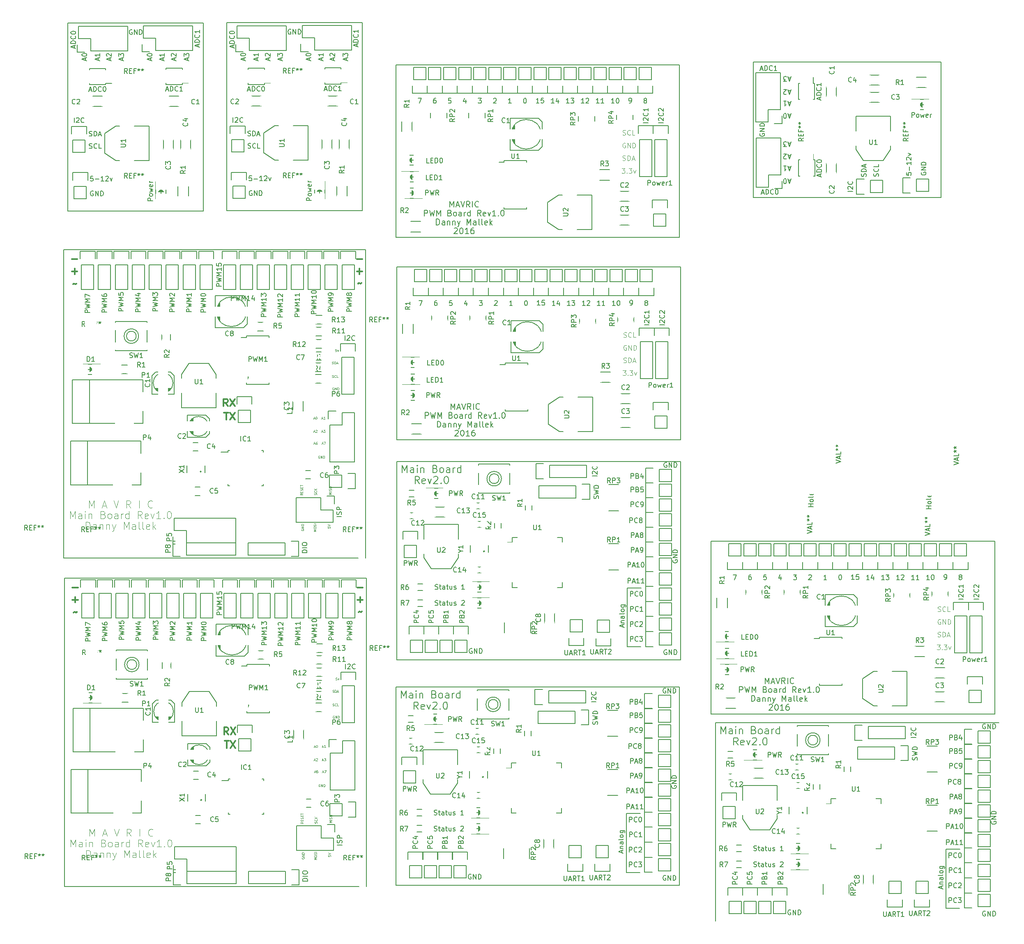
<source format=gbr>
G04 #@! TF.FileFunction,Legend,Top*
%FSLAX46Y46*%
G04 Gerber Fmt 4.6, Leading zero omitted, Abs format (unit mm)*
G04 Created by KiCad (PCBNEW 4.0.0-rc2-stable) date 7/14/2016 8:37:10 PM*
%MOMM*%
G01*
G04 APERTURE LIST*
%ADD10C,0.100000*%
%ADD11C,0.300000*%
%ADD12C,0.150000*%
%ADD13C,0.200000*%
%ADD14C,0.120000*%
%ADD15C,0.750000*%
%ADD16C,2.600000*%
%ADD17R,2.000200X3.000960*%
%ADD18R,3.000960X2.000200*%
%ADD19R,2.000000X2.400000*%
%ADD20R,1.900000X1.650000*%
%ADD21R,3.999180X2.000200*%
%ADD22R,1.997660X2.200860*%
%ADD23R,2.940000X1.421080*%
%ADD24R,3.900120X3.900120*%
%ADD25R,2.432000X2.432000*%
%ADD26O,2.432000X2.432000*%
%ADD27R,2.127200X2.432000*%
%ADD28O,2.127200X2.432000*%
%ADD29R,2.127200X2.127200*%
%ADD30O,2.127200X2.127200*%
%ADD31R,1.500000X0.800000*%
%ADD32R,3.600000X1.400000*%
%ADD33R,1.799540X2.200860*%
%ADD34R,2.432000X2.127200*%
%ADD35O,2.432000X2.127200*%
%ADD36R,1.700000X1.900000*%
%ADD37R,1.900000X1.700000*%
%ADD38R,4.057600X2.432000*%
%ADD39R,1.416000X2.432000*%
%ADD40R,2.000000X0.950000*%
%ADD41R,0.950000X2.000000*%
%ADD42R,1.600000X1.150000*%
%ADD43R,2.400000X2.000000*%
%ADD44R,1.300000X1.600000*%
%ADD45R,1.600000X1.300000*%
%ADD46R,1.300000X1.300000*%
%ADD47R,1.400000X0.650000*%
%ADD48R,0.650000X1.400000*%
%ADD49R,2.100000X2.400000*%
%ADD50R,2.400000X2.100000*%
%ADD51R,0.900000X1.200000*%
%ADD52R,0.800000X1.200000*%
%ADD53R,2.432000X4.057600*%
%ADD54R,2.432000X1.416000*%
%ADD55R,2.200860X1.997660*%
%ADD56R,1.800000X0.700000*%
%ADD57C,4.200000*%
%ADD58R,0.700000X1.800000*%
%ADD59C,4.400000*%
G04 APERTURE END LIST*
D10*
D11*
X-435228157Y41485357D02*
X-435156728Y41556786D01*
X-435013871Y41628214D01*
X-434728157Y41485357D01*
X-434585300Y41556786D01*
X-434513871Y41628214D01*
X-435470228Y44025357D02*
X-434327371Y44025357D01*
X-434898800Y43453929D02*
X-434898800Y44596786D01*
X-435470228Y46565357D02*
X-434327371Y46565357D01*
X-493965657Y41358357D02*
X-493894228Y41429786D01*
X-493751371Y41501214D01*
X-493465657Y41358357D01*
X-493322800Y41429786D01*
X-493251371Y41501214D01*
X-494207728Y46565357D02*
X-493064871Y46565357D01*
X-494207728Y44025357D02*
X-493064871Y44025357D01*
X-493636300Y43453929D02*
X-493636300Y44596786D01*
X-493965657Y41358357D02*
X-493894228Y41429786D01*
X-493751371Y41501214D01*
X-493465657Y41358357D01*
X-493322800Y41429786D01*
X-493251371Y41501214D01*
D10*
X-490674799Y-4726971D02*
X-490674799Y-3226971D01*
X-490174799Y-4298400D01*
X-489674799Y-3226971D01*
X-489674799Y-4726971D01*
X-487889085Y-4298400D02*
X-487174799Y-4298400D01*
X-488031942Y-4726971D02*
X-487531942Y-3226971D01*
X-487031942Y-4726971D01*
X-485603371Y-3226971D02*
X-485103371Y-4726971D01*
X-484603371Y-3226971D01*
X-482103371Y-4726971D02*
X-482603371Y-4012686D01*
X-482960514Y-4726971D02*
X-482960514Y-3226971D01*
X-482389086Y-3226971D01*
X-482246228Y-3298400D01*
X-482174800Y-3369829D01*
X-482103371Y-3512686D01*
X-482103371Y-3726971D01*
X-482174800Y-3869829D01*
X-482246228Y-3941257D01*
X-482389086Y-4012686D01*
X-482960514Y-4012686D01*
X-480317657Y-4726971D02*
X-480317657Y-3226971D01*
X-477603371Y-4584114D02*
X-477674800Y-4655543D01*
X-477889086Y-4726971D01*
X-478031943Y-4726971D01*
X-478246228Y-4655543D01*
X-478389086Y-4512686D01*
X-478460514Y-4369829D01*
X-478531943Y-4084114D01*
X-478531943Y-3869829D01*
X-478460514Y-3584114D01*
X-478389086Y-3441257D01*
X-478246228Y-3298400D01*
X-478031943Y-3226971D01*
X-477889086Y-3226971D01*
X-477674800Y-3298400D01*
X-477603371Y-3369829D01*
X-494531942Y-6926971D02*
X-494531942Y-5426971D01*
X-494031942Y-6498400D01*
X-493531942Y-5426971D01*
X-493531942Y-6926971D01*
X-492174799Y-6926971D02*
X-492174799Y-6141257D01*
X-492246228Y-5998400D01*
X-492389085Y-5926971D01*
X-492674799Y-5926971D01*
X-492817656Y-5998400D01*
X-492174799Y-6855543D02*
X-492317656Y-6926971D01*
X-492674799Y-6926971D01*
X-492817656Y-6855543D01*
X-492889085Y-6712686D01*
X-492889085Y-6569829D01*
X-492817656Y-6426971D01*
X-492674799Y-6355543D01*
X-492317656Y-6355543D01*
X-492174799Y-6284114D01*
X-491460513Y-6926971D02*
X-491460513Y-5926971D01*
X-491460513Y-5426971D02*
X-491531942Y-5498400D01*
X-491460513Y-5569829D01*
X-491389085Y-5498400D01*
X-491460513Y-5426971D01*
X-491460513Y-5569829D01*
X-490746227Y-5926971D02*
X-490746227Y-6926971D01*
X-490746227Y-6069829D02*
X-490674799Y-5998400D01*
X-490531941Y-5926971D01*
X-490317656Y-5926971D01*
X-490174799Y-5998400D01*
X-490103370Y-6141257D01*
X-490103370Y-6926971D01*
X-487746227Y-6141257D02*
X-487531941Y-6212686D01*
X-487460513Y-6284114D01*
X-487389084Y-6426971D01*
X-487389084Y-6641257D01*
X-487460513Y-6784114D01*
X-487531941Y-6855543D01*
X-487674799Y-6926971D01*
X-488246227Y-6926971D01*
X-488246227Y-5426971D01*
X-487746227Y-5426971D01*
X-487603370Y-5498400D01*
X-487531941Y-5569829D01*
X-487460513Y-5712686D01*
X-487460513Y-5855543D01*
X-487531941Y-5998400D01*
X-487603370Y-6069829D01*
X-487746227Y-6141257D01*
X-488246227Y-6141257D01*
X-486531941Y-6926971D02*
X-486674799Y-6855543D01*
X-486746227Y-6784114D01*
X-486817656Y-6641257D01*
X-486817656Y-6212686D01*
X-486746227Y-6069829D01*
X-486674799Y-5998400D01*
X-486531941Y-5926971D01*
X-486317656Y-5926971D01*
X-486174799Y-5998400D01*
X-486103370Y-6069829D01*
X-486031941Y-6212686D01*
X-486031941Y-6641257D01*
X-486103370Y-6784114D01*
X-486174799Y-6855543D01*
X-486317656Y-6926971D01*
X-486531941Y-6926971D01*
X-484746227Y-6926971D02*
X-484746227Y-6141257D01*
X-484817656Y-5998400D01*
X-484960513Y-5926971D01*
X-485246227Y-5926971D01*
X-485389084Y-5998400D01*
X-484746227Y-6855543D02*
X-484889084Y-6926971D01*
X-485246227Y-6926971D01*
X-485389084Y-6855543D01*
X-485460513Y-6712686D01*
X-485460513Y-6569829D01*
X-485389084Y-6426971D01*
X-485246227Y-6355543D01*
X-484889084Y-6355543D01*
X-484746227Y-6284114D01*
X-484031941Y-6926971D02*
X-484031941Y-5926971D01*
X-484031941Y-6212686D02*
X-483960513Y-6069829D01*
X-483889084Y-5998400D01*
X-483746227Y-5926971D01*
X-483603370Y-5926971D01*
X-482460513Y-6926971D02*
X-482460513Y-5426971D01*
X-482460513Y-6855543D02*
X-482603370Y-6926971D01*
X-482889084Y-6926971D01*
X-483031942Y-6855543D01*
X-483103370Y-6784114D01*
X-483174799Y-6641257D01*
X-483174799Y-6212686D01*
X-483103370Y-6069829D01*
X-483031942Y-5998400D01*
X-482889084Y-5926971D01*
X-482603370Y-5926971D01*
X-482460513Y-5998400D01*
X-479746227Y-6926971D02*
X-480246227Y-6212686D01*
X-480603370Y-6926971D02*
X-480603370Y-5426971D01*
X-480031942Y-5426971D01*
X-479889084Y-5498400D01*
X-479817656Y-5569829D01*
X-479746227Y-5712686D01*
X-479746227Y-5926971D01*
X-479817656Y-6069829D01*
X-479889084Y-6141257D01*
X-480031942Y-6212686D01*
X-480603370Y-6212686D01*
X-478531942Y-6855543D02*
X-478674799Y-6926971D01*
X-478960513Y-6926971D01*
X-479103370Y-6855543D01*
X-479174799Y-6712686D01*
X-479174799Y-6141257D01*
X-479103370Y-5998400D01*
X-478960513Y-5926971D01*
X-478674799Y-5926971D01*
X-478531942Y-5998400D01*
X-478460513Y-6141257D01*
X-478460513Y-6284114D01*
X-479174799Y-6426971D01*
X-477960513Y-5926971D02*
X-477603370Y-6926971D01*
X-477246228Y-5926971D01*
X-475889085Y-6926971D02*
X-476746228Y-6926971D01*
X-476317656Y-6926971D02*
X-476317656Y-5426971D01*
X-476460513Y-5641257D01*
X-476603371Y-5784114D01*
X-476746228Y-5855543D01*
X-475246228Y-6784114D02*
X-475174800Y-6855543D01*
X-475246228Y-6926971D01*
X-475317657Y-6855543D01*
X-475246228Y-6784114D01*
X-475246228Y-6926971D01*
X-474246228Y-5426971D02*
X-474103371Y-5426971D01*
X-473960514Y-5498400D01*
X-473889085Y-5569829D01*
X-473817656Y-5712686D01*
X-473746228Y-5998400D01*
X-473746228Y-6355543D01*
X-473817656Y-6641257D01*
X-473889085Y-6784114D01*
X-473960514Y-6855543D01*
X-474103371Y-6926971D01*
X-474246228Y-6926971D01*
X-474389085Y-6855543D01*
X-474460514Y-6784114D01*
X-474531942Y-6641257D01*
X-474603371Y-6355543D01*
X-474603371Y-5998400D01*
X-474531942Y-5712686D01*
X-474460514Y-5569829D01*
X-474389085Y-5498400D01*
X-474246228Y-5426971D01*
X-491317657Y-9126971D02*
X-491317657Y-7626971D01*
X-490960514Y-7626971D01*
X-490746229Y-7698400D01*
X-490603371Y-7841257D01*
X-490531943Y-7984114D01*
X-490460514Y-8269829D01*
X-490460514Y-8484114D01*
X-490531943Y-8769829D01*
X-490603371Y-8912686D01*
X-490746229Y-9055543D01*
X-490960514Y-9126971D01*
X-491317657Y-9126971D01*
X-489174800Y-9126971D02*
X-489174800Y-8341257D01*
X-489246229Y-8198400D01*
X-489389086Y-8126971D01*
X-489674800Y-8126971D01*
X-489817657Y-8198400D01*
X-489174800Y-9055543D02*
X-489317657Y-9126971D01*
X-489674800Y-9126971D01*
X-489817657Y-9055543D01*
X-489889086Y-8912686D01*
X-489889086Y-8769829D01*
X-489817657Y-8626971D01*
X-489674800Y-8555543D01*
X-489317657Y-8555543D01*
X-489174800Y-8484114D01*
X-488460514Y-8126971D02*
X-488460514Y-9126971D01*
X-488460514Y-8269829D02*
X-488389086Y-8198400D01*
X-488246228Y-8126971D01*
X-488031943Y-8126971D01*
X-487889086Y-8198400D01*
X-487817657Y-8341257D01*
X-487817657Y-9126971D01*
X-487103371Y-8126971D02*
X-487103371Y-9126971D01*
X-487103371Y-8269829D02*
X-487031943Y-8198400D01*
X-486889085Y-8126971D01*
X-486674800Y-8126971D01*
X-486531943Y-8198400D01*
X-486460514Y-8341257D01*
X-486460514Y-9126971D01*
X-485889085Y-8126971D02*
X-485531942Y-9126971D01*
X-485174800Y-8126971D02*
X-485531942Y-9126971D01*
X-485674800Y-9484114D01*
X-485746228Y-9555543D01*
X-485889085Y-9626971D01*
X-483460514Y-9126971D02*
X-483460514Y-7626971D01*
X-482960514Y-8698400D01*
X-482460514Y-7626971D01*
X-482460514Y-9126971D01*
X-481103371Y-9126971D02*
X-481103371Y-8341257D01*
X-481174800Y-8198400D01*
X-481317657Y-8126971D01*
X-481603371Y-8126971D01*
X-481746228Y-8198400D01*
X-481103371Y-9055543D02*
X-481246228Y-9126971D01*
X-481603371Y-9126971D01*
X-481746228Y-9055543D01*
X-481817657Y-8912686D01*
X-481817657Y-8769829D01*
X-481746228Y-8626971D01*
X-481603371Y-8555543D01*
X-481246228Y-8555543D01*
X-481103371Y-8484114D01*
X-480174799Y-9126971D02*
X-480317657Y-9055543D01*
X-480389085Y-8912686D01*
X-480389085Y-7626971D01*
X-479389085Y-9126971D02*
X-479531943Y-9055543D01*
X-479603371Y-8912686D01*
X-479603371Y-7626971D01*
X-478246229Y-9055543D02*
X-478389086Y-9126971D01*
X-478674800Y-9126971D01*
X-478817657Y-9055543D01*
X-478889086Y-8912686D01*
X-478889086Y-8341257D01*
X-478817657Y-8198400D01*
X-478674800Y-8126971D01*
X-478389086Y-8126971D01*
X-478246229Y-8198400D01*
X-478174800Y-8341257D01*
X-478174800Y-8484114D01*
X-478889086Y-8626971D01*
X-477531943Y-9126971D02*
X-477531943Y-7626971D01*
X-477389086Y-8555543D02*
X-476960515Y-9126971D01*
X-476960515Y-8126971D02*
X-477531943Y-8698400D01*
D12*
X-435152800Y48514000D02*
X-433628800Y48514000D01*
X-495858800Y-15113000D02*
X-435152800Y-15113000D01*
X-435152800Y48514000D02*
X-495858800Y48514000D01*
X-433628800Y48514000D02*
X-433628800Y-15113000D01*
X-495858800Y-15113000D02*
X-495858800Y48514000D01*
D10*
X-443153753Y5965000D02*
X-443201372Y5988810D01*
X-443272800Y5988810D01*
X-443344229Y5965000D01*
X-443391848Y5917381D01*
X-443415657Y5869762D01*
X-443439467Y5774524D01*
X-443439467Y5703095D01*
X-443415657Y5607857D01*
X-443391848Y5560238D01*
X-443344229Y5512619D01*
X-443272800Y5488810D01*
X-443225181Y5488810D01*
X-443153753Y5512619D01*
X-443129943Y5536429D01*
X-443129943Y5703095D01*
X-443225181Y5703095D01*
X-442915657Y5488810D02*
X-442915657Y5988810D01*
X-442629943Y5488810D01*
X-442629943Y5988810D01*
X-442391847Y5488810D02*
X-442391847Y5988810D01*
X-442272800Y5988810D01*
X-442201371Y5965000D01*
X-442153752Y5917381D01*
X-442129943Y5869762D01*
X-442106133Y5774524D01*
X-442106133Y5703095D01*
X-442129943Y5607857D01*
X-442153752Y5560238D01*
X-442201371Y5512619D01*
X-442272800Y5488810D01*
X-442391847Y5488810D01*
X-444344275Y8489167D02*
X-444106180Y8489167D01*
X-444391894Y8346310D02*
X-444225227Y8846310D01*
X-444058561Y8346310D01*
X-443677609Y8846310D02*
X-443772847Y8846310D01*
X-443820466Y8822500D01*
X-443844275Y8798690D01*
X-443891894Y8727262D01*
X-443915704Y8632024D01*
X-443915704Y8441548D01*
X-443891894Y8393929D01*
X-443868085Y8370119D01*
X-443820466Y8346310D01*
X-443725228Y8346310D01*
X-443677609Y8370119D01*
X-443653799Y8393929D01*
X-443629990Y8441548D01*
X-443629990Y8560595D01*
X-443653799Y8608214D01*
X-443677609Y8632024D01*
X-443725228Y8655833D01*
X-443820466Y8655833D01*
X-443868085Y8632024D01*
X-443891894Y8608214D01*
X-443915704Y8560595D01*
X-442677610Y8489167D02*
X-442439515Y8489167D01*
X-442725229Y8346310D02*
X-442558562Y8846310D01*
X-442391896Y8346310D01*
X-442272848Y8846310D02*
X-441939515Y8846310D01*
X-442153801Y8346310D01*
X-444407775Y10965667D02*
X-444169680Y10965667D01*
X-444455394Y10822810D02*
X-444288727Y11322810D01*
X-444122061Y10822810D01*
X-443979204Y11275190D02*
X-443955394Y11299000D01*
X-443907775Y11322810D01*
X-443788728Y11322810D01*
X-443741109Y11299000D01*
X-443717299Y11275190D01*
X-443693490Y11227571D01*
X-443693490Y11179952D01*
X-443717299Y11108524D01*
X-444003013Y10822810D01*
X-443693490Y10822810D01*
X-442741110Y10965667D02*
X-442503015Y10965667D01*
X-442788729Y10822810D02*
X-442622062Y11322810D01*
X-442455396Y10822810D01*
X-442336348Y11322810D02*
X-442026825Y11322810D01*
X-442193491Y11132333D01*
X-442122063Y11132333D01*
X-442074444Y11108524D01*
X-442050634Y11084714D01*
X-442026825Y11037095D01*
X-442026825Y10918048D01*
X-442050634Y10870429D01*
X-442074444Y10846619D01*
X-442122063Y10822810D01*
X-442264920Y10822810D01*
X-442312539Y10846619D01*
X-442336348Y10870429D01*
X-444407775Y13696167D02*
X-444169680Y13696167D01*
X-444455394Y13553310D02*
X-444288727Y14053310D01*
X-444122061Y13553310D01*
X-443860156Y14053310D02*
X-443812537Y14053310D01*
X-443764918Y14029500D01*
X-443741109Y14005690D01*
X-443717299Y13958071D01*
X-443693490Y13862833D01*
X-443693490Y13743786D01*
X-443717299Y13648548D01*
X-443741109Y13600929D01*
X-443764918Y13577119D01*
X-443812537Y13553310D01*
X-443860156Y13553310D01*
X-443907775Y13577119D01*
X-443931585Y13600929D01*
X-443955394Y13648548D01*
X-443979204Y13743786D01*
X-443979204Y13862833D01*
X-443955394Y13958071D01*
X-443931585Y14005690D01*
X-443907775Y14029500D01*
X-443860156Y14053310D01*
X-442741110Y13696167D02*
X-442503015Y13696167D01*
X-442788729Y13553310D02*
X-442622062Y14053310D01*
X-442455396Y13553310D01*
X-442026825Y13553310D02*
X-442312539Y13553310D01*
X-442169682Y13553310D02*
X-442169682Y14053310D01*
X-442217301Y13981881D01*
X-442264920Y13934262D01*
X-442312539Y13910452D01*
X-446610610Y-1805690D02*
X-446848705Y-1972357D01*
X-446610610Y-2091404D02*
X-447110610Y-2091404D01*
X-447110610Y-1900928D01*
X-447086800Y-1853309D01*
X-447062990Y-1829500D01*
X-447015371Y-1805690D01*
X-446943943Y-1805690D01*
X-446896324Y-1829500D01*
X-446872514Y-1853309D01*
X-446848705Y-1900928D01*
X-446848705Y-2091404D01*
X-446872514Y-1591404D02*
X-446872514Y-1424738D01*
X-446610610Y-1353309D02*
X-446610610Y-1591404D01*
X-447110610Y-1591404D01*
X-447110610Y-1353309D01*
X-446634419Y-1162833D02*
X-446610610Y-1091404D01*
X-446610610Y-972357D01*
X-446634419Y-924738D01*
X-446658229Y-900928D01*
X-446705848Y-877119D01*
X-446753467Y-877119D01*
X-446801086Y-900928D01*
X-446824895Y-924738D01*
X-446848705Y-972357D01*
X-446872514Y-1067595D01*
X-446896324Y-1115214D01*
X-446920133Y-1139023D01*
X-446967752Y-1162833D01*
X-447015371Y-1162833D01*
X-447062990Y-1139023D01*
X-447086800Y-1115214D01*
X-447110610Y-1067595D01*
X-447110610Y-948547D01*
X-447086800Y-877119D01*
X-446872514Y-662833D02*
X-446872514Y-496167D01*
X-446610610Y-424738D02*
X-446610610Y-662833D01*
X-447110610Y-662833D01*
X-447110610Y-424738D01*
X-447110610Y-281881D02*
X-447110610Y3833D01*
X-446610610Y-139024D02*
X-447110610Y-139024D01*
X-441459110Y-8667737D02*
X-441459110Y-8905832D01*
X-441221014Y-8929642D01*
X-441244824Y-8905832D01*
X-441268633Y-8858213D01*
X-441268633Y-8739166D01*
X-441244824Y-8691547D01*
X-441221014Y-8667737D01*
X-441173395Y-8643928D01*
X-441054348Y-8643928D01*
X-441006729Y-8667737D01*
X-440982919Y-8691547D01*
X-440959110Y-8739166D01*
X-440959110Y-8858213D01*
X-440982919Y-8905832D01*
X-441006729Y-8929642D01*
X-441459110Y-8501071D02*
X-440959110Y-8334404D01*
X-441459110Y-8167738D01*
X-446896300Y-9143953D02*
X-446920110Y-9191572D01*
X-446920110Y-9263000D01*
X-446896300Y-9334429D01*
X-446848681Y-9382048D01*
X-446801062Y-9405857D01*
X-446705824Y-9429667D01*
X-446634395Y-9429667D01*
X-446539157Y-9405857D01*
X-446491538Y-9382048D01*
X-446443919Y-9334429D01*
X-446420110Y-9263000D01*
X-446420110Y-9215381D01*
X-446443919Y-9143953D01*
X-446467729Y-9120143D01*
X-446634395Y-9120143D01*
X-446634395Y-9215381D01*
X-446420110Y-8905857D02*
X-446920110Y-8905857D01*
X-446420110Y-8620143D01*
X-446920110Y-8620143D01*
X-446420110Y-8382047D02*
X-446920110Y-8382047D01*
X-446920110Y-8263000D01*
X-446896300Y-8191571D01*
X-446848681Y-8143952D01*
X-446801062Y-8120143D01*
X-446705824Y-8096333D01*
X-446634395Y-8096333D01*
X-446539157Y-8120143D01*
X-446491538Y-8143952D01*
X-446443919Y-8191571D01*
X-446420110Y-8263000D01*
X-446420110Y-8382047D01*
X-443776919Y-2039857D02*
X-443753110Y-1968428D01*
X-443753110Y-1849381D01*
X-443776919Y-1801762D01*
X-443800729Y-1777952D01*
X-443848348Y-1754143D01*
X-443895967Y-1754143D01*
X-443943586Y-1777952D01*
X-443967395Y-1801762D01*
X-443991205Y-1849381D01*
X-444015014Y-1944619D01*
X-444038824Y-1992238D01*
X-444062633Y-2016047D01*
X-444110252Y-2039857D01*
X-444157871Y-2039857D01*
X-444205490Y-2016047D01*
X-444229300Y-1992238D01*
X-444253110Y-1944619D01*
X-444253110Y-1825571D01*
X-444229300Y-1754143D01*
X-443800729Y-1254143D02*
X-443776919Y-1277953D01*
X-443753110Y-1349381D01*
X-443753110Y-1397000D01*
X-443776919Y-1468429D01*
X-443824538Y-1516048D01*
X-443872157Y-1539857D01*
X-443967395Y-1563667D01*
X-444038824Y-1563667D01*
X-444134062Y-1539857D01*
X-444181681Y-1516048D01*
X-444229300Y-1468429D01*
X-444253110Y-1397000D01*
X-444253110Y-1349381D01*
X-444229300Y-1277953D01*
X-444205490Y-1254143D01*
X-443753110Y-1039857D02*
X-444253110Y-1039857D01*
X-443753110Y-754143D02*
X-444038824Y-968429D01*
X-444253110Y-754143D02*
X-443967395Y-1039857D01*
X-440705110Y-1928714D02*
X-441205110Y-1928714D01*
X-440847967Y-1762048D01*
X-441205110Y-1595381D01*
X-440705110Y-1595381D01*
X-440705110Y-1357285D02*
X-441205110Y-1357285D01*
X-440728919Y-1143000D02*
X-440705110Y-1071571D01*
X-440705110Y-952524D01*
X-440728919Y-904905D01*
X-440752729Y-881095D01*
X-440800348Y-857286D01*
X-440847967Y-857286D01*
X-440895586Y-881095D01*
X-440919395Y-904905D01*
X-440943205Y-952524D01*
X-440967014Y-1047762D01*
X-440990824Y-1095381D01*
X-441014633Y-1119190D01*
X-441062252Y-1143000D01*
X-441109871Y-1143000D01*
X-441157490Y-1119190D01*
X-441181300Y-1095381D01*
X-441205110Y-1047762D01*
X-441205110Y-928714D01*
X-441181300Y-857286D01*
X-441205110Y-547762D02*
X-441205110Y-452524D01*
X-441181300Y-404905D01*
X-441133681Y-357286D01*
X-441038443Y-333477D01*
X-440871776Y-333477D01*
X-440776538Y-357286D01*
X-440728919Y-404905D01*
X-440705110Y-452524D01*
X-440705110Y-547762D01*
X-440728919Y-595381D01*
X-440776538Y-643000D01*
X-440871776Y-666810D01*
X-441038443Y-666810D01*
X-441133681Y-643000D01*
X-441181300Y-595381D01*
X-441205110Y-547762D01*
X-443880110Y-9548714D02*
X-444380110Y-9548714D01*
X-444022967Y-9382048D01*
X-444380110Y-9215381D01*
X-443880110Y-9215381D01*
X-444380110Y-8882047D02*
X-444380110Y-8786809D01*
X-444356300Y-8739190D01*
X-444308681Y-8691571D01*
X-444213443Y-8667762D01*
X-444046776Y-8667762D01*
X-443951538Y-8691571D01*
X-443903919Y-8739190D01*
X-443880110Y-8786809D01*
X-443880110Y-8882047D01*
X-443903919Y-8929666D01*
X-443951538Y-8977285D01*
X-444046776Y-9001095D01*
X-444213443Y-9001095D01*
X-444308681Y-8977285D01*
X-444356300Y-8929666D01*
X-444380110Y-8882047D01*
X-443903919Y-8477285D02*
X-443880110Y-8405856D01*
X-443880110Y-8286809D01*
X-443903919Y-8239190D01*
X-443927729Y-8215380D01*
X-443975348Y-8191571D01*
X-444022967Y-8191571D01*
X-444070586Y-8215380D01*
X-444094395Y-8239190D01*
X-444118205Y-8286809D01*
X-444142014Y-8382047D01*
X-444165824Y-8429666D01*
X-444189633Y-8453475D01*
X-444237252Y-8477285D01*
X-444284871Y-8477285D01*
X-444332490Y-8453475D01*
X-444356300Y-8429666D01*
X-444380110Y-8382047D01*
X-444380110Y-8262999D01*
X-444356300Y-8191571D01*
X-443880110Y-7977285D02*
X-444380110Y-7977285D01*
X-440232753Y20062000D02*
X-440280372Y20085810D01*
X-440351800Y20085810D01*
X-440423229Y20062000D01*
X-440470848Y20014381D01*
X-440494657Y19966762D01*
X-440518467Y19871524D01*
X-440518467Y19800095D01*
X-440494657Y19704857D01*
X-440470848Y19657238D01*
X-440423229Y19609619D01*
X-440351800Y19585810D01*
X-440304181Y19585810D01*
X-440232753Y19609619D01*
X-440208943Y19633429D01*
X-440208943Y19800095D01*
X-440304181Y19800095D01*
X-439994657Y19585810D02*
X-439994657Y20085810D01*
X-439708943Y19585810D01*
X-439708943Y20085810D01*
X-439470847Y19585810D02*
X-439470847Y20085810D01*
X-439351800Y20085810D01*
X-439280371Y20062000D01*
X-439232752Y20014381D01*
X-439208943Y19966762D01*
X-439185133Y19871524D01*
X-439185133Y19800095D01*
X-439208943Y19704857D01*
X-439232752Y19657238D01*
X-439280371Y19609619D01*
X-439351800Y19585810D01*
X-439470847Y19585810D01*
X-440574038Y22149619D02*
X-440502609Y22125810D01*
X-440383562Y22125810D01*
X-440335943Y22149619D01*
X-440312133Y22173429D01*
X-440288324Y22221048D01*
X-440288324Y22268667D01*
X-440312133Y22316286D01*
X-440335943Y22340095D01*
X-440383562Y22363905D01*
X-440478800Y22387714D01*
X-440526419Y22411524D01*
X-440550228Y22435333D01*
X-440574038Y22482952D01*
X-440574038Y22530571D01*
X-440550228Y22578190D01*
X-440526419Y22602000D01*
X-440478800Y22625810D01*
X-440359752Y22625810D01*
X-440288324Y22602000D01*
X-439788324Y22173429D02*
X-439812134Y22149619D01*
X-439883562Y22125810D01*
X-439931181Y22125810D01*
X-440002610Y22149619D01*
X-440050229Y22197238D01*
X-440074038Y22244857D01*
X-440097848Y22340095D01*
X-440097848Y22411524D01*
X-440074038Y22506762D01*
X-440050229Y22554381D01*
X-440002610Y22602000D01*
X-439931181Y22625810D01*
X-439883562Y22625810D01*
X-439812134Y22602000D01*
X-439788324Y22578190D01*
X-439335943Y22125810D02*
X-439574038Y22125810D01*
X-439574038Y22625810D01*
X-440585942Y24943619D02*
X-440514513Y24919810D01*
X-440395466Y24919810D01*
X-440347847Y24943619D01*
X-440324037Y24967429D01*
X-440300228Y25015048D01*
X-440300228Y25062667D01*
X-440324037Y25110286D01*
X-440347847Y25134095D01*
X-440395466Y25157905D01*
X-440490704Y25181714D01*
X-440538323Y25205524D01*
X-440562132Y25229333D01*
X-440585942Y25276952D01*
X-440585942Y25324571D01*
X-440562132Y25372190D01*
X-440538323Y25396000D01*
X-440490704Y25419810D01*
X-440371656Y25419810D01*
X-440300228Y25396000D01*
X-440085942Y24919810D02*
X-440085942Y25419810D01*
X-439966895Y25419810D01*
X-439895466Y25396000D01*
X-439847847Y25348381D01*
X-439824038Y25300762D01*
X-439800228Y25205524D01*
X-439800228Y25134095D01*
X-439824038Y25038857D01*
X-439847847Y24991238D01*
X-439895466Y24943619D01*
X-439966895Y24919810D01*
X-440085942Y24919810D01*
X-439609752Y25062667D02*
X-439371657Y25062667D01*
X-439657371Y24919810D02*
X-439490704Y25419810D01*
X-439324038Y24919810D01*
X-439669228Y27959810D02*
X-439907323Y27959810D01*
X-439931133Y27721714D01*
X-439907323Y27745524D01*
X-439859704Y27769333D01*
X-439740657Y27769333D01*
X-439693038Y27745524D01*
X-439669228Y27721714D01*
X-439645419Y27674095D01*
X-439645419Y27555048D01*
X-439669228Y27507429D01*
X-439693038Y27483619D01*
X-439740657Y27459810D01*
X-439859704Y27459810D01*
X-439907323Y27483619D01*
X-439931133Y27507429D01*
X-439478752Y27793143D02*
X-439359705Y27459810D01*
X-439240657Y27793143D01*
D11*
X-462838657Y14918429D02*
X-461981514Y14918429D01*
X-462410085Y13418429D02*
X-462410085Y14918429D01*
X-461624371Y14918429D02*
X-460624371Y13418429D01*
X-460624371Y14918429D02*
X-461624371Y13418429D01*
X-462072799Y16212429D02*
X-462572799Y16926714D01*
X-462929942Y16212429D02*
X-462929942Y17712429D01*
X-462358514Y17712429D01*
X-462215656Y17641000D01*
X-462144228Y17569571D01*
X-462072799Y17426714D01*
X-462072799Y17212429D01*
X-462144228Y17069571D01*
X-462215656Y16998143D01*
X-462358514Y16926714D01*
X-462929942Y16926714D01*
X-461572799Y17712429D02*
X-460572799Y16212429D01*
X-460572799Y17712429D02*
X-461572799Y16212429D01*
D12*
X-380934933Y-8151524D02*
X-380934933Y-7675333D01*
X-380649219Y-8246762D02*
X-381649219Y-7913429D01*
X-380649219Y-7580095D01*
X-381315886Y-7246762D02*
X-380649219Y-7246762D01*
X-381220648Y-7246762D02*
X-381268267Y-7199143D01*
X-381315886Y-7103905D01*
X-381315886Y-6961047D01*
X-381268267Y-6865809D01*
X-381173029Y-6818190D01*
X-380649219Y-6818190D01*
X-380649219Y-5913428D02*
X-381173029Y-5913428D01*
X-381268267Y-5961047D01*
X-381315886Y-6056285D01*
X-381315886Y-6246762D01*
X-381268267Y-6342000D01*
X-380696838Y-5913428D02*
X-380649219Y-6008666D01*
X-380649219Y-6246762D01*
X-380696838Y-6342000D01*
X-380792076Y-6389619D01*
X-380887314Y-6389619D01*
X-380982552Y-6342000D01*
X-381030171Y-6246762D01*
X-381030171Y-6008666D01*
X-381077790Y-5913428D01*
X-380649219Y-5294381D02*
X-380696838Y-5389619D01*
X-380792076Y-5437238D01*
X-381649219Y-5437238D01*
X-380649219Y-4770571D02*
X-380696838Y-4865809D01*
X-380744457Y-4913428D01*
X-380839695Y-4961047D01*
X-381125410Y-4961047D01*
X-381220648Y-4913428D01*
X-381268267Y-4865809D01*
X-381315886Y-4770571D01*
X-381315886Y-4627713D01*
X-381268267Y-4532475D01*
X-381220648Y-4484856D01*
X-381125410Y-4437237D01*
X-380839695Y-4437237D01*
X-380744457Y-4484856D01*
X-380696838Y-4532475D01*
X-380649219Y-4627713D01*
X-380649219Y-4770571D01*
X-381315886Y-3580094D02*
X-380506362Y-3580094D01*
X-380411124Y-3627713D01*
X-380363505Y-3675332D01*
X-380315886Y-3770571D01*
X-380315886Y-3913428D01*
X-380363505Y-4008666D01*
X-380696838Y-3580094D02*
X-380649219Y-3675332D01*
X-380649219Y-3865809D01*
X-380696838Y-3961047D01*
X-380744457Y-4008666D01*
X-380839695Y-4056285D01*
X-381125410Y-4056285D01*
X-381220648Y-4008666D01*
X-381268267Y-3961047D01*
X-381315886Y-3865809D01*
X-381315886Y-3675332D01*
X-381268267Y-3580094D01*
D13*
X-380034800Y-50800D02*
X-377139200Y-50800D01*
X-380034800Y-203200D02*
X-380034800Y-50800D01*
X-380034800Y-12192000D02*
X-380034800Y-203200D01*
X-377240800Y-12192000D02*
X-380034800Y-12192000D01*
D12*
X-370628800Y5689696D02*
X-370676419Y5594458D01*
X-370676419Y5451601D01*
X-370628800Y5308743D01*
X-370533562Y5213505D01*
X-370438324Y5165886D01*
X-370247848Y5118267D01*
X-370104990Y5118267D01*
X-369914514Y5165886D01*
X-369819276Y5213505D01*
X-369724038Y5308743D01*
X-369676419Y5451601D01*
X-369676419Y5546839D01*
X-369724038Y5689696D01*
X-369771657Y5737315D01*
X-370104990Y5737315D01*
X-370104990Y5546839D01*
X-369676419Y6165886D02*
X-370676419Y6165886D01*
X-369676419Y6737315D01*
X-370676419Y6737315D01*
X-369676419Y7213505D02*
X-370676419Y7213505D01*
X-370676419Y7451600D01*
X-370628800Y7594458D01*
X-370533562Y7689696D01*
X-370438324Y7737315D01*
X-370247848Y7784934D01*
X-370104990Y7784934D01*
X-369914514Y7737315D01*
X-369819276Y7689696D01*
X-369724038Y7594458D01*
X-369676419Y7451600D01*
X-369676419Y7213505D01*
X-371906704Y25747600D02*
X-372001942Y25795219D01*
X-372144799Y25795219D01*
X-372287657Y25747600D01*
X-372382895Y25652362D01*
X-372430514Y25557124D01*
X-372478133Y25366648D01*
X-372478133Y25223790D01*
X-372430514Y25033314D01*
X-372382895Y24938076D01*
X-372287657Y24842838D01*
X-372144799Y24795219D01*
X-372049561Y24795219D01*
X-371906704Y24842838D01*
X-371859085Y24890457D01*
X-371859085Y25223790D01*
X-372049561Y25223790D01*
X-371430514Y24795219D02*
X-371430514Y25795219D01*
X-370859085Y24795219D01*
X-370859085Y25795219D01*
X-370382895Y24795219D02*
X-370382895Y25795219D01*
X-370144800Y25795219D01*
X-370001942Y25747600D01*
X-369906704Y25652362D01*
X-369859085Y25557124D01*
X-369811466Y25366648D01*
X-369811466Y25223790D01*
X-369859085Y25033314D01*
X-369906704Y24938076D01*
X-370001942Y24842838D01*
X-370144800Y24795219D01*
X-370382895Y24795219D01*
X-371906704Y-12860400D02*
X-372001942Y-12812781D01*
X-372144799Y-12812781D01*
X-372287657Y-12860400D01*
X-372382895Y-12955638D01*
X-372430514Y-13050876D01*
X-372478133Y-13241352D01*
X-372478133Y-13384210D01*
X-372430514Y-13574686D01*
X-372382895Y-13669924D01*
X-372287657Y-13765162D01*
X-372144799Y-13812781D01*
X-372049561Y-13812781D01*
X-371906704Y-13765162D01*
X-371859085Y-13717543D01*
X-371859085Y-13384210D01*
X-372049561Y-13384210D01*
X-371430514Y-13812781D02*
X-371430514Y-12812781D01*
X-370859085Y-13812781D01*
X-370859085Y-12812781D01*
X-370382895Y-13812781D02*
X-370382895Y-12812781D01*
X-370144800Y-12812781D01*
X-370001942Y-12860400D01*
X-369906704Y-12955638D01*
X-369859085Y-13050876D01*
X-369811466Y-13241352D01*
X-369811466Y-13384210D01*
X-369859085Y-13574686D01*
X-369906704Y-13669924D01*
X-370001942Y-13765162D01*
X-370144800Y-13812781D01*
X-370382895Y-13812781D01*
X-412038704Y-12606400D02*
X-412133942Y-12558781D01*
X-412276799Y-12558781D01*
X-412419657Y-12606400D01*
X-412514895Y-12701638D01*
X-412562514Y-12796876D01*
X-412610133Y-12987352D01*
X-412610133Y-13130210D01*
X-412562514Y-13320686D01*
X-412514895Y-13415924D01*
X-412419657Y-13511162D01*
X-412276799Y-13558781D01*
X-412181561Y-13558781D01*
X-412038704Y-13511162D01*
X-411991085Y-13463543D01*
X-411991085Y-13130210D01*
X-412181561Y-13130210D01*
X-411562514Y-13558781D02*
X-411562514Y-12558781D01*
X-410991085Y-13558781D01*
X-410991085Y-12558781D01*
X-410514895Y-13558781D02*
X-410514895Y-12558781D01*
X-410276800Y-12558781D01*
X-410133942Y-12606400D01*
X-410038704Y-12701638D01*
X-409991085Y-12796876D01*
X-409943466Y-12987352D01*
X-409943466Y-13130210D01*
X-409991085Y-13320686D01*
X-410038704Y-13415924D01*
X-410133942Y-13511162D01*
X-410276800Y-13558781D01*
X-410514895Y-13558781D01*
D13*
X-426405714Y23737829D02*
X-426405714Y25237829D01*
X-425905714Y24166400D01*
X-425405714Y25237829D01*
X-425405714Y23737829D01*
X-424048571Y23737829D02*
X-424048571Y24523543D01*
X-424120000Y24666400D01*
X-424262857Y24737829D01*
X-424548571Y24737829D01*
X-424691428Y24666400D01*
X-424048571Y23809257D02*
X-424191428Y23737829D01*
X-424548571Y23737829D01*
X-424691428Y23809257D01*
X-424762857Y23952114D01*
X-424762857Y24094971D01*
X-424691428Y24237829D01*
X-424548571Y24309257D01*
X-424191428Y24309257D01*
X-424048571Y24380686D01*
X-423334285Y23737829D02*
X-423334285Y24737829D01*
X-423334285Y25237829D02*
X-423405714Y25166400D01*
X-423334285Y25094971D01*
X-423262857Y25166400D01*
X-423334285Y25237829D01*
X-423334285Y25094971D01*
X-422619999Y24737829D02*
X-422619999Y23737829D01*
X-422619999Y24594971D02*
X-422548571Y24666400D01*
X-422405713Y24737829D01*
X-422191428Y24737829D01*
X-422048571Y24666400D01*
X-421977142Y24523543D01*
X-421977142Y23737829D01*
X-419619999Y24523543D02*
X-419405713Y24452114D01*
X-419334285Y24380686D01*
X-419262856Y24237829D01*
X-419262856Y24023543D01*
X-419334285Y23880686D01*
X-419405713Y23809257D01*
X-419548571Y23737829D01*
X-420119999Y23737829D01*
X-420119999Y25237829D01*
X-419619999Y25237829D01*
X-419477142Y25166400D01*
X-419405713Y25094971D01*
X-419334285Y24952114D01*
X-419334285Y24809257D01*
X-419405713Y24666400D01*
X-419477142Y24594971D01*
X-419619999Y24523543D01*
X-420119999Y24523543D01*
X-418405713Y23737829D02*
X-418548571Y23809257D01*
X-418619999Y23880686D01*
X-418691428Y24023543D01*
X-418691428Y24452114D01*
X-418619999Y24594971D01*
X-418548571Y24666400D01*
X-418405713Y24737829D01*
X-418191428Y24737829D01*
X-418048571Y24666400D01*
X-417977142Y24594971D01*
X-417905713Y24452114D01*
X-417905713Y24023543D01*
X-417977142Y23880686D01*
X-418048571Y23809257D01*
X-418191428Y23737829D01*
X-418405713Y23737829D01*
X-416619999Y23737829D02*
X-416619999Y24523543D01*
X-416691428Y24666400D01*
X-416834285Y24737829D01*
X-417119999Y24737829D01*
X-417262856Y24666400D01*
X-416619999Y23809257D02*
X-416762856Y23737829D01*
X-417119999Y23737829D01*
X-417262856Y23809257D01*
X-417334285Y23952114D01*
X-417334285Y24094971D01*
X-417262856Y24237829D01*
X-417119999Y24309257D01*
X-416762856Y24309257D01*
X-416619999Y24380686D01*
X-415905713Y23737829D02*
X-415905713Y24737829D01*
X-415905713Y24452114D02*
X-415834285Y24594971D01*
X-415762856Y24666400D01*
X-415619999Y24737829D01*
X-415477142Y24737829D01*
X-414334285Y23737829D02*
X-414334285Y25237829D01*
X-414334285Y23809257D02*
X-414477142Y23737829D01*
X-414762856Y23737829D01*
X-414905714Y23809257D01*
X-414977142Y23880686D01*
X-415048571Y24023543D01*
X-415048571Y24452114D01*
X-414977142Y24594971D01*
X-414905714Y24666400D01*
X-414762856Y24737829D01*
X-414477142Y24737829D01*
X-414334285Y24666400D01*
X-422905713Y21437829D02*
X-423405713Y22152114D01*
X-423762856Y21437829D02*
X-423762856Y22937829D01*
X-423191428Y22937829D01*
X-423048570Y22866400D01*
X-422977142Y22794971D01*
X-422905713Y22652114D01*
X-422905713Y22437829D01*
X-422977142Y22294971D01*
X-423048570Y22223543D01*
X-423191428Y22152114D01*
X-423762856Y22152114D01*
X-421691428Y21509257D02*
X-421834285Y21437829D01*
X-422119999Y21437829D01*
X-422262856Y21509257D01*
X-422334285Y21652114D01*
X-422334285Y22223543D01*
X-422262856Y22366400D01*
X-422119999Y22437829D01*
X-421834285Y22437829D01*
X-421691428Y22366400D01*
X-421619999Y22223543D01*
X-421619999Y22080686D01*
X-422334285Y21937829D01*
X-421119999Y22437829D02*
X-420762856Y21437829D01*
X-420405714Y22437829D01*
X-419905714Y22794971D02*
X-419834285Y22866400D01*
X-419691428Y22937829D01*
X-419334285Y22937829D01*
X-419191428Y22866400D01*
X-419119999Y22794971D01*
X-419048571Y22652114D01*
X-419048571Y22509257D01*
X-419119999Y22294971D01*
X-419977142Y21437829D01*
X-419048571Y21437829D01*
X-418405714Y21580686D02*
X-418334286Y21509257D01*
X-418405714Y21437829D01*
X-418477143Y21509257D01*
X-418405714Y21580686D01*
X-418405714Y21437829D01*
X-417405714Y22937829D02*
X-417262857Y22937829D01*
X-417120000Y22866400D01*
X-417048571Y22794971D01*
X-416977142Y22652114D01*
X-416905714Y22366400D01*
X-416905714Y22009257D01*
X-416977142Y21723543D01*
X-417048571Y21580686D01*
X-417120000Y21509257D01*
X-417262857Y21437829D01*
X-417405714Y21437829D01*
X-417548571Y21509257D01*
X-417620000Y21580686D01*
X-417691428Y21723543D01*
X-417762857Y22009257D01*
X-417762857Y22366400D01*
X-417691428Y22652114D01*
X-417620000Y22794971D01*
X-417548571Y22866400D01*
X-417405714Y22937829D01*
D12*
X-369062000Y-14884400D02*
X-427532800Y-14884400D01*
X-369062000Y26009600D02*
X-427532800Y26009600D01*
X-369062000Y-14884400D02*
X-369062000Y26009600D01*
X-427532800Y26009600D02*
X-427532800Y-14884400D01*
X-380731733Y38381276D02*
X-380731733Y38857467D01*
X-380446019Y38286038D02*
X-381446019Y38619371D01*
X-380446019Y38952705D01*
X-381112686Y39286038D02*
X-380446019Y39286038D01*
X-381017448Y39286038D02*
X-381065067Y39333657D01*
X-381112686Y39428895D01*
X-381112686Y39571753D01*
X-381065067Y39666991D01*
X-380969829Y39714610D01*
X-380446019Y39714610D01*
X-380446019Y40619372D02*
X-380969829Y40619372D01*
X-381065067Y40571753D01*
X-381112686Y40476515D01*
X-381112686Y40286038D01*
X-381065067Y40190800D01*
X-380493638Y40619372D02*
X-380446019Y40524134D01*
X-380446019Y40286038D01*
X-380493638Y40190800D01*
X-380588876Y40143181D01*
X-380684114Y40143181D01*
X-380779352Y40190800D01*
X-380826971Y40286038D01*
X-380826971Y40524134D01*
X-380874590Y40619372D01*
X-380446019Y41238419D02*
X-380493638Y41143181D01*
X-380588876Y41095562D01*
X-381446019Y41095562D01*
X-380446019Y41762229D02*
X-380493638Y41666991D01*
X-380541257Y41619372D01*
X-380636495Y41571753D01*
X-380922210Y41571753D01*
X-381017448Y41619372D01*
X-381065067Y41666991D01*
X-381112686Y41762229D01*
X-381112686Y41905087D01*
X-381065067Y42000325D01*
X-381017448Y42047944D01*
X-380922210Y42095563D01*
X-380636495Y42095563D01*
X-380541257Y42047944D01*
X-380493638Y42000325D01*
X-380446019Y41905087D01*
X-380446019Y41762229D01*
X-381112686Y42952706D02*
X-380303162Y42952706D01*
X-380207924Y42905087D01*
X-380160305Y42857468D01*
X-380112686Y42762229D01*
X-380112686Y42619372D01*
X-380160305Y42524134D01*
X-380493638Y42952706D02*
X-380446019Y42857468D01*
X-380446019Y42666991D01*
X-380493638Y42571753D01*
X-380541257Y42524134D01*
X-380636495Y42476515D01*
X-380922210Y42476515D01*
X-381017448Y42524134D01*
X-381065067Y42571753D01*
X-381112686Y42666991D01*
X-381112686Y42857468D01*
X-381065067Y42952706D01*
D13*
X-379831600Y46482000D02*
X-376936000Y46482000D01*
X-379831600Y46329600D02*
X-379831600Y46482000D01*
X-379831600Y34340800D02*
X-379831600Y46329600D01*
X-377037600Y34340800D02*
X-379831600Y34340800D01*
D12*
X-370425600Y52222496D02*
X-370473219Y52127258D01*
X-370473219Y51984401D01*
X-370425600Y51841543D01*
X-370330362Y51746305D01*
X-370235124Y51698686D01*
X-370044648Y51651067D01*
X-369901790Y51651067D01*
X-369711314Y51698686D01*
X-369616076Y51746305D01*
X-369520838Y51841543D01*
X-369473219Y51984401D01*
X-369473219Y52079639D01*
X-369520838Y52222496D01*
X-369568457Y52270115D01*
X-369901790Y52270115D01*
X-369901790Y52079639D01*
X-369473219Y52698686D02*
X-370473219Y52698686D01*
X-369473219Y53270115D01*
X-370473219Y53270115D01*
X-369473219Y53746305D02*
X-370473219Y53746305D01*
X-370473219Y53984400D01*
X-370425600Y54127258D01*
X-370330362Y54222496D01*
X-370235124Y54270115D01*
X-370044648Y54317734D01*
X-369901790Y54317734D01*
X-369711314Y54270115D01*
X-369616076Y54222496D01*
X-369520838Y54127258D01*
X-369473219Y53984400D01*
X-369473219Y53746305D01*
X-371703504Y72280400D02*
X-371798742Y72328019D01*
X-371941599Y72328019D01*
X-372084457Y72280400D01*
X-372179695Y72185162D01*
X-372227314Y72089924D01*
X-372274933Y71899448D01*
X-372274933Y71756590D01*
X-372227314Y71566114D01*
X-372179695Y71470876D01*
X-372084457Y71375638D01*
X-371941599Y71328019D01*
X-371846361Y71328019D01*
X-371703504Y71375638D01*
X-371655885Y71423257D01*
X-371655885Y71756590D01*
X-371846361Y71756590D01*
X-371227314Y71328019D02*
X-371227314Y72328019D01*
X-370655885Y71328019D01*
X-370655885Y72328019D01*
X-370179695Y71328019D02*
X-370179695Y72328019D01*
X-369941600Y72328019D01*
X-369798742Y72280400D01*
X-369703504Y72185162D01*
X-369655885Y72089924D01*
X-369608266Y71899448D01*
X-369608266Y71756590D01*
X-369655885Y71566114D01*
X-369703504Y71470876D01*
X-369798742Y71375638D01*
X-369941600Y71328019D01*
X-370179695Y71328019D01*
X-371703504Y33672400D02*
X-371798742Y33720019D01*
X-371941599Y33720019D01*
X-372084457Y33672400D01*
X-372179695Y33577162D01*
X-372227314Y33481924D01*
X-372274933Y33291448D01*
X-372274933Y33148590D01*
X-372227314Y32958114D01*
X-372179695Y32862876D01*
X-372084457Y32767638D01*
X-371941599Y32720019D01*
X-371846361Y32720019D01*
X-371703504Y32767638D01*
X-371655885Y32815257D01*
X-371655885Y33148590D01*
X-371846361Y33148590D01*
X-371227314Y32720019D02*
X-371227314Y33720019D01*
X-370655885Y32720019D01*
X-370655885Y33720019D01*
X-370179695Y32720019D02*
X-370179695Y33720019D01*
X-369941600Y33720019D01*
X-369798742Y33672400D01*
X-369703504Y33577162D01*
X-369655885Y33481924D01*
X-369608266Y33291448D01*
X-369608266Y33148590D01*
X-369655885Y32958114D01*
X-369703504Y32862876D01*
X-369798742Y32767638D01*
X-369941600Y32720019D01*
X-370179695Y32720019D01*
X-411835504Y33926400D02*
X-411930742Y33974019D01*
X-412073599Y33974019D01*
X-412216457Y33926400D01*
X-412311695Y33831162D01*
X-412359314Y33735924D01*
X-412406933Y33545448D01*
X-412406933Y33402590D01*
X-412359314Y33212114D01*
X-412311695Y33116876D01*
X-412216457Y33021638D01*
X-412073599Y32974019D01*
X-411978361Y32974019D01*
X-411835504Y33021638D01*
X-411787885Y33069257D01*
X-411787885Y33402590D01*
X-411978361Y33402590D01*
X-411359314Y32974019D02*
X-411359314Y33974019D01*
X-410787885Y32974019D01*
X-410787885Y33974019D01*
X-410311695Y32974019D02*
X-410311695Y33974019D01*
X-410073600Y33974019D01*
X-409930742Y33926400D01*
X-409835504Y33831162D01*
X-409787885Y33735924D01*
X-409740266Y33545448D01*
X-409740266Y33402590D01*
X-409787885Y33212114D01*
X-409835504Y33116876D01*
X-409930742Y33021638D01*
X-410073600Y32974019D01*
X-410311695Y32974019D01*
D13*
X-426202514Y70270629D02*
X-426202514Y71770629D01*
X-425702514Y70699200D01*
X-425202514Y71770629D01*
X-425202514Y70270629D01*
X-423845371Y70270629D02*
X-423845371Y71056343D01*
X-423916800Y71199200D01*
X-424059657Y71270629D01*
X-424345371Y71270629D01*
X-424488228Y71199200D01*
X-423845371Y70342057D02*
X-423988228Y70270629D01*
X-424345371Y70270629D01*
X-424488228Y70342057D01*
X-424559657Y70484914D01*
X-424559657Y70627771D01*
X-424488228Y70770629D01*
X-424345371Y70842057D01*
X-423988228Y70842057D01*
X-423845371Y70913486D01*
X-423131085Y70270629D02*
X-423131085Y71270629D01*
X-423131085Y71770629D02*
X-423202514Y71699200D01*
X-423131085Y71627771D01*
X-423059657Y71699200D01*
X-423131085Y71770629D01*
X-423131085Y71627771D01*
X-422416799Y71270629D02*
X-422416799Y70270629D01*
X-422416799Y71127771D02*
X-422345371Y71199200D01*
X-422202513Y71270629D01*
X-421988228Y71270629D01*
X-421845371Y71199200D01*
X-421773942Y71056343D01*
X-421773942Y70270629D01*
X-419416799Y71056343D02*
X-419202513Y70984914D01*
X-419131085Y70913486D01*
X-419059656Y70770629D01*
X-419059656Y70556343D01*
X-419131085Y70413486D01*
X-419202513Y70342057D01*
X-419345371Y70270629D01*
X-419916799Y70270629D01*
X-419916799Y71770629D01*
X-419416799Y71770629D01*
X-419273942Y71699200D01*
X-419202513Y71627771D01*
X-419131085Y71484914D01*
X-419131085Y71342057D01*
X-419202513Y71199200D01*
X-419273942Y71127771D01*
X-419416799Y71056343D01*
X-419916799Y71056343D01*
X-418202513Y70270629D02*
X-418345371Y70342057D01*
X-418416799Y70413486D01*
X-418488228Y70556343D01*
X-418488228Y70984914D01*
X-418416799Y71127771D01*
X-418345371Y71199200D01*
X-418202513Y71270629D01*
X-417988228Y71270629D01*
X-417845371Y71199200D01*
X-417773942Y71127771D01*
X-417702513Y70984914D01*
X-417702513Y70556343D01*
X-417773942Y70413486D01*
X-417845371Y70342057D01*
X-417988228Y70270629D01*
X-418202513Y70270629D01*
X-416416799Y70270629D02*
X-416416799Y71056343D01*
X-416488228Y71199200D01*
X-416631085Y71270629D01*
X-416916799Y71270629D01*
X-417059656Y71199200D01*
X-416416799Y70342057D02*
X-416559656Y70270629D01*
X-416916799Y70270629D01*
X-417059656Y70342057D01*
X-417131085Y70484914D01*
X-417131085Y70627771D01*
X-417059656Y70770629D01*
X-416916799Y70842057D01*
X-416559656Y70842057D01*
X-416416799Y70913486D01*
X-415702513Y70270629D02*
X-415702513Y71270629D01*
X-415702513Y70984914D02*
X-415631085Y71127771D01*
X-415559656Y71199200D01*
X-415416799Y71270629D01*
X-415273942Y71270629D01*
X-414131085Y70270629D02*
X-414131085Y71770629D01*
X-414131085Y70342057D02*
X-414273942Y70270629D01*
X-414559656Y70270629D01*
X-414702514Y70342057D01*
X-414773942Y70413486D01*
X-414845371Y70556343D01*
X-414845371Y70984914D01*
X-414773942Y71127771D01*
X-414702514Y71199200D01*
X-414559656Y71270629D01*
X-414273942Y71270629D01*
X-414131085Y71199200D01*
X-422702513Y67970629D02*
X-423202513Y68684914D01*
X-423559656Y67970629D02*
X-423559656Y69470629D01*
X-422988228Y69470629D01*
X-422845370Y69399200D01*
X-422773942Y69327771D01*
X-422702513Y69184914D01*
X-422702513Y68970629D01*
X-422773942Y68827771D01*
X-422845370Y68756343D01*
X-422988228Y68684914D01*
X-423559656Y68684914D01*
X-421488228Y68042057D02*
X-421631085Y67970629D01*
X-421916799Y67970629D01*
X-422059656Y68042057D01*
X-422131085Y68184914D01*
X-422131085Y68756343D01*
X-422059656Y68899200D01*
X-421916799Y68970629D01*
X-421631085Y68970629D01*
X-421488228Y68899200D01*
X-421416799Y68756343D01*
X-421416799Y68613486D01*
X-422131085Y68470629D01*
X-420916799Y68970629D02*
X-420559656Y67970629D01*
X-420202514Y68970629D01*
X-419702514Y69327771D02*
X-419631085Y69399200D01*
X-419488228Y69470629D01*
X-419131085Y69470629D01*
X-418988228Y69399200D01*
X-418916799Y69327771D01*
X-418845371Y69184914D01*
X-418845371Y69042057D01*
X-418916799Y68827771D01*
X-419773942Y67970629D01*
X-418845371Y67970629D01*
X-418202514Y68113486D02*
X-418131086Y68042057D01*
X-418202514Y67970629D01*
X-418273943Y68042057D01*
X-418202514Y68113486D01*
X-418202514Y67970629D01*
X-417202514Y69470629D02*
X-417059657Y69470629D01*
X-416916800Y69399200D01*
X-416845371Y69327771D01*
X-416773942Y69184914D01*
X-416702514Y68899200D01*
X-416702514Y68542057D01*
X-416773942Y68256343D01*
X-416845371Y68113486D01*
X-416916800Y68042057D01*
X-417059657Y67970629D01*
X-417202514Y67970629D01*
X-417345371Y68042057D01*
X-417416800Y68113486D01*
X-417488228Y68256343D01*
X-417559657Y68542057D01*
X-417559657Y68899200D01*
X-417488228Y69184914D01*
X-417416800Y69327771D01*
X-417345371Y69399200D01*
X-417202514Y69470629D01*
D12*
X-368858800Y31648400D02*
X-427329600Y31648400D01*
X-368858800Y72542400D02*
X-427329600Y72542400D01*
X-368858800Y31648400D02*
X-368858800Y72542400D01*
X-427329600Y72542400D02*
X-427329600Y31648400D01*
D11*
X-435329757Y109201757D02*
X-435258328Y109273186D01*
X-435115471Y109344614D01*
X-434829757Y109201757D01*
X-434686900Y109273186D01*
X-434615471Y109344614D01*
X-435571828Y111741757D02*
X-434428971Y111741757D01*
X-435000400Y111170329D02*
X-435000400Y112313186D01*
X-435571828Y114281757D02*
X-434428971Y114281757D01*
X-494067257Y109074757D02*
X-493995828Y109146186D01*
X-493852971Y109217614D01*
X-493567257Y109074757D01*
X-493424400Y109146186D01*
X-493352971Y109217614D01*
X-494309328Y114281757D02*
X-493166471Y114281757D01*
X-494309328Y111741757D02*
X-493166471Y111741757D01*
X-493737900Y111170329D02*
X-493737900Y112313186D01*
X-494067257Y109074757D02*
X-493995828Y109146186D01*
X-493852971Y109217614D01*
X-493567257Y109074757D01*
X-493424400Y109146186D01*
X-493352971Y109217614D01*
D10*
X-490776399Y62989429D02*
X-490776399Y64489429D01*
X-490276399Y63418000D01*
X-489776399Y64489429D01*
X-489776399Y62989429D01*
X-487990685Y63418000D02*
X-487276399Y63418000D01*
X-488133542Y62989429D02*
X-487633542Y64489429D01*
X-487133542Y62989429D01*
X-485704971Y64489429D02*
X-485204971Y62989429D01*
X-484704971Y64489429D01*
X-482204971Y62989429D02*
X-482704971Y63703714D01*
X-483062114Y62989429D02*
X-483062114Y64489429D01*
X-482490686Y64489429D01*
X-482347828Y64418000D01*
X-482276400Y64346571D01*
X-482204971Y64203714D01*
X-482204971Y63989429D01*
X-482276400Y63846571D01*
X-482347828Y63775143D01*
X-482490686Y63703714D01*
X-483062114Y63703714D01*
X-480419257Y62989429D02*
X-480419257Y64489429D01*
X-477704971Y63132286D02*
X-477776400Y63060857D01*
X-477990686Y62989429D01*
X-478133543Y62989429D01*
X-478347828Y63060857D01*
X-478490686Y63203714D01*
X-478562114Y63346571D01*
X-478633543Y63632286D01*
X-478633543Y63846571D01*
X-478562114Y64132286D01*
X-478490686Y64275143D01*
X-478347828Y64418000D01*
X-478133543Y64489429D01*
X-477990686Y64489429D01*
X-477776400Y64418000D01*
X-477704971Y64346571D01*
X-494633542Y60789429D02*
X-494633542Y62289429D01*
X-494133542Y61218000D01*
X-493633542Y62289429D01*
X-493633542Y60789429D01*
X-492276399Y60789429D02*
X-492276399Y61575143D01*
X-492347828Y61718000D01*
X-492490685Y61789429D01*
X-492776399Y61789429D01*
X-492919256Y61718000D01*
X-492276399Y60860857D02*
X-492419256Y60789429D01*
X-492776399Y60789429D01*
X-492919256Y60860857D01*
X-492990685Y61003714D01*
X-492990685Y61146571D01*
X-492919256Y61289429D01*
X-492776399Y61360857D01*
X-492419256Y61360857D01*
X-492276399Y61432286D01*
X-491562113Y60789429D02*
X-491562113Y61789429D01*
X-491562113Y62289429D02*
X-491633542Y62218000D01*
X-491562113Y62146571D01*
X-491490685Y62218000D01*
X-491562113Y62289429D01*
X-491562113Y62146571D01*
X-490847827Y61789429D02*
X-490847827Y60789429D01*
X-490847827Y61646571D02*
X-490776399Y61718000D01*
X-490633541Y61789429D01*
X-490419256Y61789429D01*
X-490276399Y61718000D01*
X-490204970Y61575143D01*
X-490204970Y60789429D01*
X-487847827Y61575143D02*
X-487633541Y61503714D01*
X-487562113Y61432286D01*
X-487490684Y61289429D01*
X-487490684Y61075143D01*
X-487562113Y60932286D01*
X-487633541Y60860857D01*
X-487776399Y60789429D01*
X-488347827Y60789429D01*
X-488347827Y62289429D01*
X-487847827Y62289429D01*
X-487704970Y62218000D01*
X-487633541Y62146571D01*
X-487562113Y62003714D01*
X-487562113Y61860857D01*
X-487633541Y61718000D01*
X-487704970Y61646571D01*
X-487847827Y61575143D01*
X-488347827Y61575143D01*
X-486633541Y60789429D02*
X-486776399Y60860857D01*
X-486847827Y60932286D01*
X-486919256Y61075143D01*
X-486919256Y61503714D01*
X-486847827Y61646571D01*
X-486776399Y61718000D01*
X-486633541Y61789429D01*
X-486419256Y61789429D01*
X-486276399Y61718000D01*
X-486204970Y61646571D01*
X-486133541Y61503714D01*
X-486133541Y61075143D01*
X-486204970Y60932286D01*
X-486276399Y60860857D01*
X-486419256Y60789429D01*
X-486633541Y60789429D01*
X-484847827Y60789429D02*
X-484847827Y61575143D01*
X-484919256Y61718000D01*
X-485062113Y61789429D01*
X-485347827Y61789429D01*
X-485490684Y61718000D01*
X-484847827Y60860857D02*
X-484990684Y60789429D01*
X-485347827Y60789429D01*
X-485490684Y60860857D01*
X-485562113Y61003714D01*
X-485562113Y61146571D01*
X-485490684Y61289429D01*
X-485347827Y61360857D01*
X-484990684Y61360857D01*
X-484847827Y61432286D01*
X-484133541Y60789429D02*
X-484133541Y61789429D01*
X-484133541Y61503714D02*
X-484062113Y61646571D01*
X-483990684Y61718000D01*
X-483847827Y61789429D01*
X-483704970Y61789429D01*
X-482562113Y60789429D02*
X-482562113Y62289429D01*
X-482562113Y60860857D02*
X-482704970Y60789429D01*
X-482990684Y60789429D01*
X-483133542Y60860857D01*
X-483204970Y60932286D01*
X-483276399Y61075143D01*
X-483276399Y61503714D01*
X-483204970Y61646571D01*
X-483133542Y61718000D01*
X-482990684Y61789429D01*
X-482704970Y61789429D01*
X-482562113Y61718000D01*
X-479847827Y60789429D02*
X-480347827Y61503714D01*
X-480704970Y60789429D02*
X-480704970Y62289429D01*
X-480133542Y62289429D01*
X-479990684Y62218000D01*
X-479919256Y62146571D01*
X-479847827Y62003714D01*
X-479847827Y61789429D01*
X-479919256Y61646571D01*
X-479990684Y61575143D01*
X-480133542Y61503714D01*
X-480704970Y61503714D01*
X-478633542Y60860857D02*
X-478776399Y60789429D01*
X-479062113Y60789429D01*
X-479204970Y60860857D01*
X-479276399Y61003714D01*
X-479276399Y61575143D01*
X-479204970Y61718000D01*
X-479062113Y61789429D01*
X-478776399Y61789429D01*
X-478633542Y61718000D01*
X-478562113Y61575143D01*
X-478562113Y61432286D01*
X-479276399Y61289429D01*
X-478062113Y61789429D02*
X-477704970Y60789429D01*
X-477347828Y61789429D01*
X-475990685Y60789429D02*
X-476847828Y60789429D01*
X-476419256Y60789429D02*
X-476419256Y62289429D01*
X-476562113Y62075143D01*
X-476704971Y61932286D01*
X-476847828Y61860857D01*
X-475347828Y60932286D02*
X-475276400Y60860857D01*
X-475347828Y60789429D01*
X-475419257Y60860857D01*
X-475347828Y60932286D01*
X-475347828Y60789429D01*
X-474347828Y62289429D02*
X-474204971Y62289429D01*
X-474062114Y62218000D01*
X-473990685Y62146571D01*
X-473919256Y62003714D01*
X-473847828Y61718000D01*
X-473847828Y61360857D01*
X-473919256Y61075143D01*
X-473990685Y60932286D01*
X-474062114Y60860857D01*
X-474204971Y60789429D01*
X-474347828Y60789429D01*
X-474490685Y60860857D01*
X-474562114Y60932286D01*
X-474633542Y61075143D01*
X-474704971Y61360857D01*
X-474704971Y61718000D01*
X-474633542Y62003714D01*
X-474562114Y62146571D01*
X-474490685Y62218000D01*
X-474347828Y62289429D01*
X-491419257Y58589429D02*
X-491419257Y60089429D01*
X-491062114Y60089429D01*
X-490847829Y60018000D01*
X-490704971Y59875143D01*
X-490633543Y59732286D01*
X-490562114Y59446571D01*
X-490562114Y59232286D01*
X-490633543Y58946571D01*
X-490704971Y58803714D01*
X-490847829Y58660857D01*
X-491062114Y58589429D01*
X-491419257Y58589429D01*
X-489276400Y58589429D02*
X-489276400Y59375143D01*
X-489347829Y59518000D01*
X-489490686Y59589429D01*
X-489776400Y59589429D01*
X-489919257Y59518000D01*
X-489276400Y58660857D02*
X-489419257Y58589429D01*
X-489776400Y58589429D01*
X-489919257Y58660857D01*
X-489990686Y58803714D01*
X-489990686Y58946571D01*
X-489919257Y59089429D01*
X-489776400Y59160857D01*
X-489419257Y59160857D01*
X-489276400Y59232286D01*
X-488562114Y59589429D02*
X-488562114Y58589429D01*
X-488562114Y59446571D02*
X-488490686Y59518000D01*
X-488347828Y59589429D01*
X-488133543Y59589429D01*
X-487990686Y59518000D01*
X-487919257Y59375143D01*
X-487919257Y58589429D01*
X-487204971Y59589429D02*
X-487204971Y58589429D01*
X-487204971Y59446571D02*
X-487133543Y59518000D01*
X-486990685Y59589429D01*
X-486776400Y59589429D01*
X-486633543Y59518000D01*
X-486562114Y59375143D01*
X-486562114Y58589429D01*
X-485990685Y59589429D02*
X-485633542Y58589429D01*
X-485276400Y59589429D02*
X-485633542Y58589429D01*
X-485776400Y58232286D01*
X-485847828Y58160857D01*
X-485990685Y58089429D01*
X-483562114Y58589429D02*
X-483562114Y60089429D01*
X-483062114Y59018000D01*
X-482562114Y60089429D01*
X-482562114Y58589429D01*
X-481204971Y58589429D02*
X-481204971Y59375143D01*
X-481276400Y59518000D01*
X-481419257Y59589429D01*
X-481704971Y59589429D01*
X-481847828Y59518000D01*
X-481204971Y58660857D02*
X-481347828Y58589429D01*
X-481704971Y58589429D01*
X-481847828Y58660857D01*
X-481919257Y58803714D01*
X-481919257Y58946571D01*
X-481847828Y59089429D01*
X-481704971Y59160857D01*
X-481347828Y59160857D01*
X-481204971Y59232286D01*
X-480276399Y58589429D02*
X-480419257Y58660857D01*
X-480490685Y58803714D01*
X-480490685Y60089429D01*
X-479490685Y58589429D02*
X-479633543Y58660857D01*
X-479704971Y58803714D01*
X-479704971Y60089429D01*
X-478347829Y58660857D02*
X-478490686Y58589429D01*
X-478776400Y58589429D01*
X-478919257Y58660857D01*
X-478990686Y58803714D01*
X-478990686Y59375143D01*
X-478919257Y59518000D01*
X-478776400Y59589429D01*
X-478490686Y59589429D01*
X-478347829Y59518000D01*
X-478276400Y59375143D01*
X-478276400Y59232286D01*
X-478990686Y59089429D01*
X-477633543Y58589429D02*
X-477633543Y60089429D01*
X-477490686Y59160857D02*
X-477062115Y58589429D01*
X-477062115Y59589429D02*
X-477633543Y59018000D01*
D12*
X-435254400Y116230400D02*
X-433730400Y116230400D01*
X-495960400Y52603400D02*
X-435254400Y52603400D01*
X-435254400Y116230400D02*
X-495960400Y116230400D01*
X-433730400Y116230400D02*
X-433730400Y52603400D01*
X-495960400Y52603400D02*
X-495960400Y116230400D01*
D10*
X-443255353Y73681400D02*
X-443302972Y73705210D01*
X-443374400Y73705210D01*
X-443445829Y73681400D01*
X-443493448Y73633781D01*
X-443517257Y73586162D01*
X-443541067Y73490924D01*
X-443541067Y73419495D01*
X-443517257Y73324257D01*
X-443493448Y73276638D01*
X-443445829Y73229019D01*
X-443374400Y73205210D01*
X-443326781Y73205210D01*
X-443255353Y73229019D01*
X-443231543Y73252829D01*
X-443231543Y73419495D01*
X-443326781Y73419495D01*
X-443017257Y73205210D02*
X-443017257Y73705210D01*
X-442731543Y73205210D01*
X-442731543Y73705210D01*
X-442493447Y73205210D02*
X-442493447Y73705210D01*
X-442374400Y73705210D01*
X-442302971Y73681400D01*
X-442255352Y73633781D01*
X-442231543Y73586162D01*
X-442207733Y73490924D01*
X-442207733Y73419495D01*
X-442231543Y73324257D01*
X-442255352Y73276638D01*
X-442302971Y73229019D01*
X-442374400Y73205210D01*
X-442493447Y73205210D01*
X-444445875Y76205567D02*
X-444207780Y76205567D01*
X-444493494Y76062710D02*
X-444326827Y76562710D01*
X-444160161Y76062710D01*
X-443779209Y76562710D02*
X-443874447Y76562710D01*
X-443922066Y76538900D01*
X-443945875Y76515090D01*
X-443993494Y76443662D01*
X-444017304Y76348424D01*
X-444017304Y76157948D01*
X-443993494Y76110329D01*
X-443969685Y76086519D01*
X-443922066Y76062710D01*
X-443826828Y76062710D01*
X-443779209Y76086519D01*
X-443755399Y76110329D01*
X-443731590Y76157948D01*
X-443731590Y76276995D01*
X-443755399Y76324614D01*
X-443779209Y76348424D01*
X-443826828Y76372233D01*
X-443922066Y76372233D01*
X-443969685Y76348424D01*
X-443993494Y76324614D01*
X-444017304Y76276995D01*
X-442779210Y76205567D02*
X-442541115Y76205567D01*
X-442826829Y76062710D02*
X-442660162Y76562710D01*
X-442493496Y76062710D01*
X-442374448Y76562710D02*
X-442041115Y76562710D01*
X-442255401Y76062710D01*
X-444509375Y78682067D02*
X-444271280Y78682067D01*
X-444556994Y78539210D02*
X-444390327Y79039210D01*
X-444223661Y78539210D01*
X-444080804Y78991590D02*
X-444056994Y79015400D01*
X-444009375Y79039210D01*
X-443890328Y79039210D01*
X-443842709Y79015400D01*
X-443818899Y78991590D01*
X-443795090Y78943971D01*
X-443795090Y78896352D01*
X-443818899Y78824924D01*
X-444104613Y78539210D01*
X-443795090Y78539210D01*
X-442842710Y78682067D02*
X-442604615Y78682067D01*
X-442890329Y78539210D02*
X-442723662Y79039210D01*
X-442556996Y78539210D01*
X-442437948Y79039210D02*
X-442128425Y79039210D01*
X-442295091Y78848733D01*
X-442223663Y78848733D01*
X-442176044Y78824924D01*
X-442152234Y78801114D01*
X-442128425Y78753495D01*
X-442128425Y78634448D01*
X-442152234Y78586829D01*
X-442176044Y78563019D01*
X-442223663Y78539210D01*
X-442366520Y78539210D01*
X-442414139Y78563019D01*
X-442437948Y78586829D01*
X-444509375Y81412567D02*
X-444271280Y81412567D01*
X-444556994Y81269710D02*
X-444390327Y81769710D01*
X-444223661Y81269710D01*
X-443961756Y81769710D02*
X-443914137Y81769710D01*
X-443866518Y81745900D01*
X-443842709Y81722090D01*
X-443818899Y81674471D01*
X-443795090Y81579233D01*
X-443795090Y81460186D01*
X-443818899Y81364948D01*
X-443842709Y81317329D01*
X-443866518Y81293519D01*
X-443914137Y81269710D01*
X-443961756Y81269710D01*
X-444009375Y81293519D01*
X-444033185Y81317329D01*
X-444056994Y81364948D01*
X-444080804Y81460186D01*
X-444080804Y81579233D01*
X-444056994Y81674471D01*
X-444033185Y81722090D01*
X-444009375Y81745900D01*
X-443961756Y81769710D01*
X-442842710Y81412567D02*
X-442604615Y81412567D01*
X-442890329Y81269710D02*
X-442723662Y81769710D01*
X-442556996Y81269710D01*
X-442128425Y81269710D02*
X-442414139Y81269710D01*
X-442271282Y81269710D02*
X-442271282Y81769710D01*
X-442318901Y81698281D01*
X-442366520Y81650662D01*
X-442414139Y81626852D01*
X-446712210Y65910710D02*
X-446950305Y65744043D01*
X-446712210Y65624996D02*
X-447212210Y65624996D01*
X-447212210Y65815472D01*
X-447188400Y65863091D01*
X-447164590Y65886900D01*
X-447116971Y65910710D01*
X-447045543Y65910710D01*
X-446997924Y65886900D01*
X-446974114Y65863091D01*
X-446950305Y65815472D01*
X-446950305Y65624996D01*
X-446974114Y66124996D02*
X-446974114Y66291662D01*
X-446712210Y66363091D02*
X-446712210Y66124996D01*
X-447212210Y66124996D01*
X-447212210Y66363091D01*
X-446736019Y66553567D02*
X-446712210Y66624996D01*
X-446712210Y66744043D01*
X-446736019Y66791662D01*
X-446759829Y66815472D01*
X-446807448Y66839281D01*
X-446855067Y66839281D01*
X-446902686Y66815472D01*
X-446926495Y66791662D01*
X-446950305Y66744043D01*
X-446974114Y66648805D01*
X-446997924Y66601186D01*
X-447021733Y66577377D01*
X-447069352Y66553567D01*
X-447116971Y66553567D01*
X-447164590Y66577377D01*
X-447188400Y66601186D01*
X-447212210Y66648805D01*
X-447212210Y66767853D01*
X-447188400Y66839281D01*
X-446974114Y67053567D02*
X-446974114Y67220233D01*
X-446712210Y67291662D02*
X-446712210Y67053567D01*
X-447212210Y67053567D01*
X-447212210Y67291662D01*
X-447212210Y67434519D02*
X-447212210Y67720233D01*
X-446712210Y67577376D02*
X-447212210Y67577376D01*
X-441560710Y59048663D02*
X-441560710Y58810568D01*
X-441322614Y58786758D01*
X-441346424Y58810568D01*
X-441370233Y58858187D01*
X-441370233Y58977234D01*
X-441346424Y59024853D01*
X-441322614Y59048663D01*
X-441274995Y59072472D01*
X-441155948Y59072472D01*
X-441108329Y59048663D01*
X-441084519Y59024853D01*
X-441060710Y58977234D01*
X-441060710Y58858187D01*
X-441084519Y58810568D01*
X-441108329Y58786758D01*
X-441560710Y59215329D02*
X-441060710Y59381996D01*
X-441560710Y59548662D01*
X-446997900Y58572447D02*
X-447021710Y58524828D01*
X-447021710Y58453400D01*
X-446997900Y58381971D01*
X-446950281Y58334352D01*
X-446902662Y58310543D01*
X-446807424Y58286733D01*
X-446735995Y58286733D01*
X-446640757Y58310543D01*
X-446593138Y58334352D01*
X-446545519Y58381971D01*
X-446521710Y58453400D01*
X-446521710Y58501019D01*
X-446545519Y58572447D01*
X-446569329Y58596257D01*
X-446735995Y58596257D01*
X-446735995Y58501019D01*
X-446521710Y58810543D02*
X-447021710Y58810543D01*
X-446521710Y59096257D01*
X-447021710Y59096257D01*
X-446521710Y59334353D02*
X-447021710Y59334353D01*
X-447021710Y59453400D01*
X-446997900Y59524829D01*
X-446950281Y59572448D01*
X-446902662Y59596257D01*
X-446807424Y59620067D01*
X-446735995Y59620067D01*
X-446640757Y59596257D01*
X-446593138Y59572448D01*
X-446545519Y59524829D01*
X-446521710Y59453400D01*
X-446521710Y59334353D01*
X-443878519Y65676543D02*
X-443854710Y65747972D01*
X-443854710Y65867019D01*
X-443878519Y65914638D01*
X-443902329Y65938448D01*
X-443949948Y65962257D01*
X-443997567Y65962257D01*
X-444045186Y65938448D01*
X-444068995Y65914638D01*
X-444092805Y65867019D01*
X-444116614Y65771781D01*
X-444140424Y65724162D01*
X-444164233Y65700353D01*
X-444211852Y65676543D01*
X-444259471Y65676543D01*
X-444307090Y65700353D01*
X-444330900Y65724162D01*
X-444354710Y65771781D01*
X-444354710Y65890829D01*
X-444330900Y65962257D01*
X-443902329Y66462257D02*
X-443878519Y66438447D01*
X-443854710Y66367019D01*
X-443854710Y66319400D01*
X-443878519Y66247971D01*
X-443926138Y66200352D01*
X-443973757Y66176543D01*
X-444068995Y66152733D01*
X-444140424Y66152733D01*
X-444235662Y66176543D01*
X-444283281Y66200352D01*
X-444330900Y66247971D01*
X-444354710Y66319400D01*
X-444354710Y66367019D01*
X-444330900Y66438447D01*
X-444307090Y66462257D01*
X-443854710Y66676543D02*
X-444354710Y66676543D01*
X-443854710Y66962257D02*
X-444140424Y66747971D01*
X-444354710Y66962257D02*
X-444068995Y66676543D01*
X-440806710Y65787686D02*
X-441306710Y65787686D01*
X-440949567Y65954352D01*
X-441306710Y66121019D01*
X-440806710Y66121019D01*
X-440806710Y66359115D02*
X-441306710Y66359115D01*
X-440830519Y66573400D02*
X-440806710Y66644829D01*
X-440806710Y66763876D01*
X-440830519Y66811495D01*
X-440854329Y66835305D01*
X-440901948Y66859114D01*
X-440949567Y66859114D01*
X-440997186Y66835305D01*
X-441020995Y66811495D01*
X-441044805Y66763876D01*
X-441068614Y66668638D01*
X-441092424Y66621019D01*
X-441116233Y66597210D01*
X-441163852Y66573400D01*
X-441211471Y66573400D01*
X-441259090Y66597210D01*
X-441282900Y66621019D01*
X-441306710Y66668638D01*
X-441306710Y66787686D01*
X-441282900Y66859114D01*
X-441306710Y67168638D02*
X-441306710Y67263876D01*
X-441282900Y67311495D01*
X-441235281Y67359114D01*
X-441140043Y67382923D01*
X-440973376Y67382923D01*
X-440878138Y67359114D01*
X-440830519Y67311495D01*
X-440806710Y67263876D01*
X-440806710Y67168638D01*
X-440830519Y67121019D01*
X-440878138Y67073400D01*
X-440973376Y67049590D01*
X-441140043Y67049590D01*
X-441235281Y67073400D01*
X-441282900Y67121019D01*
X-441306710Y67168638D01*
X-443981710Y58167686D02*
X-444481710Y58167686D01*
X-444124567Y58334352D01*
X-444481710Y58501019D01*
X-443981710Y58501019D01*
X-444481710Y58834353D02*
X-444481710Y58929591D01*
X-444457900Y58977210D01*
X-444410281Y59024829D01*
X-444315043Y59048638D01*
X-444148376Y59048638D01*
X-444053138Y59024829D01*
X-444005519Y58977210D01*
X-443981710Y58929591D01*
X-443981710Y58834353D01*
X-444005519Y58786734D01*
X-444053138Y58739115D01*
X-444148376Y58715305D01*
X-444315043Y58715305D01*
X-444410281Y58739115D01*
X-444457900Y58786734D01*
X-444481710Y58834353D01*
X-444005519Y59239115D02*
X-443981710Y59310544D01*
X-443981710Y59429591D01*
X-444005519Y59477210D01*
X-444029329Y59501020D01*
X-444076948Y59524829D01*
X-444124567Y59524829D01*
X-444172186Y59501020D01*
X-444195995Y59477210D01*
X-444219805Y59429591D01*
X-444243614Y59334353D01*
X-444267424Y59286734D01*
X-444291233Y59262925D01*
X-444338852Y59239115D01*
X-444386471Y59239115D01*
X-444434090Y59262925D01*
X-444457900Y59286734D01*
X-444481710Y59334353D01*
X-444481710Y59453401D01*
X-444457900Y59524829D01*
X-443981710Y59739115D02*
X-444481710Y59739115D01*
X-440334353Y87778400D02*
X-440381972Y87802210D01*
X-440453400Y87802210D01*
X-440524829Y87778400D01*
X-440572448Y87730781D01*
X-440596257Y87683162D01*
X-440620067Y87587924D01*
X-440620067Y87516495D01*
X-440596257Y87421257D01*
X-440572448Y87373638D01*
X-440524829Y87326019D01*
X-440453400Y87302210D01*
X-440405781Y87302210D01*
X-440334353Y87326019D01*
X-440310543Y87349829D01*
X-440310543Y87516495D01*
X-440405781Y87516495D01*
X-440096257Y87302210D02*
X-440096257Y87802210D01*
X-439810543Y87302210D01*
X-439810543Y87802210D01*
X-439572447Y87302210D02*
X-439572447Y87802210D01*
X-439453400Y87802210D01*
X-439381971Y87778400D01*
X-439334352Y87730781D01*
X-439310543Y87683162D01*
X-439286733Y87587924D01*
X-439286733Y87516495D01*
X-439310543Y87421257D01*
X-439334352Y87373638D01*
X-439381971Y87326019D01*
X-439453400Y87302210D01*
X-439572447Y87302210D01*
X-440675638Y89866019D02*
X-440604209Y89842210D01*
X-440485162Y89842210D01*
X-440437543Y89866019D01*
X-440413733Y89889829D01*
X-440389924Y89937448D01*
X-440389924Y89985067D01*
X-440413733Y90032686D01*
X-440437543Y90056495D01*
X-440485162Y90080305D01*
X-440580400Y90104114D01*
X-440628019Y90127924D01*
X-440651828Y90151733D01*
X-440675638Y90199352D01*
X-440675638Y90246971D01*
X-440651828Y90294590D01*
X-440628019Y90318400D01*
X-440580400Y90342210D01*
X-440461352Y90342210D01*
X-440389924Y90318400D01*
X-439889924Y89889829D02*
X-439913734Y89866019D01*
X-439985162Y89842210D01*
X-440032781Y89842210D01*
X-440104210Y89866019D01*
X-440151829Y89913638D01*
X-440175638Y89961257D01*
X-440199448Y90056495D01*
X-440199448Y90127924D01*
X-440175638Y90223162D01*
X-440151829Y90270781D01*
X-440104210Y90318400D01*
X-440032781Y90342210D01*
X-439985162Y90342210D01*
X-439913734Y90318400D01*
X-439889924Y90294590D01*
X-439437543Y89842210D02*
X-439675638Y89842210D01*
X-439675638Y90342210D01*
X-440687542Y92660019D02*
X-440616113Y92636210D01*
X-440497066Y92636210D01*
X-440449447Y92660019D01*
X-440425637Y92683829D01*
X-440401828Y92731448D01*
X-440401828Y92779067D01*
X-440425637Y92826686D01*
X-440449447Y92850495D01*
X-440497066Y92874305D01*
X-440592304Y92898114D01*
X-440639923Y92921924D01*
X-440663732Y92945733D01*
X-440687542Y92993352D01*
X-440687542Y93040971D01*
X-440663732Y93088590D01*
X-440639923Y93112400D01*
X-440592304Y93136210D01*
X-440473256Y93136210D01*
X-440401828Y93112400D01*
X-440187542Y92636210D02*
X-440187542Y93136210D01*
X-440068495Y93136210D01*
X-439997066Y93112400D01*
X-439949447Y93064781D01*
X-439925638Y93017162D01*
X-439901828Y92921924D01*
X-439901828Y92850495D01*
X-439925638Y92755257D01*
X-439949447Y92707638D01*
X-439997066Y92660019D01*
X-440068495Y92636210D01*
X-440187542Y92636210D01*
X-439711352Y92779067D02*
X-439473257Y92779067D01*
X-439758971Y92636210D02*
X-439592304Y93136210D01*
X-439425638Y92636210D01*
X-439770828Y95676210D02*
X-440008923Y95676210D01*
X-440032733Y95438114D01*
X-440008923Y95461924D01*
X-439961304Y95485733D01*
X-439842257Y95485733D01*
X-439794638Y95461924D01*
X-439770828Y95438114D01*
X-439747019Y95390495D01*
X-439747019Y95271448D01*
X-439770828Y95223829D01*
X-439794638Y95200019D01*
X-439842257Y95176210D01*
X-439961304Y95176210D01*
X-440008923Y95200019D01*
X-440032733Y95223829D01*
X-439580352Y95509543D02*
X-439461305Y95176210D01*
X-439342257Y95509543D01*
D11*
X-462940257Y82634829D02*
X-462083114Y82634829D01*
X-462511685Y81134829D02*
X-462511685Y82634829D01*
X-461725971Y82634829D02*
X-460725971Y81134829D01*
X-460725971Y82634829D02*
X-461725971Y81134829D01*
X-462174399Y83928829D02*
X-462674399Y84643114D01*
X-463031542Y83928829D02*
X-463031542Y85428829D01*
X-462460114Y85428829D01*
X-462317256Y85357400D01*
X-462245828Y85285971D01*
X-462174399Y85143114D01*
X-462174399Y84928829D01*
X-462245828Y84785971D01*
X-462317256Y84714543D01*
X-462460114Y84643114D01*
X-463031542Y84643114D01*
X-461674399Y85428829D02*
X-460674399Y83928829D01*
X-460674399Y85428829D02*
X-461674399Y83928829D01*
D12*
X-416172286Y83278943D02*
X-416172286Y84478943D01*
X-415772286Y83621800D01*
X-415372286Y84478943D01*
X-415372286Y83278943D01*
X-414858000Y83621800D02*
X-414286571Y83621800D01*
X-414972285Y83278943D02*
X-414572285Y84478943D01*
X-414172285Y83278943D01*
X-413943714Y84478943D02*
X-413543714Y83278943D01*
X-413143714Y84478943D01*
X-412058000Y83278943D02*
X-412458000Y83850371D01*
X-412743715Y83278943D02*
X-412743715Y84478943D01*
X-412286572Y84478943D01*
X-412172286Y84421800D01*
X-412115143Y84364657D01*
X-412058000Y84250371D01*
X-412058000Y84078943D01*
X-412115143Y83964657D01*
X-412172286Y83907514D01*
X-412286572Y83850371D01*
X-412743715Y83850371D01*
X-411543715Y83278943D02*
X-411543715Y84478943D01*
X-410286571Y83393229D02*
X-410343714Y83336086D01*
X-410515143Y83278943D01*
X-410629429Y83278943D01*
X-410800857Y83336086D01*
X-410915143Y83450371D01*
X-410972286Y83564657D01*
X-411029429Y83793229D01*
X-411029429Y83964657D01*
X-410972286Y84193229D01*
X-410915143Y84307514D01*
X-410800857Y84421800D01*
X-410629429Y84478943D01*
X-410515143Y84478943D01*
X-410343714Y84421800D01*
X-410286571Y84364657D01*
X-421458000Y81448943D02*
X-421458000Y82648943D01*
X-421000857Y82648943D01*
X-420886571Y82591800D01*
X-420829428Y82534657D01*
X-420772285Y82420371D01*
X-420772285Y82248943D01*
X-420829428Y82134657D01*
X-420886571Y82077514D01*
X-421000857Y82020371D01*
X-421458000Y82020371D01*
X-420372285Y82648943D02*
X-420086571Y81448943D01*
X-419858000Y82306086D01*
X-419629428Y81448943D01*
X-419343714Y82648943D01*
X-418886571Y81448943D02*
X-418886571Y82648943D01*
X-418486571Y81791800D01*
X-418086571Y82648943D01*
X-418086571Y81448943D01*
X-416200856Y82077514D02*
X-416029427Y82020371D01*
X-415972284Y81963229D01*
X-415915141Y81848943D01*
X-415915141Y81677514D01*
X-415972284Y81563229D01*
X-416029427Y81506086D01*
X-416143713Y81448943D01*
X-416600856Y81448943D01*
X-416600856Y82648943D01*
X-416200856Y82648943D01*
X-416086570Y82591800D01*
X-416029427Y82534657D01*
X-415972284Y82420371D01*
X-415972284Y82306086D01*
X-416029427Y82191800D01*
X-416086570Y82134657D01*
X-416200856Y82077514D01*
X-416600856Y82077514D01*
X-415229427Y81448943D02*
X-415343713Y81506086D01*
X-415400856Y81563229D01*
X-415457999Y81677514D01*
X-415457999Y82020371D01*
X-415400856Y82134657D01*
X-415343713Y82191800D01*
X-415229427Y82248943D01*
X-415057999Y82248943D01*
X-414943713Y82191800D01*
X-414886570Y82134657D01*
X-414829427Y82020371D01*
X-414829427Y81677514D01*
X-414886570Y81563229D01*
X-414943713Y81506086D01*
X-415057999Y81448943D01*
X-415229427Y81448943D01*
X-413800856Y81448943D02*
X-413800856Y82077514D01*
X-413857999Y82191800D01*
X-413972285Y82248943D01*
X-414200856Y82248943D01*
X-414315142Y82191800D01*
X-413800856Y81506086D02*
X-413915142Y81448943D01*
X-414200856Y81448943D01*
X-414315142Y81506086D01*
X-414372285Y81620371D01*
X-414372285Y81734657D01*
X-414315142Y81848943D01*
X-414200856Y81906086D01*
X-413915142Y81906086D01*
X-413800856Y81963229D01*
X-413229428Y81448943D02*
X-413229428Y82248943D01*
X-413229428Y82020371D02*
X-413172285Y82134657D01*
X-413115142Y82191800D01*
X-413000856Y82248943D01*
X-412886571Y82248943D01*
X-411972285Y81448943D02*
X-411972285Y82648943D01*
X-411972285Y81506086D02*
X-412086571Y81448943D01*
X-412315142Y81448943D01*
X-412429428Y81506086D01*
X-412486571Y81563229D01*
X-412543714Y81677514D01*
X-412543714Y82020371D01*
X-412486571Y82134657D01*
X-412429428Y82191800D01*
X-412315142Y82248943D01*
X-412086571Y82248943D01*
X-411972285Y82191800D01*
X-409800856Y81448943D02*
X-410200856Y82020371D01*
X-410486571Y81448943D02*
X-410486571Y82648943D01*
X-410029428Y82648943D01*
X-409915142Y82591800D01*
X-409857999Y82534657D01*
X-409800856Y82420371D01*
X-409800856Y82248943D01*
X-409857999Y82134657D01*
X-409915142Y82077514D01*
X-410029428Y82020371D01*
X-410486571Y82020371D01*
X-408829428Y81506086D02*
X-408943714Y81448943D01*
X-409172285Y81448943D01*
X-409286571Y81506086D01*
X-409343714Y81620371D01*
X-409343714Y82077514D01*
X-409286571Y82191800D01*
X-409172285Y82248943D01*
X-408943714Y82248943D01*
X-408829428Y82191800D01*
X-408772285Y82077514D01*
X-408772285Y81963229D01*
X-409343714Y81848943D01*
X-408372285Y82248943D02*
X-408086571Y81448943D01*
X-407800857Y82248943D01*
X-406715142Y81448943D02*
X-407400857Y81448943D01*
X-407057999Y81448943D02*
X-407057999Y82648943D01*
X-407172285Y82477514D01*
X-407286571Y82363229D01*
X-407400857Y82306086D01*
X-406200857Y81563229D02*
X-406143714Y81506086D01*
X-406200857Y81448943D01*
X-406258000Y81506086D01*
X-406200857Y81563229D01*
X-406200857Y81448943D01*
X-405400856Y82648943D02*
X-405286571Y82648943D01*
X-405172285Y82591800D01*
X-405115142Y82534657D01*
X-405057999Y82420371D01*
X-405000856Y82191800D01*
X-405000856Y81906086D01*
X-405057999Y81677514D01*
X-405115142Y81563229D01*
X-405172285Y81506086D01*
X-405286571Y81448943D01*
X-405400856Y81448943D01*
X-405515142Y81506086D01*
X-405572285Y81563229D01*
X-405629428Y81677514D01*
X-405686571Y81906086D01*
X-405686571Y82191800D01*
X-405629428Y82420371D01*
X-405572285Y82534657D01*
X-405515142Y82591800D01*
X-405400856Y82648943D01*
X-418972285Y79618943D02*
X-418972285Y80818943D01*
X-418686570Y80818943D01*
X-418515142Y80761800D01*
X-418400856Y80647514D01*
X-418343713Y80533229D01*
X-418286570Y80304657D01*
X-418286570Y80133229D01*
X-418343713Y79904657D01*
X-418400856Y79790371D01*
X-418515142Y79676086D01*
X-418686570Y79618943D01*
X-418972285Y79618943D01*
X-417257999Y79618943D02*
X-417257999Y80247514D01*
X-417315142Y80361800D01*
X-417429428Y80418943D01*
X-417657999Y80418943D01*
X-417772285Y80361800D01*
X-417257999Y79676086D02*
X-417372285Y79618943D01*
X-417657999Y79618943D01*
X-417772285Y79676086D01*
X-417829428Y79790371D01*
X-417829428Y79904657D01*
X-417772285Y80018943D01*
X-417657999Y80076086D01*
X-417372285Y80076086D01*
X-417257999Y80133229D01*
X-416686571Y80418943D02*
X-416686571Y79618943D01*
X-416686571Y80304657D02*
X-416629428Y80361800D01*
X-416515142Y80418943D01*
X-416343714Y80418943D01*
X-416229428Y80361800D01*
X-416172285Y80247514D01*
X-416172285Y79618943D01*
X-415600857Y80418943D02*
X-415600857Y79618943D01*
X-415600857Y80304657D02*
X-415543714Y80361800D01*
X-415429428Y80418943D01*
X-415258000Y80418943D01*
X-415143714Y80361800D01*
X-415086571Y80247514D01*
X-415086571Y79618943D01*
X-414629428Y80418943D02*
X-414343714Y79618943D01*
X-414058000Y80418943D02*
X-414343714Y79618943D01*
X-414458000Y79333229D01*
X-414515143Y79276086D01*
X-414629428Y79218943D01*
X-412686571Y79618943D02*
X-412686571Y80818943D01*
X-412286571Y79961800D01*
X-411886571Y80818943D01*
X-411886571Y79618943D01*
X-410800856Y79618943D02*
X-410800856Y80247514D01*
X-410857999Y80361800D01*
X-410972285Y80418943D01*
X-411200856Y80418943D01*
X-411315142Y80361800D01*
X-410800856Y79676086D02*
X-410915142Y79618943D01*
X-411200856Y79618943D01*
X-411315142Y79676086D01*
X-411372285Y79790371D01*
X-411372285Y79904657D01*
X-411315142Y80018943D01*
X-411200856Y80076086D01*
X-410915142Y80076086D01*
X-410800856Y80133229D01*
X-410057999Y79618943D02*
X-410172285Y79676086D01*
X-410229428Y79790371D01*
X-410229428Y80818943D01*
X-409429428Y79618943D02*
X-409543714Y79676086D01*
X-409600857Y79790371D01*
X-409600857Y80818943D01*
X-408515143Y79676086D02*
X-408629429Y79618943D01*
X-408858000Y79618943D01*
X-408972286Y79676086D01*
X-409029429Y79790371D01*
X-409029429Y80247514D01*
X-408972286Y80361800D01*
X-408858000Y80418943D01*
X-408629429Y80418943D01*
X-408515143Y80361800D01*
X-408458000Y80247514D01*
X-408458000Y80133229D01*
X-409029429Y80018943D01*
X-407943715Y79618943D02*
X-407943715Y80818943D01*
X-407829429Y80076086D02*
X-407486572Y79618943D01*
X-407486572Y80418943D02*
X-407943715Y79961800D01*
X-415315143Y78874657D02*
X-415258000Y78931800D01*
X-415143714Y78988943D01*
X-414858000Y78988943D01*
X-414743714Y78931800D01*
X-414686571Y78874657D01*
X-414629428Y78760371D01*
X-414629428Y78646086D01*
X-414686571Y78474657D01*
X-415372285Y77788943D01*
X-414629428Y77788943D01*
X-413886571Y78988943D02*
X-413772286Y78988943D01*
X-413658000Y78931800D01*
X-413600857Y78874657D01*
X-413543714Y78760371D01*
X-413486571Y78531800D01*
X-413486571Y78246086D01*
X-413543714Y78017514D01*
X-413600857Y77903229D01*
X-413658000Y77846086D01*
X-413772286Y77788943D01*
X-413886571Y77788943D01*
X-414000857Y77846086D01*
X-414058000Y77903229D01*
X-414115143Y78017514D01*
X-414172286Y78246086D01*
X-414172286Y78531800D01*
X-414115143Y78760371D01*
X-414058000Y78874657D01*
X-414000857Y78931800D01*
X-413886571Y78988943D01*
X-412343714Y77788943D02*
X-413029429Y77788943D01*
X-412686571Y77788943D02*
X-412686571Y78988943D01*
X-412800857Y78817514D01*
X-412915143Y78703229D01*
X-413029429Y78646086D01*
X-411315143Y78988943D02*
X-411543714Y78988943D01*
X-411658000Y78931800D01*
X-411715143Y78874657D01*
X-411829429Y78703229D01*
X-411886572Y78474657D01*
X-411886572Y78017514D01*
X-411829429Y77903229D01*
X-411772286Y77846086D01*
X-411658000Y77788943D01*
X-411429429Y77788943D01*
X-411315143Y77846086D01*
X-411258000Y77903229D01*
X-411200857Y78017514D01*
X-411200857Y78303229D01*
X-411258000Y78417514D01*
X-411315143Y78474657D01*
X-411429429Y78531800D01*
X-411658000Y78531800D01*
X-411772286Y78474657D01*
X-411829429Y78417514D01*
X-411886572Y78303229D01*
X-427329600Y112623600D02*
X-368858800Y112623600D01*
X-427329600Y77012800D02*
X-427329600Y112623600D01*
X-368858800Y112623600D02*
X-368858800Y77012800D01*
D14*
X-380564876Y98198038D02*
X-380422019Y98150419D01*
X-380183923Y98150419D01*
X-380088685Y98198038D01*
X-380041066Y98245657D01*
X-379993447Y98340895D01*
X-379993447Y98436133D01*
X-380041066Y98531371D01*
X-380088685Y98578990D01*
X-380183923Y98626610D01*
X-380374400Y98674229D01*
X-380469638Y98721848D01*
X-380517257Y98769467D01*
X-380564876Y98864705D01*
X-380564876Y98959943D01*
X-380517257Y99055181D01*
X-380469638Y99102800D01*
X-380374400Y99150419D01*
X-380136304Y99150419D01*
X-379993447Y99102800D01*
X-378993447Y98245657D02*
X-379041066Y98198038D01*
X-379183923Y98150419D01*
X-379279161Y98150419D01*
X-379422019Y98198038D01*
X-379517257Y98293276D01*
X-379564876Y98388514D01*
X-379612495Y98578990D01*
X-379612495Y98721848D01*
X-379564876Y98912324D01*
X-379517257Y99007562D01*
X-379422019Y99102800D01*
X-379279161Y99150419D01*
X-379183923Y99150419D01*
X-379041066Y99102800D01*
X-378993447Y99055181D01*
X-378088685Y98150419D02*
X-378564876Y98150419D01*
X-378564876Y99150419D01*
X-380034704Y96461200D02*
X-380129942Y96508819D01*
X-380272799Y96508819D01*
X-380415657Y96461200D01*
X-380510895Y96365962D01*
X-380558514Y96270724D01*
X-380606133Y96080248D01*
X-380606133Y95937390D01*
X-380558514Y95746914D01*
X-380510895Y95651676D01*
X-380415657Y95556438D01*
X-380272799Y95508819D01*
X-380177561Y95508819D01*
X-380034704Y95556438D01*
X-379987085Y95604057D01*
X-379987085Y95937390D01*
X-380177561Y95937390D01*
X-379558514Y95508819D02*
X-379558514Y96508819D01*
X-378987085Y95508819D01*
X-378987085Y96508819D01*
X-378510895Y95508819D02*
X-378510895Y96508819D01*
X-378272800Y96508819D01*
X-378129942Y96461200D01*
X-378034704Y96365962D01*
X-377987085Y96270724D01*
X-377939466Y96080248D01*
X-377939466Y95937390D01*
X-377987085Y95746914D01*
X-378034704Y95651676D01*
X-378129942Y95556438D01*
X-378272800Y95508819D01*
X-378510895Y95508819D01*
X-380588686Y92965638D02*
X-380445829Y92918019D01*
X-380207733Y92918019D01*
X-380112495Y92965638D01*
X-380064876Y93013257D01*
X-380017257Y93108495D01*
X-380017257Y93203733D01*
X-380064876Y93298971D01*
X-380112495Y93346590D01*
X-380207733Y93394210D01*
X-380398210Y93441829D01*
X-380493448Y93489448D01*
X-380541067Y93537067D01*
X-380588686Y93632305D01*
X-380588686Y93727543D01*
X-380541067Y93822781D01*
X-380493448Y93870400D01*
X-380398210Y93918019D01*
X-380160114Y93918019D01*
X-380017257Y93870400D01*
X-379588686Y92918019D02*
X-379588686Y93918019D01*
X-379350591Y93918019D01*
X-379207733Y93870400D01*
X-379112495Y93775162D01*
X-379064876Y93679924D01*
X-379017257Y93489448D01*
X-379017257Y93346590D01*
X-379064876Y93156114D01*
X-379112495Y93060876D01*
X-379207733Y92965638D01*
X-379350591Y92918019D01*
X-379588686Y92918019D01*
X-378636305Y93203733D02*
X-378160114Y93203733D01*
X-378731543Y92918019D02*
X-378398210Y93918019D01*
X-378064876Y92918019D01*
X-380752171Y91276419D02*
X-380133123Y91276419D01*
X-380466457Y90895467D01*
X-380323599Y90895467D01*
X-380228361Y90847848D01*
X-380180742Y90800229D01*
X-380133123Y90704990D01*
X-380133123Y90466895D01*
X-380180742Y90371657D01*
X-380228361Y90324038D01*
X-380323599Y90276419D01*
X-380609314Y90276419D01*
X-380704552Y90324038D01*
X-380752171Y90371657D01*
X-379704552Y90371657D02*
X-379656933Y90324038D01*
X-379704552Y90276419D01*
X-379752171Y90324038D01*
X-379704552Y90371657D01*
X-379704552Y90276419D01*
X-379323600Y91276419D02*
X-378704552Y91276419D01*
X-379037886Y90895467D01*
X-378895028Y90895467D01*
X-378799790Y90847848D01*
X-378752171Y90800229D01*
X-378704552Y90704990D01*
X-378704552Y90466895D01*
X-378752171Y90371657D01*
X-378799790Y90324038D01*
X-378895028Y90276419D01*
X-379180743Y90276419D01*
X-379275981Y90324038D01*
X-379323600Y90371657D01*
X-378371219Y90943086D02*
X-378133124Y90276419D01*
X-377895028Y90943086D01*
D12*
X-427329600Y77012800D02*
X-368858800Y77012800D01*
X-416375486Y124985743D02*
X-416375486Y126185743D01*
X-415975486Y125328600D01*
X-415575486Y126185743D01*
X-415575486Y124985743D01*
X-415061200Y125328600D02*
X-414489771Y125328600D01*
X-415175485Y124985743D02*
X-414775485Y126185743D01*
X-414375485Y124985743D01*
X-414146914Y126185743D02*
X-413746914Y124985743D01*
X-413346914Y126185743D01*
X-412261200Y124985743D02*
X-412661200Y125557171D01*
X-412946915Y124985743D02*
X-412946915Y126185743D01*
X-412489772Y126185743D01*
X-412375486Y126128600D01*
X-412318343Y126071457D01*
X-412261200Y125957171D01*
X-412261200Y125785743D01*
X-412318343Y125671457D01*
X-412375486Y125614314D01*
X-412489772Y125557171D01*
X-412946915Y125557171D01*
X-411746915Y124985743D02*
X-411746915Y126185743D01*
X-410489771Y125100029D02*
X-410546914Y125042886D01*
X-410718343Y124985743D01*
X-410832629Y124985743D01*
X-411004057Y125042886D01*
X-411118343Y125157171D01*
X-411175486Y125271457D01*
X-411232629Y125500029D01*
X-411232629Y125671457D01*
X-411175486Y125900029D01*
X-411118343Y126014314D01*
X-411004057Y126128600D01*
X-410832629Y126185743D01*
X-410718343Y126185743D01*
X-410546914Y126128600D01*
X-410489771Y126071457D01*
X-421661200Y123155743D02*
X-421661200Y124355743D01*
X-421204057Y124355743D01*
X-421089771Y124298600D01*
X-421032628Y124241457D01*
X-420975485Y124127171D01*
X-420975485Y123955743D01*
X-421032628Y123841457D01*
X-421089771Y123784314D01*
X-421204057Y123727171D01*
X-421661200Y123727171D01*
X-420575485Y124355743D02*
X-420289771Y123155743D01*
X-420061200Y124012886D01*
X-419832628Y123155743D01*
X-419546914Y124355743D01*
X-419089771Y123155743D02*
X-419089771Y124355743D01*
X-418689771Y123498600D01*
X-418289771Y124355743D01*
X-418289771Y123155743D01*
X-416404056Y123784314D02*
X-416232627Y123727171D01*
X-416175484Y123670029D01*
X-416118341Y123555743D01*
X-416118341Y123384314D01*
X-416175484Y123270029D01*
X-416232627Y123212886D01*
X-416346913Y123155743D01*
X-416804056Y123155743D01*
X-416804056Y124355743D01*
X-416404056Y124355743D01*
X-416289770Y124298600D01*
X-416232627Y124241457D01*
X-416175484Y124127171D01*
X-416175484Y124012886D01*
X-416232627Y123898600D01*
X-416289770Y123841457D01*
X-416404056Y123784314D01*
X-416804056Y123784314D01*
X-415432627Y123155743D02*
X-415546913Y123212886D01*
X-415604056Y123270029D01*
X-415661199Y123384314D01*
X-415661199Y123727171D01*
X-415604056Y123841457D01*
X-415546913Y123898600D01*
X-415432627Y123955743D01*
X-415261199Y123955743D01*
X-415146913Y123898600D01*
X-415089770Y123841457D01*
X-415032627Y123727171D01*
X-415032627Y123384314D01*
X-415089770Y123270029D01*
X-415146913Y123212886D01*
X-415261199Y123155743D01*
X-415432627Y123155743D01*
X-414004056Y123155743D02*
X-414004056Y123784314D01*
X-414061199Y123898600D01*
X-414175485Y123955743D01*
X-414404056Y123955743D01*
X-414518342Y123898600D01*
X-414004056Y123212886D02*
X-414118342Y123155743D01*
X-414404056Y123155743D01*
X-414518342Y123212886D01*
X-414575485Y123327171D01*
X-414575485Y123441457D01*
X-414518342Y123555743D01*
X-414404056Y123612886D01*
X-414118342Y123612886D01*
X-414004056Y123670029D01*
X-413432628Y123155743D02*
X-413432628Y123955743D01*
X-413432628Y123727171D02*
X-413375485Y123841457D01*
X-413318342Y123898600D01*
X-413204056Y123955743D01*
X-413089771Y123955743D01*
X-412175485Y123155743D02*
X-412175485Y124355743D01*
X-412175485Y123212886D02*
X-412289771Y123155743D01*
X-412518342Y123155743D01*
X-412632628Y123212886D01*
X-412689771Y123270029D01*
X-412746914Y123384314D01*
X-412746914Y123727171D01*
X-412689771Y123841457D01*
X-412632628Y123898600D01*
X-412518342Y123955743D01*
X-412289771Y123955743D01*
X-412175485Y123898600D01*
X-410004056Y123155743D02*
X-410404056Y123727171D01*
X-410689771Y123155743D02*
X-410689771Y124355743D01*
X-410232628Y124355743D01*
X-410118342Y124298600D01*
X-410061199Y124241457D01*
X-410004056Y124127171D01*
X-410004056Y123955743D01*
X-410061199Y123841457D01*
X-410118342Y123784314D01*
X-410232628Y123727171D01*
X-410689771Y123727171D01*
X-409032628Y123212886D02*
X-409146914Y123155743D01*
X-409375485Y123155743D01*
X-409489771Y123212886D01*
X-409546914Y123327171D01*
X-409546914Y123784314D01*
X-409489771Y123898600D01*
X-409375485Y123955743D01*
X-409146914Y123955743D01*
X-409032628Y123898600D01*
X-408975485Y123784314D01*
X-408975485Y123670029D01*
X-409546914Y123555743D01*
X-408575485Y123955743D02*
X-408289771Y123155743D01*
X-408004057Y123955743D01*
X-406918342Y123155743D02*
X-407604057Y123155743D01*
X-407261199Y123155743D02*
X-407261199Y124355743D01*
X-407375485Y124184314D01*
X-407489771Y124070029D01*
X-407604057Y124012886D01*
X-406404057Y123270029D02*
X-406346914Y123212886D01*
X-406404057Y123155743D01*
X-406461200Y123212886D01*
X-406404057Y123270029D01*
X-406404057Y123155743D01*
X-405604056Y124355743D02*
X-405489771Y124355743D01*
X-405375485Y124298600D01*
X-405318342Y124241457D01*
X-405261199Y124127171D01*
X-405204056Y123898600D01*
X-405204056Y123612886D01*
X-405261199Y123384314D01*
X-405318342Y123270029D01*
X-405375485Y123212886D01*
X-405489771Y123155743D01*
X-405604056Y123155743D01*
X-405718342Y123212886D01*
X-405775485Y123270029D01*
X-405832628Y123384314D01*
X-405889771Y123612886D01*
X-405889771Y123898600D01*
X-405832628Y124127171D01*
X-405775485Y124241457D01*
X-405718342Y124298600D01*
X-405604056Y124355743D01*
X-419175485Y121325743D02*
X-419175485Y122525743D01*
X-418889770Y122525743D01*
X-418718342Y122468600D01*
X-418604056Y122354314D01*
X-418546913Y122240029D01*
X-418489770Y122011457D01*
X-418489770Y121840029D01*
X-418546913Y121611457D01*
X-418604056Y121497171D01*
X-418718342Y121382886D01*
X-418889770Y121325743D01*
X-419175485Y121325743D01*
X-417461199Y121325743D02*
X-417461199Y121954314D01*
X-417518342Y122068600D01*
X-417632628Y122125743D01*
X-417861199Y122125743D01*
X-417975485Y122068600D01*
X-417461199Y121382886D02*
X-417575485Y121325743D01*
X-417861199Y121325743D01*
X-417975485Y121382886D01*
X-418032628Y121497171D01*
X-418032628Y121611457D01*
X-417975485Y121725743D01*
X-417861199Y121782886D01*
X-417575485Y121782886D01*
X-417461199Y121840029D01*
X-416889771Y122125743D02*
X-416889771Y121325743D01*
X-416889771Y122011457D02*
X-416832628Y122068600D01*
X-416718342Y122125743D01*
X-416546914Y122125743D01*
X-416432628Y122068600D01*
X-416375485Y121954314D01*
X-416375485Y121325743D01*
X-415804057Y122125743D02*
X-415804057Y121325743D01*
X-415804057Y122011457D02*
X-415746914Y122068600D01*
X-415632628Y122125743D01*
X-415461200Y122125743D01*
X-415346914Y122068600D01*
X-415289771Y121954314D01*
X-415289771Y121325743D01*
X-414832628Y122125743D02*
X-414546914Y121325743D01*
X-414261200Y122125743D02*
X-414546914Y121325743D01*
X-414661200Y121040029D01*
X-414718343Y120982886D01*
X-414832628Y120925743D01*
X-412889771Y121325743D02*
X-412889771Y122525743D01*
X-412489771Y121668600D01*
X-412089771Y122525743D01*
X-412089771Y121325743D01*
X-411004056Y121325743D02*
X-411004056Y121954314D01*
X-411061199Y122068600D01*
X-411175485Y122125743D01*
X-411404056Y122125743D01*
X-411518342Y122068600D01*
X-411004056Y121382886D02*
X-411118342Y121325743D01*
X-411404056Y121325743D01*
X-411518342Y121382886D01*
X-411575485Y121497171D01*
X-411575485Y121611457D01*
X-411518342Y121725743D01*
X-411404056Y121782886D01*
X-411118342Y121782886D01*
X-411004056Y121840029D01*
X-410261199Y121325743D02*
X-410375485Y121382886D01*
X-410432628Y121497171D01*
X-410432628Y122525743D01*
X-409632628Y121325743D02*
X-409746914Y121382886D01*
X-409804057Y121497171D01*
X-409804057Y122525743D01*
X-408718343Y121382886D02*
X-408832629Y121325743D01*
X-409061200Y121325743D01*
X-409175486Y121382886D01*
X-409232629Y121497171D01*
X-409232629Y121954314D01*
X-409175486Y122068600D01*
X-409061200Y122125743D01*
X-408832629Y122125743D01*
X-408718343Y122068600D01*
X-408661200Y121954314D01*
X-408661200Y121840029D01*
X-409232629Y121725743D01*
X-408146915Y121325743D02*
X-408146915Y122525743D01*
X-408032629Y121782886D02*
X-407689772Y121325743D01*
X-407689772Y122125743D02*
X-408146915Y121668600D01*
X-415518343Y120581457D02*
X-415461200Y120638600D01*
X-415346914Y120695743D01*
X-415061200Y120695743D01*
X-414946914Y120638600D01*
X-414889771Y120581457D01*
X-414832628Y120467171D01*
X-414832628Y120352886D01*
X-414889771Y120181457D01*
X-415575485Y119495743D01*
X-414832628Y119495743D01*
X-414089771Y120695743D02*
X-413975486Y120695743D01*
X-413861200Y120638600D01*
X-413804057Y120581457D01*
X-413746914Y120467171D01*
X-413689771Y120238600D01*
X-413689771Y119952886D01*
X-413746914Y119724314D01*
X-413804057Y119610029D01*
X-413861200Y119552886D01*
X-413975486Y119495743D01*
X-414089771Y119495743D01*
X-414204057Y119552886D01*
X-414261200Y119610029D01*
X-414318343Y119724314D01*
X-414375486Y119952886D01*
X-414375486Y120238600D01*
X-414318343Y120467171D01*
X-414261200Y120581457D01*
X-414204057Y120638600D01*
X-414089771Y120695743D01*
X-412546914Y119495743D02*
X-413232629Y119495743D01*
X-412889771Y119495743D02*
X-412889771Y120695743D01*
X-413004057Y120524314D01*
X-413118343Y120410029D01*
X-413232629Y120352886D01*
X-411518343Y120695743D02*
X-411746914Y120695743D01*
X-411861200Y120638600D01*
X-411918343Y120581457D01*
X-412032629Y120410029D01*
X-412089772Y120181457D01*
X-412089772Y119724314D01*
X-412032629Y119610029D01*
X-411975486Y119552886D01*
X-411861200Y119495743D01*
X-411632629Y119495743D01*
X-411518343Y119552886D01*
X-411461200Y119610029D01*
X-411404057Y119724314D01*
X-411404057Y120010029D01*
X-411461200Y120124314D01*
X-411518343Y120181457D01*
X-411632629Y120238600D01*
X-411861200Y120238600D01*
X-411975486Y120181457D01*
X-412032629Y120124314D01*
X-412089772Y120010029D01*
X-427532800Y154330400D02*
X-369062000Y154330400D01*
X-427532800Y118719600D02*
X-427532800Y154330400D01*
X-369062000Y154330400D02*
X-369062000Y118719600D01*
D14*
X-380768076Y139904838D02*
X-380625219Y139857219D01*
X-380387123Y139857219D01*
X-380291885Y139904838D01*
X-380244266Y139952457D01*
X-380196647Y140047695D01*
X-380196647Y140142933D01*
X-380244266Y140238171D01*
X-380291885Y140285790D01*
X-380387123Y140333410D01*
X-380577600Y140381029D01*
X-380672838Y140428648D01*
X-380720457Y140476267D01*
X-380768076Y140571505D01*
X-380768076Y140666743D01*
X-380720457Y140761981D01*
X-380672838Y140809600D01*
X-380577600Y140857219D01*
X-380339504Y140857219D01*
X-380196647Y140809600D01*
X-379196647Y139952457D02*
X-379244266Y139904838D01*
X-379387123Y139857219D01*
X-379482361Y139857219D01*
X-379625219Y139904838D01*
X-379720457Y140000076D01*
X-379768076Y140095314D01*
X-379815695Y140285790D01*
X-379815695Y140428648D01*
X-379768076Y140619124D01*
X-379720457Y140714362D01*
X-379625219Y140809600D01*
X-379482361Y140857219D01*
X-379387123Y140857219D01*
X-379244266Y140809600D01*
X-379196647Y140761981D01*
X-378291885Y139857219D02*
X-378768076Y139857219D01*
X-378768076Y140857219D01*
X-380237904Y138168000D02*
X-380333142Y138215619D01*
X-380475999Y138215619D01*
X-380618857Y138168000D01*
X-380714095Y138072762D01*
X-380761714Y137977524D01*
X-380809333Y137787048D01*
X-380809333Y137644190D01*
X-380761714Y137453714D01*
X-380714095Y137358476D01*
X-380618857Y137263238D01*
X-380475999Y137215619D01*
X-380380761Y137215619D01*
X-380237904Y137263238D01*
X-380190285Y137310857D01*
X-380190285Y137644190D01*
X-380380761Y137644190D01*
X-379761714Y137215619D02*
X-379761714Y138215619D01*
X-379190285Y137215619D01*
X-379190285Y138215619D01*
X-378714095Y137215619D02*
X-378714095Y138215619D01*
X-378476000Y138215619D01*
X-378333142Y138168000D01*
X-378237904Y138072762D01*
X-378190285Y137977524D01*
X-378142666Y137787048D01*
X-378142666Y137644190D01*
X-378190285Y137453714D01*
X-378237904Y137358476D01*
X-378333142Y137263238D01*
X-378476000Y137215619D01*
X-378714095Y137215619D01*
X-380791886Y134672438D02*
X-380649029Y134624819D01*
X-380410933Y134624819D01*
X-380315695Y134672438D01*
X-380268076Y134720057D01*
X-380220457Y134815295D01*
X-380220457Y134910533D01*
X-380268076Y135005771D01*
X-380315695Y135053390D01*
X-380410933Y135101010D01*
X-380601410Y135148629D01*
X-380696648Y135196248D01*
X-380744267Y135243867D01*
X-380791886Y135339105D01*
X-380791886Y135434343D01*
X-380744267Y135529581D01*
X-380696648Y135577200D01*
X-380601410Y135624819D01*
X-380363314Y135624819D01*
X-380220457Y135577200D01*
X-379791886Y134624819D02*
X-379791886Y135624819D01*
X-379553791Y135624819D01*
X-379410933Y135577200D01*
X-379315695Y135481962D01*
X-379268076Y135386724D01*
X-379220457Y135196248D01*
X-379220457Y135053390D01*
X-379268076Y134862914D01*
X-379315695Y134767676D01*
X-379410933Y134672438D01*
X-379553791Y134624819D01*
X-379791886Y134624819D01*
X-378839505Y134910533D02*
X-378363314Y134910533D01*
X-378934743Y134624819D02*
X-378601410Y135624819D01*
X-378268076Y134624819D01*
X-380955371Y132983219D02*
X-380336323Y132983219D01*
X-380669657Y132602267D01*
X-380526799Y132602267D01*
X-380431561Y132554648D01*
X-380383942Y132507029D01*
X-380336323Y132411790D01*
X-380336323Y132173695D01*
X-380383942Y132078457D01*
X-380431561Y132030838D01*
X-380526799Y131983219D01*
X-380812514Y131983219D01*
X-380907752Y132030838D01*
X-380955371Y132078457D01*
X-379907752Y132078457D02*
X-379860133Y132030838D01*
X-379907752Y131983219D01*
X-379955371Y132030838D01*
X-379907752Y132078457D01*
X-379907752Y131983219D01*
X-379526800Y132983219D02*
X-378907752Y132983219D01*
X-379241086Y132602267D01*
X-379098228Y132602267D01*
X-379002990Y132554648D01*
X-378955371Y132507029D01*
X-378907752Y132411790D01*
X-378907752Y132173695D01*
X-378955371Y132078457D01*
X-379002990Y132030838D01*
X-379098228Y131983219D01*
X-379383943Y131983219D01*
X-379479181Y132030838D01*
X-379526800Y132078457D01*
X-378574419Y132649886D02*
X-378336324Y131983219D01*
X-378098228Y132649886D01*
D12*
X-427532800Y118719600D02*
X-369062000Y118719600D01*
X-462407000Y124256800D02*
X-434467000Y124256800D01*
X-462407000Y124256800D02*
X-462407000Y162991800D01*
X-434467000Y162991800D02*
X-462407000Y162991800D01*
X-449198904Y161586800D02*
X-449294142Y161634419D01*
X-449436999Y161634419D01*
X-449579857Y161586800D01*
X-449675095Y161491562D01*
X-449722714Y161396324D01*
X-449770333Y161205848D01*
X-449770333Y161062990D01*
X-449722714Y160872514D01*
X-449675095Y160777276D01*
X-449579857Y160682038D01*
X-449436999Y160634419D01*
X-449341761Y160634419D01*
X-449198904Y160682038D01*
X-449151285Y160729657D01*
X-449151285Y161062990D01*
X-449341761Y161062990D01*
X-448722714Y160634419D02*
X-448722714Y161634419D01*
X-448151285Y160634419D01*
X-448151285Y161634419D01*
X-447675095Y160634419D02*
X-447675095Y161634419D01*
X-447437000Y161634419D01*
X-447294142Y161586800D01*
X-447198904Y161491562D01*
X-447151285Y161396324D01*
X-447103666Y161205848D01*
X-447103666Y161062990D01*
X-447151285Y160872514D01*
X-447198904Y160777276D01*
X-447294142Y160682038D01*
X-447437000Y160634419D01*
X-447675095Y160634419D01*
X-437729333Y155292514D02*
X-437729333Y155768705D01*
X-437443619Y155197276D02*
X-438443619Y155530609D01*
X-437443619Y155863943D01*
X-438443619Y156102038D02*
X-438443619Y156721086D01*
X-438062667Y156387752D01*
X-438062667Y156530610D01*
X-438015048Y156625848D01*
X-437967429Y156673467D01*
X-437872190Y156721086D01*
X-437634095Y156721086D01*
X-437538857Y156673467D01*
X-437491238Y156625848D01*
X-437443619Y156530610D01*
X-437443619Y156244895D01*
X-437491238Y156149657D01*
X-437538857Y156102038D01*
X-440396333Y155292514D02*
X-440396333Y155768705D01*
X-440110619Y155197276D02*
X-441110619Y155530609D01*
X-440110619Y155863943D01*
X-441015381Y156149657D02*
X-441063000Y156197276D01*
X-441110619Y156292514D01*
X-441110619Y156530610D01*
X-441063000Y156625848D01*
X-441015381Y156673467D01*
X-440920143Y156721086D01*
X-440824905Y156721086D01*
X-440682048Y156673467D01*
X-440110619Y156102038D01*
X-440110619Y156721086D01*
X-442809333Y155292514D02*
X-442809333Y155768705D01*
X-442523619Y155197276D02*
X-443523619Y155530609D01*
X-442523619Y155863943D01*
X-442523619Y156721086D02*
X-442523619Y156149657D01*
X-442523619Y156435371D02*
X-443523619Y156435371D01*
X-443380762Y156340133D01*
X-443285524Y156244895D01*
X-443237905Y156149657D01*
X-445349333Y155292514D02*
X-445349333Y155768705D01*
X-445063619Y155197276D02*
X-446063619Y155530609D01*
X-445063619Y155863943D01*
X-446063619Y156387752D02*
X-446063619Y156482991D01*
X-446016000Y156578229D01*
X-445968381Y156625848D01*
X-445873143Y156673467D01*
X-445682667Y156721086D01*
X-445444571Y156721086D01*
X-445254095Y156673467D01*
X-445158857Y156625848D01*
X-445111238Y156578229D01*
X-445063619Y156482991D01*
X-445063619Y156387752D01*
X-445111238Y156292514D01*
X-445158857Y156244895D01*
X-445254095Y156197276D01*
X-445444571Y156149657D01*
X-445682667Y156149657D01*
X-445873143Y156197276D01*
X-445968381Y156244895D01*
X-446016000Y156292514D01*
X-446063619Y156387752D01*
X-451191333Y155292514D02*
X-451191333Y155768705D01*
X-450905619Y155197276D02*
X-451905619Y155530609D01*
X-450905619Y155863943D01*
X-451905619Y156102038D02*
X-451905619Y156721086D01*
X-451524667Y156387752D01*
X-451524667Y156530610D01*
X-451477048Y156625848D01*
X-451429429Y156673467D01*
X-451334190Y156721086D01*
X-451096095Y156721086D01*
X-451000857Y156673467D01*
X-450953238Y156625848D01*
X-450905619Y156530610D01*
X-450905619Y156244895D01*
X-450953238Y156149657D01*
X-451000857Y156102038D01*
X-453731333Y155292514D02*
X-453731333Y155768705D01*
X-453445619Y155197276D02*
X-454445619Y155530609D01*
X-453445619Y155863943D01*
X-454350381Y156149657D02*
X-454398000Y156197276D01*
X-454445619Y156292514D01*
X-454445619Y156530610D01*
X-454398000Y156625848D01*
X-454350381Y156673467D01*
X-454255143Y156721086D01*
X-454159905Y156721086D01*
X-454017048Y156673467D01*
X-453445619Y156102038D01*
X-453445619Y156721086D01*
X-456144333Y155292514D02*
X-456144333Y155768705D01*
X-455858619Y155197276D02*
X-456858619Y155530609D01*
X-455858619Y155863943D01*
X-455858619Y156721086D02*
X-455858619Y156149657D01*
X-455858619Y156435371D02*
X-456858619Y156435371D01*
X-456715762Y156340133D01*
X-456620524Y156244895D01*
X-456572905Y156149657D01*
X-458811333Y155292514D02*
X-458811333Y155768705D01*
X-458525619Y155197276D02*
X-459525619Y155530609D01*
X-458525619Y155863943D01*
X-459525619Y156387752D02*
X-459525619Y156482991D01*
X-459478000Y156578229D01*
X-459430381Y156625848D01*
X-459335143Y156673467D01*
X-459144667Y156721086D01*
X-458906571Y156721086D01*
X-458716095Y156673467D01*
X-458620857Y156625848D01*
X-458573238Y156578229D01*
X-458525619Y156482991D01*
X-458525619Y156387752D01*
X-458573238Y156292514D01*
X-458620857Y156244895D01*
X-458716095Y156197276D01*
X-458906571Y156149657D01*
X-459144667Y156149657D01*
X-459335143Y156197276D01*
X-459430381Y156244895D01*
X-459478000Y156292514D01*
X-459525619Y156387752D01*
X-434467000Y162991800D02*
X-434467000Y124256800D01*
X-457199904Y128312800D02*
X-457295142Y128360419D01*
X-457437999Y128360419D01*
X-457580857Y128312800D01*
X-457676095Y128217562D01*
X-457723714Y128122324D01*
X-457771333Y127931848D01*
X-457771333Y127788990D01*
X-457723714Y127598514D01*
X-457676095Y127503276D01*
X-457580857Y127408038D01*
X-457437999Y127360419D01*
X-457342761Y127360419D01*
X-457199904Y127408038D01*
X-457152285Y127455657D01*
X-457152285Y127788990D01*
X-457342761Y127788990D01*
X-456723714Y127360419D02*
X-456723714Y128360419D01*
X-456152285Y127360419D01*
X-456152285Y128360419D01*
X-455676095Y127360419D02*
X-455676095Y128360419D01*
X-455438000Y128360419D01*
X-455295142Y128312800D01*
X-455199904Y128217562D01*
X-455152285Y128122324D01*
X-455104666Y127931848D01*
X-455104666Y127788990D01*
X-455152285Y127598514D01*
X-455199904Y127503276D01*
X-455295142Y127408038D01*
X-455438000Y127360419D01*
X-455676095Y127360419D01*
X-458009476Y137187038D02*
X-457866619Y137139419D01*
X-457628523Y137139419D01*
X-457533285Y137187038D01*
X-457485666Y137234657D01*
X-457438047Y137329895D01*
X-457438047Y137425133D01*
X-457485666Y137520371D01*
X-457533285Y137567990D01*
X-457628523Y137615610D01*
X-457819000Y137663229D01*
X-457914238Y137710848D01*
X-457961857Y137758467D01*
X-458009476Y137853705D01*
X-458009476Y137948943D01*
X-457961857Y138044181D01*
X-457914238Y138091800D01*
X-457819000Y138139419D01*
X-457580904Y138139419D01*
X-457438047Y138091800D01*
X-456438047Y137234657D02*
X-456485666Y137187038D01*
X-456628523Y137139419D01*
X-456723761Y137139419D01*
X-456866619Y137187038D01*
X-456961857Y137282276D01*
X-457009476Y137377514D01*
X-457057095Y137567990D01*
X-457057095Y137710848D01*
X-457009476Y137901324D01*
X-456961857Y137996562D01*
X-456866619Y138091800D01*
X-456723761Y138139419D01*
X-456628523Y138139419D01*
X-456485666Y138091800D01*
X-456438047Y138044181D01*
X-455533285Y137139419D02*
X-456009476Y137139419D01*
X-456009476Y138139419D01*
X-458033286Y139727038D02*
X-457890429Y139679419D01*
X-457652333Y139679419D01*
X-457557095Y139727038D01*
X-457509476Y139774657D01*
X-457461857Y139869895D01*
X-457461857Y139965133D01*
X-457509476Y140060371D01*
X-457557095Y140107990D01*
X-457652333Y140155610D01*
X-457842810Y140203229D01*
X-457938048Y140250848D01*
X-457985667Y140298467D01*
X-458033286Y140393705D01*
X-458033286Y140488943D01*
X-457985667Y140584181D01*
X-457938048Y140631800D01*
X-457842810Y140679419D01*
X-457604714Y140679419D01*
X-457461857Y140631800D01*
X-457033286Y139679419D02*
X-457033286Y140679419D01*
X-456795191Y140679419D01*
X-456652333Y140631800D01*
X-456557095Y140536562D01*
X-456509476Y140441324D01*
X-456461857Y140250848D01*
X-456461857Y140107990D01*
X-456509476Y139917514D01*
X-456557095Y139822276D01*
X-456652333Y139727038D01*
X-456795191Y139679419D01*
X-457033286Y139679419D01*
X-456080905Y139965133D02*
X-455604714Y139965133D01*
X-456176143Y139679419D02*
X-455842810Y140679419D01*
X-455509476Y139679419D01*
X-495122200Y124206000D02*
X-467182200Y124206000D01*
X-495122200Y124206000D02*
X-495122200Y162941000D01*
X-467182200Y162941000D02*
X-495122200Y162941000D01*
X-481914104Y161536000D02*
X-482009342Y161583619D01*
X-482152199Y161583619D01*
X-482295057Y161536000D01*
X-482390295Y161440762D01*
X-482437914Y161345524D01*
X-482485533Y161155048D01*
X-482485533Y161012190D01*
X-482437914Y160821714D01*
X-482390295Y160726476D01*
X-482295057Y160631238D01*
X-482152199Y160583619D01*
X-482056961Y160583619D01*
X-481914104Y160631238D01*
X-481866485Y160678857D01*
X-481866485Y161012190D01*
X-482056961Y161012190D01*
X-481437914Y160583619D02*
X-481437914Y161583619D01*
X-480866485Y160583619D01*
X-480866485Y161583619D01*
X-480390295Y160583619D02*
X-480390295Y161583619D01*
X-480152200Y161583619D01*
X-480009342Y161536000D01*
X-479914104Y161440762D01*
X-479866485Y161345524D01*
X-479818866Y161155048D01*
X-479818866Y161012190D01*
X-479866485Y160821714D01*
X-479914104Y160726476D01*
X-480009342Y160631238D01*
X-480152200Y160583619D01*
X-480390295Y160583619D01*
X-470444533Y155241714D02*
X-470444533Y155717905D01*
X-470158819Y155146476D02*
X-471158819Y155479809D01*
X-470158819Y155813143D01*
X-471158819Y156051238D02*
X-471158819Y156670286D01*
X-470777867Y156336952D01*
X-470777867Y156479810D01*
X-470730248Y156575048D01*
X-470682629Y156622667D01*
X-470587390Y156670286D01*
X-470349295Y156670286D01*
X-470254057Y156622667D01*
X-470206438Y156575048D01*
X-470158819Y156479810D01*
X-470158819Y156194095D01*
X-470206438Y156098857D01*
X-470254057Y156051238D01*
X-473111533Y155241714D02*
X-473111533Y155717905D01*
X-472825819Y155146476D02*
X-473825819Y155479809D01*
X-472825819Y155813143D01*
X-473730581Y156098857D02*
X-473778200Y156146476D01*
X-473825819Y156241714D01*
X-473825819Y156479810D01*
X-473778200Y156575048D01*
X-473730581Y156622667D01*
X-473635343Y156670286D01*
X-473540105Y156670286D01*
X-473397248Y156622667D01*
X-472825819Y156051238D01*
X-472825819Y156670286D01*
X-475524533Y155241714D02*
X-475524533Y155717905D01*
X-475238819Y155146476D02*
X-476238819Y155479809D01*
X-475238819Y155813143D01*
X-475238819Y156670286D02*
X-475238819Y156098857D01*
X-475238819Y156384571D02*
X-476238819Y156384571D01*
X-476095962Y156289333D01*
X-476000724Y156194095D01*
X-475953105Y156098857D01*
X-478064533Y155241714D02*
X-478064533Y155717905D01*
X-477778819Y155146476D02*
X-478778819Y155479809D01*
X-477778819Y155813143D01*
X-478778819Y156336952D02*
X-478778819Y156432191D01*
X-478731200Y156527429D01*
X-478683581Y156575048D01*
X-478588343Y156622667D01*
X-478397867Y156670286D01*
X-478159771Y156670286D01*
X-477969295Y156622667D01*
X-477874057Y156575048D01*
X-477826438Y156527429D01*
X-477778819Y156432191D01*
X-477778819Y156336952D01*
X-477826438Y156241714D01*
X-477874057Y156194095D01*
X-477969295Y156146476D01*
X-478159771Y156098857D01*
X-478397867Y156098857D01*
X-478588343Y156146476D01*
X-478683581Y156194095D01*
X-478731200Y156241714D01*
X-478778819Y156336952D01*
X-483906533Y155241714D02*
X-483906533Y155717905D01*
X-483620819Y155146476D02*
X-484620819Y155479809D01*
X-483620819Y155813143D01*
X-484620819Y156051238D02*
X-484620819Y156670286D01*
X-484239867Y156336952D01*
X-484239867Y156479810D01*
X-484192248Y156575048D01*
X-484144629Y156622667D01*
X-484049390Y156670286D01*
X-483811295Y156670286D01*
X-483716057Y156622667D01*
X-483668438Y156575048D01*
X-483620819Y156479810D01*
X-483620819Y156194095D01*
X-483668438Y156098857D01*
X-483716057Y156051238D01*
X-486446533Y155241714D02*
X-486446533Y155717905D01*
X-486160819Y155146476D02*
X-487160819Y155479809D01*
X-486160819Y155813143D01*
X-487065581Y156098857D02*
X-487113200Y156146476D01*
X-487160819Y156241714D01*
X-487160819Y156479810D01*
X-487113200Y156575048D01*
X-487065581Y156622667D01*
X-486970343Y156670286D01*
X-486875105Y156670286D01*
X-486732248Y156622667D01*
X-486160819Y156051238D01*
X-486160819Y156670286D01*
X-488859533Y155241714D02*
X-488859533Y155717905D01*
X-488573819Y155146476D02*
X-489573819Y155479809D01*
X-488573819Y155813143D01*
X-488573819Y156670286D02*
X-488573819Y156098857D01*
X-488573819Y156384571D02*
X-489573819Y156384571D01*
X-489430962Y156289333D01*
X-489335724Y156194095D01*
X-489288105Y156098857D01*
X-491526533Y155241714D02*
X-491526533Y155717905D01*
X-491240819Y155146476D02*
X-492240819Y155479809D01*
X-491240819Y155813143D01*
X-492240819Y156336952D02*
X-492240819Y156432191D01*
X-492193200Y156527429D01*
X-492145581Y156575048D01*
X-492050343Y156622667D01*
X-491859867Y156670286D01*
X-491621771Y156670286D01*
X-491431295Y156622667D01*
X-491336057Y156575048D01*
X-491288438Y156527429D01*
X-491240819Y156432191D01*
X-491240819Y156336952D01*
X-491288438Y156241714D01*
X-491336057Y156194095D01*
X-491431295Y156146476D01*
X-491621771Y156098857D01*
X-491859867Y156098857D01*
X-492050343Y156146476D01*
X-492145581Y156194095D01*
X-492193200Y156241714D01*
X-492240819Y156336952D01*
X-467182200Y162941000D02*
X-467182200Y124206000D01*
X-489915104Y128262000D02*
X-490010342Y128309619D01*
X-490153199Y128309619D01*
X-490296057Y128262000D01*
X-490391295Y128166762D01*
X-490438914Y128071524D01*
X-490486533Y127881048D01*
X-490486533Y127738190D01*
X-490438914Y127547714D01*
X-490391295Y127452476D01*
X-490296057Y127357238D01*
X-490153199Y127309619D01*
X-490057961Y127309619D01*
X-489915104Y127357238D01*
X-489867485Y127404857D01*
X-489867485Y127738190D01*
X-490057961Y127738190D01*
X-489438914Y127309619D02*
X-489438914Y128309619D01*
X-488867485Y127309619D01*
X-488867485Y128309619D01*
X-488391295Y127309619D02*
X-488391295Y128309619D01*
X-488153200Y128309619D01*
X-488010342Y128262000D01*
X-487915104Y128166762D01*
X-487867485Y128071524D01*
X-487819866Y127881048D01*
X-487819866Y127738190D01*
X-487867485Y127547714D01*
X-487915104Y127452476D01*
X-488010342Y127357238D01*
X-488153200Y127309619D01*
X-488391295Y127309619D01*
X-490724676Y137136238D02*
X-490581819Y137088619D01*
X-490343723Y137088619D01*
X-490248485Y137136238D01*
X-490200866Y137183857D01*
X-490153247Y137279095D01*
X-490153247Y137374333D01*
X-490200866Y137469571D01*
X-490248485Y137517190D01*
X-490343723Y137564810D01*
X-490534200Y137612429D01*
X-490629438Y137660048D01*
X-490677057Y137707667D01*
X-490724676Y137802905D01*
X-490724676Y137898143D01*
X-490677057Y137993381D01*
X-490629438Y138041000D01*
X-490534200Y138088619D01*
X-490296104Y138088619D01*
X-490153247Y138041000D01*
X-489153247Y137183857D02*
X-489200866Y137136238D01*
X-489343723Y137088619D01*
X-489438961Y137088619D01*
X-489581819Y137136238D01*
X-489677057Y137231476D01*
X-489724676Y137326714D01*
X-489772295Y137517190D01*
X-489772295Y137660048D01*
X-489724676Y137850524D01*
X-489677057Y137945762D01*
X-489581819Y138041000D01*
X-489438961Y138088619D01*
X-489343723Y138088619D01*
X-489200866Y138041000D01*
X-489153247Y137993381D01*
X-488248485Y137088619D02*
X-488724676Y137088619D01*
X-488724676Y138088619D01*
X-490748486Y139676238D02*
X-490605629Y139628619D01*
X-490367533Y139628619D01*
X-490272295Y139676238D01*
X-490224676Y139723857D01*
X-490177057Y139819095D01*
X-490177057Y139914333D01*
X-490224676Y140009571D01*
X-490272295Y140057190D01*
X-490367533Y140104810D01*
X-490558010Y140152429D01*
X-490653248Y140200048D01*
X-490700867Y140247667D01*
X-490748486Y140342905D01*
X-490748486Y140438143D01*
X-490700867Y140533381D01*
X-490653248Y140581000D01*
X-490558010Y140628619D01*
X-490319914Y140628619D01*
X-490177057Y140581000D01*
X-489748486Y139628619D02*
X-489748486Y140628619D01*
X-489510391Y140628619D01*
X-489367533Y140581000D01*
X-489272295Y140485762D01*
X-489224676Y140390524D01*
X-489177057Y140200048D01*
X-489177057Y140057190D01*
X-489224676Y139866714D01*
X-489272295Y139771476D01*
X-489367533Y139676238D01*
X-489510391Y139628619D01*
X-489748486Y139628619D01*
X-488796105Y139914333D02*
X-488319914Y139914333D01*
X-488891343Y139628619D02*
X-488558010Y140628619D01*
X-488224676Y139628619D01*
X-315141650Y126945350D02*
X-315141650Y154885350D01*
X-315141650Y126945350D02*
X-353876650Y126945350D01*
X-353876650Y154885350D02*
X-353876650Y126945350D01*
X-352471650Y140153446D02*
X-352519269Y140058208D01*
X-352519269Y139915351D01*
X-352471650Y139772493D01*
X-352376412Y139677255D01*
X-352281174Y139629636D01*
X-352090698Y139582017D01*
X-351947840Y139582017D01*
X-351757364Y139629636D01*
X-351662126Y139677255D01*
X-351566888Y139772493D01*
X-351519269Y139915351D01*
X-351519269Y140010589D01*
X-351566888Y140153446D01*
X-351614507Y140201065D01*
X-351947840Y140201065D01*
X-351947840Y140010589D01*
X-351519269Y140629636D02*
X-352519269Y140629636D01*
X-351519269Y141201065D01*
X-352519269Y141201065D01*
X-351519269Y141677255D02*
X-352519269Y141677255D01*
X-352519269Y141915350D01*
X-352471650Y142058208D01*
X-352376412Y142153446D01*
X-352281174Y142201065D01*
X-352090698Y142248684D01*
X-351947840Y142248684D01*
X-351757364Y142201065D01*
X-351662126Y142153446D01*
X-351566888Y142058208D01*
X-351519269Y141915350D01*
X-351519269Y141677255D01*
X-346177364Y151623017D02*
X-346653555Y151623017D01*
X-346082126Y151908731D02*
X-346415459Y150908731D01*
X-346748793Y151908731D01*
X-346986888Y150908731D02*
X-347605936Y150908731D01*
X-347272602Y151289683D01*
X-347415460Y151289683D01*
X-347510698Y151337302D01*
X-347558317Y151384921D01*
X-347605936Y151480160D01*
X-347605936Y151718255D01*
X-347558317Y151813493D01*
X-347510698Y151861112D01*
X-347415460Y151908731D01*
X-347129745Y151908731D01*
X-347034507Y151861112D01*
X-346986888Y151813493D01*
X-346177364Y148956017D02*
X-346653555Y148956017D01*
X-346082126Y149241731D02*
X-346415459Y148241731D01*
X-346748793Y149241731D01*
X-347034507Y148336969D02*
X-347082126Y148289350D01*
X-347177364Y148241731D01*
X-347415460Y148241731D01*
X-347510698Y148289350D01*
X-347558317Y148336969D01*
X-347605936Y148432207D01*
X-347605936Y148527445D01*
X-347558317Y148670302D01*
X-346986888Y149241731D01*
X-347605936Y149241731D01*
X-346177364Y146543017D02*
X-346653555Y146543017D01*
X-346082126Y146828731D02*
X-346415459Y145828731D01*
X-346748793Y146828731D01*
X-347605936Y146828731D02*
X-347034507Y146828731D01*
X-347320221Y146828731D02*
X-347320221Y145828731D01*
X-347224983Y145971588D01*
X-347129745Y146066826D01*
X-347034507Y146114445D01*
X-346177364Y144003017D02*
X-346653555Y144003017D01*
X-346082126Y144288731D02*
X-346415459Y143288731D01*
X-346748793Y144288731D01*
X-347272602Y143288731D02*
X-347367841Y143288731D01*
X-347463079Y143336350D01*
X-347510698Y143383969D01*
X-347558317Y143479207D01*
X-347605936Y143669683D01*
X-347605936Y143907779D01*
X-347558317Y144098255D01*
X-347510698Y144193493D01*
X-347463079Y144241112D01*
X-347367841Y144288731D01*
X-347272602Y144288731D01*
X-347177364Y144241112D01*
X-347129745Y144193493D01*
X-347082126Y144098255D01*
X-347034507Y143907779D01*
X-347034507Y143669683D01*
X-347082126Y143479207D01*
X-347129745Y143383969D01*
X-347177364Y143336350D01*
X-347272602Y143288731D01*
X-346177364Y138161017D02*
X-346653555Y138161017D01*
X-346082126Y138446731D02*
X-346415459Y137446731D01*
X-346748793Y138446731D01*
X-346986888Y137446731D02*
X-347605936Y137446731D01*
X-347272602Y137827683D01*
X-347415460Y137827683D01*
X-347510698Y137875302D01*
X-347558317Y137922921D01*
X-347605936Y138018160D01*
X-347605936Y138256255D01*
X-347558317Y138351493D01*
X-347510698Y138399112D01*
X-347415460Y138446731D01*
X-347129745Y138446731D01*
X-347034507Y138399112D01*
X-346986888Y138351493D01*
X-346177364Y135621017D02*
X-346653555Y135621017D01*
X-346082126Y135906731D02*
X-346415459Y134906731D01*
X-346748793Y135906731D01*
X-347034507Y135001969D02*
X-347082126Y134954350D01*
X-347177364Y134906731D01*
X-347415460Y134906731D01*
X-347510698Y134954350D01*
X-347558317Y135001969D01*
X-347605936Y135097207D01*
X-347605936Y135192445D01*
X-347558317Y135335302D01*
X-346986888Y135906731D01*
X-347605936Y135906731D01*
X-346177364Y133208017D02*
X-346653555Y133208017D01*
X-346082126Y133493731D02*
X-346415459Y132493731D01*
X-346748793Y133493731D01*
X-347605936Y133493731D02*
X-347034507Y133493731D01*
X-347320221Y133493731D02*
X-347320221Y132493731D01*
X-347224983Y132636588D01*
X-347129745Y132731826D01*
X-347034507Y132779445D01*
X-346177364Y130541017D02*
X-346653555Y130541017D01*
X-346082126Y130826731D02*
X-346415459Y129826731D01*
X-346748793Y130826731D01*
X-347272602Y129826731D02*
X-347367841Y129826731D01*
X-347463079Y129874350D01*
X-347510698Y129921969D01*
X-347558317Y130017207D01*
X-347605936Y130207683D01*
X-347605936Y130445779D01*
X-347558317Y130636255D01*
X-347510698Y130731493D01*
X-347463079Y130779112D01*
X-347367841Y130826731D01*
X-347272602Y130826731D01*
X-347177364Y130779112D01*
X-347129745Y130731493D01*
X-347082126Y130636255D01*
X-347034507Y130445779D01*
X-347034507Y130207683D01*
X-347082126Y130017207D01*
X-347129745Y129921969D01*
X-347177364Y129874350D01*
X-347272602Y129826731D01*
X-353876650Y154885350D02*
X-315141650Y154885350D01*
X-319197650Y132152446D02*
X-319245269Y132057208D01*
X-319245269Y131914351D01*
X-319197650Y131771493D01*
X-319102412Y131676255D01*
X-319007174Y131628636D01*
X-318816698Y131581017D01*
X-318673840Y131581017D01*
X-318483364Y131628636D01*
X-318388126Y131676255D01*
X-318292888Y131771493D01*
X-318245269Y131914351D01*
X-318245269Y132009589D01*
X-318292888Y132152446D01*
X-318340507Y132200065D01*
X-318673840Y132200065D01*
X-318673840Y132009589D01*
X-318245269Y132628636D02*
X-319245269Y132628636D01*
X-318245269Y133200065D01*
X-319245269Y133200065D01*
X-318245269Y133676255D02*
X-319245269Y133676255D01*
X-319245269Y133914350D01*
X-319197650Y134057208D01*
X-319102412Y134152446D01*
X-319007174Y134200065D01*
X-318816698Y134247684D01*
X-318673840Y134247684D01*
X-318483364Y134200065D01*
X-318388126Y134152446D01*
X-318292888Y134057208D01*
X-318245269Y133914350D01*
X-318245269Y133676255D01*
X-328071888Y131342874D02*
X-328024269Y131485731D01*
X-328024269Y131723827D01*
X-328071888Y131819065D01*
X-328119507Y131866684D01*
X-328214745Y131914303D01*
X-328309983Y131914303D01*
X-328405221Y131866684D01*
X-328452840Y131819065D01*
X-328500460Y131723827D01*
X-328548079Y131533350D01*
X-328595698Y131438112D01*
X-328643317Y131390493D01*
X-328738555Y131342874D01*
X-328833793Y131342874D01*
X-328929031Y131390493D01*
X-328976650Y131438112D01*
X-329024269Y131533350D01*
X-329024269Y131771446D01*
X-328976650Y131914303D01*
X-328119507Y132914303D02*
X-328071888Y132866684D01*
X-328024269Y132723827D01*
X-328024269Y132628589D01*
X-328071888Y132485731D01*
X-328167126Y132390493D01*
X-328262364Y132342874D01*
X-328452840Y132295255D01*
X-328595698Y132295255D01*
X-328786174Y132342874D01*
X-328881412Y132390493D01*
X-328976650Y132485731D01*
X-329024269Y132628589D01*
X-329024269Y132723827D01*
X-328976650Y132866684D01*
X-328929031Y132914303D01*
X-328024269Y133819065D02*
X-328024269Y133342874D01*
X-329024269Y133342874D01*
X-330611888Y131319064D02*
X-330564269Y131461921D01*
X-330564269Y131700017D01*
X-330611888Y131795255D01*
X-330659507Y131842874D01*
X-330754745Y131890493D01*
X-330849983Y131890493D01*
X-330945221Y131842874D01*
X-330992840Y131795255D01*
X-331040460Y131700017D01*
X-331088079Y131509540D01*
X-331135698Y131414302D01*
X-331183317Y131366683D01*
X-331278555Y131319064D01*
X-331373793Y131319064D01*
X-331469031Y131366683D01*
X-331516650Y131414302D01*
X-331564269Y131509540D01*
X-331564269Y131747636D01*
X-331516650Y131890493D01*
X-330564269Y132319064D02*
X-331564269Y132319064D01*
X-331564269Y132557159D01*
X-331516650Y132700017D01*
X-331421412Y132795255D01*
X-331326174Y132842874D01*
X-331135698Y132890493D01*
X-330992840Y132890493D01*
X-330802364Y132842874D01*
X-330707126Y132795255D01*
X-330611888Y132700017D01*
X-330564269Y132557159D01*
X-330564269Y132319064D01*
X-330849983Y133271445D02*
X-330849983Y133747636D01*
X-330564269Y133176207D02*
X-331564269Y133509540D01*
X-330564269Y133842874D01*
X-351402286Y26738543D02*
X-351402286Y27938543D01*
X-351002286Y27081400D01*
X-350602286Y27938543D01*
X-350602286Y26738543D01*
X-350088000Y27081400D02*
X-349516571Y27081400D01*
X-350202285Y26738543D02*
X-349802285Y27938543D01*
X-349402285Y26738543D01*
X-349173714Y27938543D02*
X-348773714Y26738543D01*
X-348373714Y27938543D01*
X-347288000Y26738543D02*
X-347688000Y27309971D01*
X-347973715Y26738543D02*
X-347973715Y27938543D01*
X-347516572Y27938543D01*
X-347402286Y27881400D01*
X-347345143Y27824257D01*
X-347288000Y27709971D01*
X-347288000Y27538543D01*
X-347345143Y27424257D01*
X-347402286Y27367114D01*
X-347516572Y27309971D01*
X-347973715Y27309971D01*
X-346773715Y26738543D02*
X-346773715Y27938543D01*
X-345516571Y26852829D02*
X-345573714Y26795686D01*
X-345745143Y26738543D01*
X-345859429Y26738543D01*
X-346030857Y26795686D01*
X-346145143Y26909971D01*
X-346202286Y27024257D01*
X-346259429Y27252829D01*
X-346259429Y27424257D01*
X-346202286Y27652829D01*
X-346145143Y27767114D01*
X-346030857Y27881400D01*
X-345859429Y27938543D01*
X-345745143Y27938543D01*
X-345573714Y27881400D01*
X-345516571Y27824257D01*
X-356688000Y24908543D02*
X-356688000Y26108543D01*
X-356230857Y26108543D01*
X-356116571Y26051400D01*
X-356059428Y25994257D01*
X-356002285Y25879971D01*
X-356002285Y25708543D01*
X-356059428Y25594257D01*
X-356116571Y25537114D01*
X-356230857Y25479971D01*
X-356688000Y25479971D01*
X-355602285Y26108543D02*
X-355316571Y24908543D01*
X-355088000Y25765686D01*
X-354859428Y24908543D01*
X-354573714Y26108543D01*
X-354116571Y24908543D02*
X-354116571Y26108543D01*
X-353716571Y25251400D01*
X-353316571Y26108543D01*
X-353316571Y24908543D01*
X-351430856Y25537114D02*
X-351259427Y25479971D01*
X-351202284Y25422829D01*
X-351145141Y25308543D01*
X-351145141Y25137114D01*
X-351202284Y25022829D01*
X-351259427Y24965686D01*
X-351373713Y24908543D01*
X-351830856Y24908543D01*
X-351830856Y26108543D01*
X-351430856Y26108543D01*
X-351316570Y26051400D01*
X-351259427Y25994257D01*
X-351202284Y25879971D01*
X-351202284Y25765686D01*
X-351259427Y25651400D01*
X-351316570Y25594257D01*
X-351430856Y25537114D01*
X-351830856Y25537114D01*
X-350459427Y24908543D02*
X-350573713Y24965686D01*
X-350630856Y25022829D01*
X-350687999Y25137114D01*
X-350687999Y25479971D01*
X-350630856Y25594257D01*
X-350573713Y25651400D01*
X-350459427Y25708543D01*
X-350287999Y25708543D01*
X-350173713Y25651400D01*
X-350116570Y25594257D01*
X-350059427Y25479971D01*
X-350059427Y25137114D01*
X-350116570Y25022829D01*
X-350173713Y24965686D01*
X-350287999Y24908543D01*
X-350459427Y24908543D01*
X-349030856Y24908543D02*
X-349030856Y25537114D01*
X-349087999Y25651400D01*
X-349202285Y25708543D01*
X-349430856Y25708543D01*
X-349545142Y25651400D01*
X-349030856Y24965686D02*
X-349145142Y24908543D01*
X-349430856Y24908543D01*
X-349545142Y24965686D01*
X-349602285Y25079971D01*
X-349602285Y25194257D01*
X-349545142Y25308543D01*
X-349430856Y25365686D01*
X-349145142Y25365686D01*
X-349030856Y25422829D01*
X-348459428Y24908543D02*
X-348459428Y25708543D01*
X-348459428Y25479971D02*
X-348402285Y25594257D01*
X-348345142Y25651400D01*
X-348230856Y25708543D01*
X-348116571Y25708543D01*
X-347202285Y24908543D02*
X-347202285Y26108543D01*
X-347202285Y24965686D02*
X-347316571Y24908543D01*
X-347545142Y24908543D01*
X-347659428Y24965686D01*
X-347716571Y25022829D01*
X-347773714Y25137114D01*
X-347773714Y25479971D01*
X-347716571Y25594257D01*
X-347659428Y25651400D01*
X-347545142Y25708543D01*
X-347316571Y25708543D01*
X-347202285Y25651400D01*
X-345030856Y24908543D02*
X-345430856Y25479971D01*
X-345716571Y24908543D02*
X-345716571Y26108543D01*
X-345259428Y26108543D01*
X-345145142Y26051400D01*
X-345087999Y25994257D01*
X-345030856Y25879971D01*
X-345030856Y25708543D01*
X-345087999Y25594257D01*
X-345145142Y25537114D01*
X-345259428Y25479971D01*
X-345716571Y25479971D01*
X-344059428Y24965686D02*
X-344173714Y24908543D01*
X-344402285Y24908543D01*
X-344516571Y24965686D01*
X-344573714Y25079971D01*
X-344573714Y25537114D01*
X-344516571Y25651400D01*
X-344402285Y25708543D01*
X-344173714Y25708543D01*
X-344059428Y25651400D01*
X-344002285Y25537114D01*
X-344002285Y25422829D01*
X-344573714Y25308543D01*
X-343602285Y25708543D02*
X-343316571Y24908543D01*
X-343030857Y25708543D01*
X-341945142Y24908543D02*
X-342630857Y24908543D01*
X-342287999Y24908543D02*
X-342287999Y26108543D01*
X-342402285Y25937114D01*
X-342516571Y25822829D01*
X-342630857Y25765686D01*
X-341430857Y25022829D02*
X-341373714Y24965686D01*
X-341430857Y24908543D01*
X-341488000Y24965686D01*
X-341430857Y25022829D01*
X-341430857Y24908543D01*
X-340630856Y26108543D02*
X-340516571Y26108543D01*
X-340402285Y26051400D01*
X-340345142Y25994257D01*
X-340287999Y25879971D01*
X-340230856Y25651400D01*
X-340230856Y25365686D01*
X-340287999Y25137114D01*
X-340345142Y25022829D01*
X-340402285Y24965686D01*
X-340516571Y24908543D01*
X-340630856Y24908543D01*
X-340745142Y24965686D01*
X-340802285Y25022829D01*
X-340859428Y25137114D01*
X-340916571Y25365686D01*
X-340916571Y25651400D01*
X-340859428Y25879971D01*
X-340802285Y25994257D01*
X-340745142Y26051400D01*
X-340630856Y26108543D01*
X-354202285Y23078543D02*
X-354202285Y24278543D01*
X-353916570Y24278543D01*
X-353745142Y24221400D01*
X-353630856Y24107114D01*
X-353573713Y23992829D01*
X-353516570Y23764257D01*
X-353516570Y23592829D01*
X-353573713Y23364257D01*
X-353630856Y23249971D01*
X-353745142Y23135686D01*
X-353916570Y23078543D01*
X-354202285Y23078543D01*
X-352487999Y23078543D02*
X-352487999Y23707114D01*
X-352545142Y23821400D01*
X-352659428Y23878543D01*
X-352887999Y23878543D01*
X-353002285Y23821400D01*
X-352487999Y23135686D02*
X-352602285Y23078543D01*
X-352887999Y23078543D01*
X-353002285Y23135686D01*
X-353059428Y23249971D01*
X-353059428Y23364257D01*
X-353002285Y23478543D01*
X-352887999Y23535686D01*
X-352602285Y23535686D01*
X-352487999Y23592829D01*
X-351916571Y23878543D02*
X-351916571Y23078543D01*
X-351916571Y23764257D02*
X-351859428Y23821400D01*
X-351745142Y23878543D01*
X-351573714Y23878543D01*
X-351459428Y23821400D01*
X-351402285Y23707114D01*
X-351402285Y23078543D01*
X-350830857Y23878543D02*
X-350830857Y23078543D01*
X-350830857Y23764257D02*
X-350773714Y23821400D01*
X-350659428Y23878543D01*
X-350488000Y23878543D01*
X-350373714Y23821400D01*
X-350316571Y23707114D01*
X-350316571Y23078543D01*
X-349859428Y23878543D02*
X-349573714Y23078543D01*
X-349288000Y23878543D02*
X-349573714Y23078543D01*
X-349688000Y22792829D01*
X-349745143Y22735686D01*
X-349859428Y22678543D01*
X-347916571Y23078543D02*
X-347916571Y24278543D01*
X-347516571Y23421400D01*
X-347116571Y24278543D01*
X-347116571Y23078543D01*
X-346030856Y23078543D02*
X-346030856Y23707114D01*
X-346087999Y23821400D01*
X-346202285Y23878543D01*
X-346430856Y23878543D01*
X-346545142Y23821400D01*
X-346030856Y23135686D02*
X-346145142Y23078543D01*
X-346430856Y23078543D01*
X-346545142Y23135686D01*
X-346602285Y23249971D01*
X-346602285Y23364257D01*
X-346545142Y23478543D01*
X-346430856Y23535686D01*
X-346145142Y23535686D01*
X-346030856Y23592829D01*
X-345287999Y23078543D02*
X-345402285Y23135686D01*
X-345459428Y23249971D01*
X-345459428Y24278543D01*
X-344659428Y23078543D02*
X-344773714Y23135686D01*
X-344830857Y23249971D01*
X-344830857Y24278543D01*
X-343745143Y23135686D02*
X-343859429Y23078543D01*
X-344088000Y23078543D01*
X-344202286Y23135686D01*
X-344259429Y23249971D01*
X-344259429Y23707114D01*
X-344202286Y23821400D01*
X-344088000Y23878543D01*
X-343859429Y23878543D01*
X-343745143Y23821400D01*
X-343688000Y23707114D01*
X-343688000Y23592829D01*
X-344259429Y23478543D01*
X-343173715Y23078543D02*
X-343173715Y24278543D01*
X-343059429Y23535686D02*
X-342716572Y23078543D01*
X-342716572Y23878543D02*
X-343173715Y23421400D01*
X-350545143Y22334257D02*
X-350488000Y22391400D01*
X-350373714Y22448543D01*
X-350088000Y22448543D01*
X-349973714Y22391400D01*
X-349916571Y22334257D01*
X-349859428Y22219971D01*
X-349859428Y22105686D01*
X-349916571Y21934257D01*
X-350602285Y21248543D01*
X-349859428Y21248543D01*
X-349116571Y22448543D02*
X-349002286Y22448543D01*
X-348888000Y22391400D01*
X-348830857Y22334257D01*
X-348773714Y22219971D01*
X-348716571Y21991400D01*
X-348716571Y21705686D01*
X-348773714Y21477114D01*
X-348830857Y21362829D01*
X-348888000Y21305686D01*
X-349002286Y21248543D01*
X-349116571Y21248543D01*
X-349230857Y21305686D01*
X-349288000Y21362829D01*
X-349345143Y21477114D01*
X-349402286Y21705686D01*
X-349402286Y21991400D01*
X-349345143Y22219971D01*
X-349288000Y22334257D01*
X-349230857Y22391400D01*
X-349116571Y22448543D01*
X-347573714Y21248543D02*
X-348259429Y21248543D01*
X-347916571Y21248543D02*
X-347916571Y22448543D01*
X-348030857Y22277114D01*
X-348145143Y22162829D01*
X-348259429Y22105686D01*
X-346545143Y22448543D02*
X-346773714Y22448543D01*
X-346888000Y22391400D01*
X-346945143Y22334257D01*
X-347059429Y22162829D01*
X-347116572Y21934257D01*
X-347116572Y21477114D01*
X-347059429Y21362829D01*
X-347002286Y21305686D01*
X-346888000Y21248543D01*
X-346659429Y21248543D01*
X-346545143Y21305686D01*
X-346488000Y21362829D01*
X-346430857Y21477114D01*
X-346430857Y21762829D01*
X-346488000Y21877114D01*
X-346545143Y21934257D01*
X-346659429Y21991400D01*
X-346888000Y21991400D01*
X-347002286Y21934257D01*
X-347059429Y21877114D01*
X-347116572Y21762829D01*
X-362559600Y56083200D02*
X-304088800Y56083200D01*
X-362559600Y20472400D02*
X-362559600Y56083200D01*
X-304088800Y56083200D02*
X-304088800Y20472400D01*
D14*
X-315794876Y41657638D02*
X-315652019Y41610019D01*
X-315413923Y41610019D01*
X-315318685Y41657638D01*
X-315271066Y41705257D01*
X-315223447Y41800495D01*
X-315223447Y41895733D01*
X-315271066Y41990971D01*
X-315318685Y42038590D01*
X-315413923Y42086210D01*
X-315604400Y42133829D01*
X-315699638Y42181448D01*
X-315747257Y42229067D01*
X-315794876Y42324305D01*
X-315794876Y42419543D01*
X-315747257Y42514781D01*
X-315699638Y42562400D01*
X-315604400Y42610019D01*
X-315366304Y42610019D01*
X-315223447Y42562400D01*
X-314223447Y41705257D02*
X-314271066Y41657638D01*
X-314413923Y41610019D01*
X-314509161Y41610019D01*
X-314652019Y41657638D01*
X-314747257Y41752876D01*
X-314794876Y41848114D01*
X-314842495Y42038590D01*
X-314842495Y42181448D01*
X-314794876Y42371924D01*
X-314747257Y42467162D01*
X-314652019Y42562400D01*
X-314509161Y42610019D01*
X-314413923Y42610019D01*
X-314271066Y42562400D01*
X-314223447Y42514781D01*
X-313318685Y41610019D02*
X-313794876Y41610019D01*
X-313794876Y42610019D01*
X-315264704Y39920800D02*
X-315359942Y39968419D01*
X-315502799Y39968419D01*
X-315645657Y39920800D01*
X-315740895Y39825562D01*
X-315788514Y39730324D01*
X-315836133Y39539848D01*
X-315836133Y39396990D01*
X-315788514Y39206514D01*
X-315740895Y39111276D01*
X-315645657Y39016038D01*
X-315502799Y38968419D01*
X-315407561Y38968419D01*
X-315264704Y39016038D01*
X-315217085Y39063657D01*
X-315217085Y39396990D01*
X-315407561Y39396990D01*
X-314788514Y38968419D02*
X-314788514Y39968419D01*
X-314217085Y38968419D01*
X-314217085Y39968419D01*
X-313740895Y38968419D02*
X-313740895Y39968419D01*
X-313502800Y39968419D01*
X-313359942Y39920800D01*
X-313264704Y39825562D01*
X-313217085Y39730324D01*
X-313169466Y39539848D01*
X-313169466Y39396990D01*
X-313217085Y39206514D01*
X-313264704Y39111276D01*
X-313359942Y39016038D01*
X-313502800Y38968419D01*
X-313740895Y38968419D01*
X-315818686Y36425238D02*
X-315675829Y36377619D01*
X-315437733Y36377619D01*
X-315342495Y36425238D01*
X-315294876Y36472857D01*
X-315247257Y36568095D01*
X-315247257Y36663333D01*
X-315294876Y36758571D01*
X-315342495Y36806190D01*
X-315437733Y36853810D01*
X-315628210Y36901429D01*
X-315723448Y36949048D01*
X-315771067Y36996667D01*
X-315818686Y37091905D01*
X-315818686Y37187143D01*
X-315771067Y37282381D01*
X-315723448Y37330000D01*
X-315628210Y37377619D01*
X-315390114Y37377619D01*
X-315247257Y37330000D01*
X-314818686Y36377619D02*
X-314818686Y37377619D01*
X-314580591Y37377619D01*
X-314437733Y37330000D01*
X-314342495Y37234762D01*
X-314294876Y37139524D01*
X-314247257Y36949048D01*
X-314247257Y36806190D01*
X-314294876Y36615714D01*
X-314342495Y36520476D01*
X-314437733Y36425238D01*
X-314580591Y36377619D01*
X-314818686Y36377619D01*
X-313866305Y36663333D02*
X-313390114Y36663333D01*
X-313961543Y36377619D02*
X-313628210Y37377619D01*
X-313294876Y36377619D01*
X-315982171Y34736019D02*
X-315363123Y34736019D01*
X-315696457Y34355067D01*
X-315553599Y34355067D01*
X-315458361Y34307448D01*
X-315410742Y34259829D01*
X-315363123Y34164590D01*
X-315363123Y33926495D01*
X-315410742Y33831257D01*
X-315458361Y33783638D01*
X-315553599Y33736019D01*
X-315839314Y33736019D01*
X-315934552Y33783638D01*
X-315982171Y33831257D01*
X-314934552Y33831257D02*
X-314886933Y33783638D01*
X-314934552Y33736019D01*
X-314982171Y33783638D01*
X-314934552Y33831257D01*
X-314934552Y33736019D01*
X-314553600Y34736019D02*
X-313934552Y34736019D01*
X-314267886Y34355067D01*
X-314125028Y34355067D01*
X-314029790Y34307448D01*
X-313982171Y34259829D01*
X-313934552Y34164590D01*
X-313934552Y33926495D01*
X-313982171Y33831257D01*
X-314029790Y33783638D01*
X-314125028Y33736019D01*
X-314410743Y33736019D01*
X-314505981Y33783638D01*
X-314553600Y33831257D01*
X-313601219Y34402686D02*
X-313363124Y33736019D01*
X-313125028Y34402686D01*
D12*
X-362559600Y20472400D02*
X-304088800Y20472400D01*
X-315047333Y-15517524D02*
X-315047333Y-15041333D01*
X-314761619Y-15612762D02*
X-315761619Y-15279429D01*
X-314761619Y-14946095D01*
X-315428286Y-14612762D02*
X-314761619Y-14612762D01*
X-315333048Y-14612762D02*
X-315380667Y-14565143D01*
X-315428286Y-14469905D01*
X-315428286Y-14327047D01*
X-315380667Y-14231809D01*
X-315285429Y-14184190D01*
X-314761619Y-14184190D01*
X-314761619Y-13279428D02*
X-315285429Y-13279428D01*
X-315380667Y-13327047D01*
X-315428286Y-13422285D01*
X-315428286Y-13612762D01*
X-315380667Y-13708000D01*
X-314809238Y-13279428D02*
X-314761619Y-13374666D01*
X-314761619Y-13612762D01*
X-314809238Y-13708000D01*
X-314904476Y-13755619D01*
X-314999714Y-13755619D01*
X-315094952Y-13708000D01*
X-315142571Y-13612762D01*
X-315142571Y-13374666D01*
X-315190190Y-13279428D01*
X-314761619Y-12660381D02*
X-314809238Y-12755619D01*
X-314904476Y-12803238D01*
X-315761619Y-12803238D01*
X-314761619Y-12136571D02*
X-314809238Y-12231809D01*
X-314856857Y-12279428D01*
X-314952095Y-12327047D01*
X-315237810Y-12327047D01*
X-315333048Y-12279428D01*
X-315380667Y-12231809D01*
X-315428286Y-12136571D01*
X-315428286Y-11993713D01*
X-315380667Y-11898475D01*
X-315333048Y-11850856D01*
X-315237810Y-11803237D01*
X-314952095Y-11803237D01*
X-314856857Y-11850856D01*
X-314809238Y-11898475D01*
X-314761619Y-11993713D01*
X-314761619Y-12136571D01*
X-315428286Y-10946094D02*
X-314618762Y-10946094D01*
X-314523524Y-10993713D01*
X-314475905Y-11041332D01*
X-314428286Y-11136571D01*
X-314428286Y-11279428D01*
X-314475905Y-11374666D01*
X-314809238Y-10946094D02*
X-314761619Y-11041332D01*
X-314761619Y-11231809D01*
X-314809238Y-11327047D01*
X-314856857Y-11374666D01*
X-314952095Y-11422285D01*
X-315237810Y-11422285D01*
X-315333048Y-11374666D01*
X-315380667Y-11327047D01*
X-315428286Y-11231809D01*
X-315428286Y-11041332D01*
X-315380667Y-10946094D01*
D13*
X-314147200Y-7416800D02*
X-311251600Y-7416800D01*
X-314147200Y-7569200D02*
X-314147200Y-7416800D01*
X-314147200Y-19558000D02*
X-314147200Y-7569200D01*
X-311353200Y-19558000D02*
X-314147200Y-19558000D01*
D12*
X-304741200Y-1676304D02*
X-304788819Y-1771542D01*
X-304788819Y-1914399D01*
X-304741200Y-2057257D01*
X-304645962Y-2152495D01*
X-304550724Y-2200114D01*
X-304360248Y-2247733D01*
X-304217390Y-2247733D01*
X-304026914Y-2200114D01*
X-303931676Y-2152495D01*
X-303836438Y-2057257D01*
X-303788819Y-1914399D01*
X-303788819Y-1819161D01*
X-303836438Y-1676304D01*
X-303884057Y-1628685D01*
X-304217390Y-1628685D01*
X-304217390Y-1819161D01*
X-303788819Y-1200114D02*
X-304788819Y-1200114D01*
X-303788819Y-628685D01*
X-304788819Y-628685D01*
X-303788819Y-152495D02*
X-304788819Y-152495D01*
X-304788819Y85600D01*
X-304741200Y228458D01*
X-304645962Y323696D01*
X-304550724Y371315D01*
X-304360248Y418934D01*
X-304217390Y418934D01*
X-304026914Y371315D01*
X-303931676Y323696D01*
X-303836438Y228458D01*
X-303788819Y85600D01*
X-303788819Y-152495D01*
X-306019104Y18381600D02*
X-306114342Y18429219D01*
X-306257199Y18429219D01*
X-306400057Y18381600D01*
X-306495295Y18286362D01*
X-306542914Y18191124D01*
X-306590533Y18000648D01*
X-306590533Y17857790D01*
X-306542914Y17667314D01*
X-306495295Y17572076D01*
X-306400057Y17476838D01*
X-306257199Y17429219D01*
X-306161961Y17429219D01*
X-306019104Y17476838D01*
X-305971485Y17524457D01*
X-305971485Y17857790D01*
X-306161961Y17857790D01*
X-305542914Y17429219D02*
X-305542914Y18429219D01*
X-304971485Y17429219D01*
X-304971485Y18429219D01*
X-304495295Y17429219D02*
X-304495295Y18429219D01*
X-304257200Y18429219D01*
X-304114342Y18381600D01*
X-304019104Y18286362D01*
X-303971485Y18191124D01*
X-303923866Y18000648D01*
X-303923866Y17857790D01*
X-303971485Y17667314D01*
X-304019104Y17572076D01*
X-304114342Y17476838D01*
X-304257200Y17429219D01*
X-304495295Y17429219D01*
X-306019104Y-20226400D02*
X-306114342Y-20178781D01*
X-306257199Y-20178781D01*
X-306400057Y-20226400D01*
X-306495295Y-20321638D01*
X-306542914Y-20416876D01*
X-306590533Y-20607352D01*
X-306590533Y-20750210D01*
X-306542914Y-20940686D01*
X-306495295Y-21035924D01*
X-306400057Y-21131162D01*
X-306257199Y-21178781D01*
X-306161961Y-21178781D01*
X-306019104Y-21131162D01*
X-305971485Y-21083543D01*
X-305971485Y-20750210D01*
X-306161961Y-20750210D01*
X-305542914Y-21178781D02*
X-305542914Y-20178781D01*
X-304971485Y-21178781D01*
X-304971485Y-20178781D01*
X-304495295Y-21178781D02*
X-304495295Y-20178781D01*
X-304257200Y-20178781D01*
X-304114342Y-20226400D01*
X-304019104Y-20321638D01*
X-303971485Y-20416876D01*
X-303923866Y-20607352D01*
X-303923866Y-20750210D01*
X-303971485Y-20940686D01*
X-304019104Y-21035924D01*
X-304114342Y-21131162D01*
X-304257200Y-21178781D01*
X-304495295Y-21178781D01*
X-346151104Y-19972400D02*
X-346246342Y-19924781D01*
X-346389199Y-19924781D01*
X-346532057Y-19972400D01*
X-346627295Y-20067638D01*
X-346674914Y-20162876D01*
X-346722533Y-20353352D01*
X-346722533Y-20496210D01*
X-346674914Y-20686686D01*
X-346627295Y-20781924D01*
X-346532057Y-20877162D01*
X-346389199Y-20924781D01*
X-346293961Y-20924781D01*
X-346151104Y-20877162D01*
X-346103485Y-20829543D01*
X-346103485Y-20496210D01*
X-346293961Y-20496210D01*
X-345674914Y-20924781D02*
X-345674914Y-19924781D01*
X-345103485Y-20924781D01*
X-345103485Y-19924781D01*
X-344627295Y-20924781D02*
X-344627295Y-19924781D01*
X-344389200Y-19924781D01*
X-344246342Y-19972400D01*
X-344151104Y-20067638D01*
X-344103485Y-20162876D01*
X-344055866Y-20353352D01*
X-344055866Y-20496210D01*
X-344103485Y-20686686D01*
X-344151104Y-20781924D01*
X-344246342Y-20877162D01*
X-344389200Y-20924781D01*
X-344627295Y-20924781D01*
D13*
X-360518114Y16371829D02*
X-360518114Y17871829D01*
X-360018114Y16800400D01*
X-359518114Y17871829D01*
X-359518114Y16371829D01*
X-358160971Y16371829D02*
X-358160971Y17157543D01*
X-358232400Y17300400D01*
X-358375257Y17371829D01*
X-358660971Y17371829D01*
X-358803828Y17300400D01*
X-358160971Y16443257D02*
X-358303828Y16371829D01*
X-358660971Y16371829D01*
X-358803828Y16443257D01*
X-358875257Y16586114D01*
X-358875257Y16728971D01*
X-358803828Y16871829D01*
X-358660971Y16943257D01*
X-358303828Y16943257D01*
X-358160971Y17014686D01*
X-357446685Y16371829D02*
X-357446685Y17371829D01*
X-357446685Y17871829D02*
X-357518114Y17800400D01*
X-357446685Y17728971D01*
X-357375257Y17800400D01*
X-357446685Y17871829D01*
X-357446685Y17728971D01*
X-356732399Y17371829D02*
X-356732399Y16371829D01*
X-356732399Y17228971D02*
X-356660971Y17300400D01*
X-356518113Y17371829D01*
X-356303828Y17371829D01*
X-356160971Y17300400D01*
X-356089542Y17157543D01*
X-356089542Y16371829D01*
X-353732399Y17157543D02*
X-353518113Y17086114D01*
X-353446685Y17014686D01*
X-353375256Y16871829D01*
X-353375256Y16657543D01*
X-353446685Y16514686D01*
X-353518113Y16443257D01*
X-353660971Y16371829D01*
X-354232399Y16371829D01*
X-354232399Y17871829D01*
X-353732399Y17871829D01*
X-353589542Y17800400D01*
X-353518113Y17728971D01*
X-353446685Y17586114D01*
X-353446685Y17443257D01*
X-353518113Y17300400D01*
X-353589542Y17228971D01*
X-353732399Y17157543D01*
X-354232399Y17157543D01*
X-352518113Y16371829D02*
X-352660971Y16443257D01*
X-352732399Y16514686D01*
X-352803828Y16657543D01*
X-352803828Y17086114D01*
X-352732399Y17228971D01*
X-352660971Y17300400D01*
X-352518113Y17371829D01*
X-352303828Y17371829D01*
X-352160971Y17300400D01*
X-352089542Y17228971D01*
X-352018113Y17086114D01*
X-352018113Y16657543D01*
X-352089542Y16514686D01*
X-352160971Y16443257D01*
X-352303828Y16371829D01*
X-352518113Y16371829D01*
X-350732399Y16371829D02*
X-350732399Y17157543D01*
X-350803828Y17300400D01*
X-350946685Y17371829D01*
X-351232399Y17371829D01*
X-351375256Y17300400D01*
X-350732399Y16443257D02*
X-350875256Y16371829D01*
X-351232399Y16371829D01*
X-351375256Y16443257D01*
X-351446685Y16586114D01*
X-351446685Y16728971D01*
X-351375256Y16871829D01*
X-351232399Y16943257D01*
X-350875256Y16943257D01*
X-350732399Y17014686D01*
X-350018113Y16371829D02*
X-350018113Y17371829D01*
X-350018113Y17086114D02*
X-349946685Y17228971D01*
X-349875256Y17300400D01*
X-349732399Y17371829D01*
X-349589542Y17371829D01*
X-348446685Y16371829D02*
X-348446685Y17871829D01*
X-348446685Y16443257D02*
X-348589542Y16371829D01*
X-348875256Y16371829D01*
X-349018114Y16443257D01*
X-349089542Y16514686D01*
X-349160971Y16657543D01*
X-349160971Y17086114D01*
X-349089542Y17228971D01*
X-349018114Y17300400D01*
X-348875256Y17371829D01*
X-348589542Y17371829D01*
X-348446685Y17300400D01*
X-357018113Y14071829D02*
X-357518113Y14786114D01*
X-357875256Y14071829D02*
X-357875256Y15571829D01*
X-357303828Y15571829D01*
X-357160970Y15500400D01*
X-357089542Y15428971D01*
X-357018113Y15286114D01*
X-357018113Y15071829D01*
X-357089542Y14928971D01*
X-357160970Y14857543D01*
X-357303828Y14786114D01*
X-357875256Y14786114D01*
X-355803828Y14143257D02*
X-355946685Y14071829D01*
X-356232399Y14071829D01*
X-356375256Y14143257D01*
X-356446685Y14286114D01*
X-356446685Y14857543D01*
X-356375256Y15000400D01*
X-356232399Y15071829D01*
X-355946685Y15071829D01*
X-355803828Y15000400D01*
X-355732399Y14857543D01*
X-355732399Y14714686D01*
X-356446685Y14571829D01*
X-355232399Y15071829D02*
X-354875256Y14071829D01*
X-354518114Y15071829D01*
X-354018114Y15428971D02*
X-353946685Y15500400D01*
X-353803828Y15571829D01*
X-353446685Y15571829D01*
X-353303828Y15500400D01*
X-353232399Y15428971D01*
X-353160971Y15286114D01*
X-353160971Y15143257D01*
X-353232399Y14928971D01*
X-354089542Y14071829D01*
X-353160971Y14071829D01*
X-352518114Y14214686D02*
X-352446686Y14143257D01*
X-352518114Y14071829D01*
X-352589543Y14143257D01*
X-352518114Y14214686D01*
X-352518114Y14071829D01*
X-351518114Y15571829D02*
X-351375257Y15571829D01*
X-351232400Y15500400D01*
X-351160971Y15428971D01*
X-351089542Y15286114D01*
X-351018114Y15000400D01*
X-351018114Y14643257D01*
X-351089542Y14357543D01*
X-351160971Y14214686D01*
X-351232400Y14143257D01*
X-351375257Y14071829D01*
X-351518114Y14071829D01*
X-351660971Y14143257D01*
X-351732400Y14214686D01*
X-351803828Y14357543D01*
X-351875257Y14643257D01*
X-351875257Y15000400D01*
X-351803828Y15286114D01*
X-351732400Y15428971D01*
X-351660971Y15500400D01*
X-351518114Y15571829D01*
D12*
X-303174400Y18643600D02*
X-361645200Y18643600D01*
X-361645200Y18643600D02*
X-361645200Y-22250400D01*
X-475411800Y22669500D02*
X-475411800Y21907500D01*
X-475792800Y22288500D02*
X-475030800Y22288500D01*
X-473125800Y22542500D02*
X-473125800Y18732500D01*
X-476935800Y23304500D02*
X-473887800Y23304500D01*
X-473125800Y22542500D02*
X-473887800Y23304500D01*
X-477697800Y22542500D02*
X-477697800Y18732500D01*
X-477697800Y22542500D02*
X-476935800Y23304500D01*
X-475284800Y18986500D02*
X-475538800Y18986500D01*
X-476046800Y19113500D02*
X-474776800Y19113500D01*
X-474522800Y19240500D02*
X-476300800Y19240500D01*
X-474268800Y19367500D02*
X-476554800Y19367500D01*
X-476681800Y19494500D02*
X-474141800Y19494500D01*
X-474014800Y19621500D02*
X-476808800Y19621500D01*
X-476935800Y19748500D02*
X-473887800Y19748500D01*
X-477062800Y19875500D02*
X-473760800Y19875500D01*
X-477697800Y18732500D02*
X-473125800Y18732500D01*
X-473379800Y21018500D02*
G75*
G03X-473379800Y21018500I-2032000J0D01*
G01*
X-466458300Y12065000D02*
X-467220300Y12065000D01*
X-466839300Y12446000D02*
X-466839300Y11684000D01*
X-466585300Y9779000D02*
X-470395300Y9779000D01*
X-465823300Y13589000D02*
X-465823300Y10541000D01*
X-466585300Y9779000D02*
X-465823300Y10541000D01*
X-466585300Y14351000D02*
X-470395300Y14351000D01*
X-466585300Y14351000D02*
X-465823300Y13589000D01*
X-470141300Y11938000D02*
X-470141300Y12192000D01*
X-470014300Y12700000D02*
X-470014300Y11430000D01*
X-469887300Y11176000D02*
X-469887300Y12954000D01*
X-469760300Y10922000D02*
X-469760300Y13208000D01*
X-469633300Y13335000D02*
X-469633300Y10795000D01*
X-469506300Y10668000D02*
X-469506300Y13462000D01*
X-469379300Y13589000D02*
X-469379300Y10541000D01*
X-469252300Y13716000D02*
X-469252300Y10414000D01*
X-470395300Y14351000D02*
X-470395300Y9779000D01*
X-466077300Y12065000D02*
G75*
G03X-466077300Y12065000I-2032000J0D01*
G01*
X-448623800Y17256000D02*
X-448623800Y15256000D01*
X-446573800Y15256000D02*
X-446573800Y17256000D01*
X-443844300Y25693000D02*
X-442844300Y25693000D01*
X-442844300Y27393000D02*
X-443844300Y27393000D01*
X-464235800Y36449000D02*
X-464235800Y34925000D01*
X-464108800Y34544000D02*
X-464108800Y36830000D01*
X-463981800Y37084000D02*
X-463981800Y34290000D01*
X-463854800Y34036000D02*
X-463854800Y37338000D01*
X-463727800Y37465000D02*
X-463727800Y33909000D01*
X-464616800Y38989000D02*
X-464616800Y32385000D01*
X-464616800Y32385000D02*
X-458774800Y32385000D01*
X-458774800Y32385000D02*
X-458012800Y33147000D01*
X-458012800Y33147000D02*
X-458012800Y38227000D01*
X-458012800Y38227000D02*
X-458774800Y38989000D01*
X-458774800Y38989000D02*
X-464616800Y38989000D01*
X-459155800Y35687000D02*
X-459917800Y35687000D01*
X-459536800Y36068000D02*
X-459536800Y35306000D01*
X-458266800Y35687000D02*
G75*
G03X-458266800Y35687000I-3048000J0D01*
G01*
X-488311300Y24862500D02*
X-491911300Y24862500D01*
X-488311300Y22762500D02*
X-491911300Y22762500D01*
X-490361300Y23512500D02*
X-490361300Y24112500D01*
X-490361300Y24112500D02*
X-490061300Y23812500D01*
X-490061300Y23812500D02*
X-490261300Y23612500D01*
X-490261300Y23612500D02*
X-490261300Y23862500D01*
X-490261300Y23862500D02*
X-490211300Y23812500D01*
X-489961300Y23312500D02*
X-489961300Y24312500D01*
X-490461300Y23812500D02*
X-490961300Y23812500D01*
X-489961300Y23812500D02*
X-490461300Y23312500D01*
X-490461300Y23312500D02*
X-490461300Y24312500D01*
X-490461300Y24312500D02*
X-489961300Y23812500D01*
X-490588300Y21645880D02*
X-490588300Y12644120D01*
X-494088420Y21645880D02*
X-494088420Y12644120D01*
X-494088420Y12644120D02*
X-479587560Y12644120D01*
X-479587560Y12644120D02*
X-479587560Y21645880D01*
X-479587560Y21645880D02*
X-494088420Y21645880D01*
X-438581800Y-508000D02*
X-441121800Y-508000D01*
X-435761800Y-788000D02*
X-437311800Y-788000D01*
X-438581800Y-508000D02*
X-438581800Y2032000D01*
X-437311800Y2312000D02*
X-435761800Y2312000D01*
X-435761800Y2312000D02*
X-435761800Y-788000D01*
X-438581800Y2032000D02*
X-441121800Y2032000D01*
X-441121800Y2032000D02*
X-441121800Y-508000D01*
X-490969300Y9009380D02*
X-490969300Y7620D01*
X-494469420Y9009380D02*
X-494469420Y7620D01*
X-494469420Y7620D02*
X-479968560Y7620D01*
X-479968560Y7620D02*
X-479968560Y9009380D01*
X-479968560Y9009380D02*
X-494469420Y9009380D01*
X-457377800Y15367000D02*
X-457377800Y12827000D01*
X-457097800Y18187000D02*
X-457097800Y16637000D01*
X-457377800Y15367000D02*
X-459917800Y15367000D01*
X-460197800Y16637000D02*
X-460197800Y18187000D01*
X-460197800Y18187000D02*
X-457097800Y18187000D01*
X-459917800Y15367000D02*
X-459917800Y12827000D01*
X-459917800Y12827000D02*
X-457377800Y12827000D01*
X-471855800Y-14758000D02*
X-473405800Y-14758000D01*
X-473405800Y-14758000D02*
X-473405800Y-11658000D01*
X-473405800Y-11658000D02*
X-471855800Y-11658000D01*
X-470585800Y-11938000D02*
X-460425800Y-11938000D01*
X-460425800Y-11938000D02*
X-460425800Y-14478000D01*
X-460425800Y-14478000D02*
X-470585800Y-14478000D01*
X-470585800Y-11938000D02*
X-470585800Y-14478000D01*
X-450265800Y-11938000D02*
X-457885800Y-11938000D01*
X-450265800Y-14478000D02*
X-457885800Y-14478000D01*
X-447445800Y-14758000D02*
X-448995800Y-14758000D01*
X-457885800Y-11938000D02*
X-457885800Y-14478000D01*
X-450265800Y-14478000D02*
X-450265800Y-11938000D01*
X-448995800Y-11658000D02*
X-447445800Y-11658000D01*
X-447445800Y-11658000D02*
X-447445800Y-14758000D01*
X-442899800Y-2603500D02*
X-447979800Y-2603500D01*
X-440079800Y-2323500D02*
X-440079800Y-3873500D01*
X-440359800Y-5143500D02*
X-442899800Y-5143500D01*
X-442899800Y-5143500D02*
X-442899800Y-2603500D01*
X-447979800Y-2603500D02*
X-447979800Y-7683500D01*
X-447979800Y-7683500D02*
X-442899800Y-7683500D01*
X-440079800Y-2323500D02*
X-441629800Y-2323500D01*
X-440359800Y-7683500D02*
X-440359800Y-5143500D01*
X-442899800Y-7683500D02*
X-440359800Y-7683500D01*
X-458242300Y30692500D02*
X-458242300Y30367500D01*
X-453592300Y30692500D02*
X-453592300Y30367500D01*
X-453592300Y20742500D02*
X-453592300Y21067500D01*
X-458242300Y20742500D02*
X-458242300Y21067500D01*
X-458242300Y30692500D02*
X-453592300Y30692500D01*
X-458242300Y20742500D02*
X-453592300Y20742500D01*
X-458242300Y30367500D02*
X-459317300Y30367500D01*
X-485202300Y27670500D02*
X-485202300Y27870500D01*
X-485202300Y33670500D02*
X-485202300Y33470500D01*
X-478702300Y33670500D02*
X-478702300Y33470500D01*
X-478702300Y27670500D02*
X-478702300Y27870500D01*
X-478702300Y29470500D02*
X-478702300Y31870500D01*
X-485202300Y29470500D02*
X-485202300Y31870500D01*
X-485202300Y27670500D02*
X-478702300Y27670500D01*
X-478702300Y33670500D02*
X-485202300Y33670500D01*
X-480952300Y30670500D02*
G75*
G03X-480952300Y30670500I-1000000J0D01*
G01*
X-480452300Y30670500D02*
G75*
G03X-480452300Y30670500I-1500000J0D01*
G01*
X-467525441Y2738120D02*
G75*
G03X-467525441Y2738120I-141899J0D01*
G01*
X-466768180Y3939540D02*
X-466768180Y2537460D01*
X-470466420Y2537460D02*
X-470466420Y3939540D01*
X-438581800Y26289000D02*
X-438581800Y18669000D01*
X-436041800Y26289000D02*
X-436041800Y18669000D01*
X-435761800Y29109000D02*
X-435761800Y27559000D01*
X-438581800Y18669000D02*
X-436041800Y18669000D01*
X-436041800Y26289000D02*
X-438581800Y26289000D01*
X-438861800Y27559000D02*
X-438861800Y29109000D01*
X-438861800Y29109000D02*
X-435761800Y29109000D01*
X-471284300Y45339000D02*
X-471284300Y40259000D01*
X-471284300Y40259000D02*
X-468744300Y40259000D01*
X-468744300Y40259000D02*
X-468744300Y45339000D01*
X-468464300Y48159000D02*
X-468464300Y46609000D01*
X-468744300Y45339000D02*
X-471284300Y45339000D01*
X-471564300Y46609000D02*
X-471564300Y48159000D01*
X-471564300Y48159000D02*
X-468464300Y48159000D01*
X-467791800Y45339000D02*
X-467791800Y40259000D01*
X-467791800Y40259000D02*
X-465251800Y40259000D01*
X-465251800Y40259000D02*
X-465251800Y45339000D01*
X-464971800Y48159000D02*
X-464971800Y46609000D01*
X-465251800Y45339000D02*
X-467791800Y45339000D01*
X-468071800Y46609000D02*
X-468071800Y48159000D01*
X-468071800Y48159000D02*
X-464971800Y48159000D01*
X-474776800Y45339000D02*
X-474776800Y40259000D01*
X-474776800Y40259000D02*
X-472236800Y40259000D01*
X-472236800Y40259000D02*
X-472236800Y45339000D01*
X-471956800Y48159000D02*
X-471956800Y46609000D01*
X-472236800Y45339000D02*
X-474776800Y45339000D01*
X-475056800Y46609000D02*
X-475056800Y48159000D01*
X-475056800Y48159000D02*
X-471956800Y48159000D01*
X-478269300Y45339000D02*
X-478269300Y40259000D01*
X-478269300Y40259000D02*
X-475729300Y40259000D01*
X-475729300Y40259000D02*
X-475729300Y45339000D01*
X-475449300Y48159000D02*
X-475449300Y46609000D01*
X-475729300Y45339000D02*
X-478269300Y45339000D01*
X-478549300Y46609000D02*
X-478549300Y48159000D01*
X-478549300Y48159000D02*
X-475449300Y48159000D01*
X-481761800Y45339000D02*
X-481761800Y40259000D01*
X-481761800Y40259000D02*
X-479221800Y40259000D01*
X-479221800Y40259000D02*
X-479221800Y45339000D01*
X-478941800Y48159000D02*
X-478941800Y46609000D01*
X-479221800Y45339000D02*
X-481761800Y45339000D01*
X-482041800Y46609000D02*
X-482041800Y48159000D01*
X-482041800Y48159000D02*
X-478941800Y48159000D01*
X-485254300Y45339000D02*
X-485254300Y40259000D01*
X-485254300Y40259000D02*
X-482714300Y40259000D01*
X-482714300Y40259000D02*
X-482714300Y45339000D01*
X-482434300Y48159000D02*
X-482434300Y46609000D01*
X-482714300Y45339000D02*
X-485254300Y45339000D01*
X-485534300Y46609000D02*
X-485534300Y48159000D01*
X-485534300Y48159000D02*
X-482434300Y48159000D01*
X-488746800Y45339000D02*
X-488746800Y40259000D01*
X-488746800Y40259000D02*
X-486206800Y40259000D01*
X-486206800Y40259000D02*
X-486206800Y45339000D01*
X-485926800Y48159000D02*
X-485926800Y46609000D01*
X-486206800Y45339000D02*
X-488746800Y45339000D01*
X-489026800Y46609000D02*
X-489026800Y48159000D01*
X-489026800Y48159000D02*
X-485926800Y48159000D01*
X-492239300Y45339000D02*
X-492239300Y40259000D01*
X-492239300Y40259000D02*
X-489699300Y40259000D01*
X-489699300Y40259000D02*
X-489699300Y45339000D01*
X-489419300Y48159000D02*
X-489419300Y46609000D01*
X-489699300Y45339000D02*
X-492239300Y45339000D01*
X-492519300Y46609000D02*
X-492519300Y48159000D01*
X-492519300Y48159000D02*
X-489419300Y48159000D01*
X-438518300Y45339000D02*
X-438518300Y40259000D01*
X-438518300Y40259000D02*
X-435978300Y40259000D01*
X-435978300Y40259000D02*
X-435978300Y45339000D01*
X-435698300Y48159000D02*
X-435698300Y46609000D01*
X-435978300Y45339000D02*
X-438518300Y45339000D01*
X-438798300Y46609000D02*
X-438798300Y48159000D01*
X-438798300Y48159000D02*
X-435698300Y48159000D01*
X-442010800Y45339000D02*
X-442010800Y40259000D01*
X-442010800Y40259000D02*
X-439470800Y40259000D01*
X-439470800Y40259000D02*
X-439470800Y45339000D01*
X-439190800Y48159000D02*
X-439190800Y46609000D01*
X-439470800Y45339000D02*
X-442010800Y45339000D01*
X-442290800Y46609000D02*
X-442290800Y48159000D01*
X-442290800Y48159000D02*
X-439190800Y48159000D01*
X-445503300Y45339000D02*
X-445503300Y40259000D01*
X-445503300Y40259000D02*
X-442963300Y40259000D01*
X-442963300Y40259000D02*
X-442963300Y45339000D01*
X-442683300Y48159000D02*
X-442683300Y46609000D01*
X-442963300Y45339000D02*
X-445503300Y45339000D01*
X-445783300Y46609000D02*
X-445783300Y48159000D01*
X-445783300Y48159000D02*
X-442683300Y48159000D01*
X-448995800Y45339000D02*
X-448995800Y40259000D01*
X-448995800Y40259000D02*
X-446455800Y40259000D01*
X-446455800Y40259000D02*
X-446455800Y45339000D01*
X-446175800Y48159000D02*
X-446175800Y46609000D01*
X-446455800Y45339000D02*
X-448995800Y45339000D01*
X-449275800Y46609000D02*
X-449275800Y48159000D01*
X-449275800Y48159000D02*
X-446175800Y48159000D01*
X-452488300Y45339000D02*
X-452488300Y40259000D01*
X-452488300Y40259000D02*
X-449948300Y40259000D01*
X-449948300Y40259000D02*
X-449948300Y45339000D01*
X-449668300Y48159000D02*
X-449668300Y46609000D01*
X-449948300Y45339000D02*
X-452488300Y45339000D01*
X-452768300Y46609000D02*
X-452768300Y48159000D01*
X-452768300Y48159000D02*
X-449668300Y48159000D01*
X-455980800Y45339000D02*
X-455980800Y40259000D01*
X-455980800Y40259000D02*
X-453440800Y40259000D01*
X-453440800Y40259000D02*
X-453440800Y45339000D01*
X-453160800Y48159000D02*
X-453160800Y46609000D01*
X-453440800Y45339000D02*
X-455980800Y45339000D01*
X-456260800Y46609000D02*
X-456260800Y48159000D01*
X-456260800Y48159000D02*
X-453160800Y48159000D01*
X-459473300Y45339000D02*
X-459473300Y40259000D01*
X-459473300Y40259000D02*
X-456933300Y40259000D01*
X-456933300Y40259000D02*
X-456933300Y45339000D01*
X-456653300Y48159000D02*
X-456653300Y46609000D01*
X-456933300Y45339000D02*
X-459473300Y45339000D01*
X-459753300Y46609000D02*
X-459753300Y48159000D01*
X-459753300Y48159000D02*
X-456653300Y48159000D01*
X-462965800Y45339000D02*
X-462965800Y40259000D01*
X-462965800Y40259000D02*
X-460425800Y40259000D01*
X-460425800Y40259000D02*
X-460425800Y45339000D01*
X-460145800Y48159000D02*
X-460145800Y46609000D01*
X-460425800Y45339000D02*
X-462965800Y45339000D01*
X-463245800Y46609000D02*
X-463245800Y48159000D01*
X-463245800Y48159000D02*
X-460145800Y48159000D01*
X-475651800Y29880000D02*
X-475651800Y31080000D01*
X-473901800Y31080000D02*
X-473901800Y29880000D01*
X-468244300Y8724000D02*
X-469244300Y8724000D01*
X-469244300Y7024000D02*
X-468244300Y7024000D01*
X-468799800Y-2183500D02*
X-467799800Y-2183500D01*
X-467799800Y-483500D02*
X-468799800Y-483500D01*
X-446003300Y1245500D02*
X-445003300Y1245500D01*
X-445003300Y2945500D02*
X-446003300Y2945500D01*
X-482749300Y22937500D02*
X-483949300Y22937500D01*
X-483949300Y24687500D02*
X-482749300Y24687500D01*
X-442807800Y23382000D02*
X-444007800Y23382000D01*
X-444007800Y25132000D02*
X-442807800Y25132000D01*
X-442807800Y20969000D02*
X-444007800Y20969000D01*
X-444007800Y22719000D02*
X-442807800Y22719000D01*
X-454745800Y31764000D02*
X-455945800Y31764000D01*
X-455945800Y33514000D02*
X-454745800Y33514000D01*
X-443944300Y32498000D02*
X-442744300Y32498000D01*
X-442744300Y30748000D02*
X-443944300Y30748000D01*
X-443944300Y29958000D02*
X-442744300Y29958000D01*
X-442744300Y28208000D02*
X-443944300Y28208000D01*
X-443880800Y34911000D02*
X-442680800Y34911000D01*
X-442680800Y33161000D02*
X-443880800Y33161000D01*
X-473125800Y-6858000D02*
X-460425800Y-6858000D01*
X-460425800Y-6858000D02*
X-460425800Y-11938000D01*
X-460425800Y-11938000D02*
X-470585800Y-11938000D01*
X-473125800Y-6858000D02*
X-473125800Y-9398000D01*
X-473405800Y-10668000D02*
X-473405800Y-12218000D01*
X-473125800Y-9398000D02*
X-470585800Y-9398000D01*
X-470585800Y-9398000D02*
X-470585800Y-11938000D01*
X-473405800Y-12218000D02*
X-471855800Y-12218000D01*
X-441058300Y12382500D02*
X-441058300Y4762500D01*
X-441058300Y4762500D02*
X-435978300Y4762500D01*
X-435978300Y4762500D02*
X-435978300Y14922500D01*
X-435978300Y14922500D02*
X-438518300Y14922500D01*
X-439788300Y15202500D02*
X-441338300Y15202500D01*
X-438518300Y14922500D02*
X-438518300Y12382500D01*
X-438518300Y12382500D02*
X-441058300Y12382500D01*
X-441338300Y15202500D02*
X-441338300Y13652500D01*
X-471601800Y18986500D02*
X-471601800Y15938500D01*
X-471601800Y15938500D02*
X-464489800Y15938500D01*
X-464489800Y15938500D02*
X-464489800Y18986500D01*
X-471601800Y22034500D02*
X-471601800Y22796500D01*
X-471601800Y22796500D02*
X-470077800Y25082500D01*
X-470077800Y25082500D02*
X-466013800Y25082500D01*
X-466013800Y25082500D02*
X-464489800Y22796500D01*
X-464489800Y22796500D02*
X-464489800Y22034500D01*
X-462018800Y7054000D02*
X-462018800Y6729000D01*
X-454768800Y7054000D02*
X-454768800Y6729000D01*
X-454768800Y-196000D02*
X-454768800Y129000D01*
X-462018800Y-196000D02*
X-462018800Y129000D01*
X-462018800Y7054000D02*
X-461693800Y7054000D01*
X-462018800Y-196000D02*
X-461693800Y-196000D01*
X-454768800Y-196000D02*
X-455093800Y-196000D01*
X-454768800Y7054000D02*
X-455093800Y7054000D01*
X-462018800Y6729000D02*
X-463443800Y6729000D01*
X-397061800Y-5248400D02*
X-397061800Y-7248400D01*
X-395011800Y-7248400D02*
X-395011800Y-5248400D01*
X-411118800Y17465600D02*
X-410418800Y17465600D01*
X-410418800Y16265600D02*
X-411118800Y16265600D01*
X-424134800Y14233600D02*
X-424834800Y14233600D01*
X-424834800Y15433600D02*
X-424134800Y15433600D01*
X-417642800Y16620600D02*
X-419642800Y16620600D01*
X-419642800Y14570600D02*
X-417642800Y14570600D01*
X-410164800Y3057600D02*
X-410864800Y3057600D01*
X-410864800Y4257600D02*
X-410164800Y4257600D01*
X-410864800Y13655600D02*
X-410164800Y13655600D01*
X-410164800Y12455600D02*
X-410864800Y12455600D01*
X-421554800Y18355600D02*
X-417954800Y18355600D01*
X-421554800Y20455600D02*
X-417954800Y20455600D01*
X-419504800Y19705600D02*
X-419504800Y19105600D01*
X-419504800Y19105600D02*
X-419804800Y19405600D01*
X-419804800Y19405600D02*
X-419604800Y19605600D01*
X-419604800Y19605600D02*
X-419604800Y19355600D01*
X-419604800Y19355600D02*
X-419654800Y19405600D01*
X-419904800Y19905600D02*
X-419904800Y18905600D01*
X-419404800Y19405600D02*
X-418904800Y19405600D01*
X-419904800Y19405600D02*
X-419404800Y19905600D01*
X-419404800Y19905600D02*
X-419404800Y18905600D01*
X-419404800Y18905600D02*
X-419904800Y19405600D01*
X-408364800Y1151600D02*
X-411964800Y1151600D01*
X-408364800Y-948400D02*
X-411964800Y-948400D01*
X-410414800Y-198400D02*
X-410414800Y401600D01*
X-410414800Y401600D02*
X-410114800Y101600D01*
X-410114800Y101600D02*
X-410314800Y-98400D01*
X-410314800Y-98400D02*
X-410314800Y151600D01*
X-410314800Y151600D02*
X-410264800Y101600D01*
X-410014800Y-398400D02*
X-410014800Y601600D01*
X-410514800Y101600D02*
X-411014800Y101600D01*
X-410014800Y101600D02*
X-410514800Y-398400D01*
X-410514800Y-398400D02*
X-410514800Y601600D01*
X-410514800Y601600D02*
X-410014800Y101600D01*
X-408364800Y-2150400D02*
X-411964800Y-2150400D01*
X-408364800Y-4250400D02*
X-411964800Y-4250400D01*
X-410414800Y-3500400D02*
X-410414800Y-2900400D01*
X-410414800Y-2900400D02*
X-410114800Y-3200400D01*
X-410114800Y-3200400D02*
X-410314800Y-3400400D01*
X-410314800Y-3400400D02*
X-410314800Y-3150400D01*
X-410314800Y-3150400D02*
X-410264800Y-3200400D01*
X-410014800Y-3700400D02*
X-410014800Y-2700400D01*
X-410514800Y-3200400D02*
X-411014800Y-3200400D01*
X-410014800Y-3200400D02*
X-410514800Y-3700400D01*
X-410514800Y-3700400D02*
X-410514800Y-2700400D01*
X-410514800Y-2700400D02*
X-410014800Y-3200400D01*
X-373430800Y12192000D02*
X-370890800Y12192000D01*
X-376250800Y12472000D02*
X-374700800Y12472000D01*
X-373430800Y12192000D02*
X-373430800Y9652000D01*
X-374700800Y9372000D02*
X-376250800Y9372000D01*
X-376250800Y9372000D02*
X-376250800Y12472000D01*
X-373430800Y9652000D02*
X-370890800Y9652000D01*
X-370890800Y9652000D02*
X-370890800Y12192000D01*
X-373430800Y9144000D02*
X-370890800Y9144000D01*
X-376250800Y9424000D02*
X-374700800Y9424000D01*
X-373430800Y9144000D02*
X-373430800Y6604000D01*
X-374700800Y6324000D02*
X-376250800Y6324000D01*
X-376250800Y6324000D02*
X-376250800Y9424000D01*
X-373430800Y6604000D02*
X-370890800Y6604000D01*
X-370890800Y6604000D02*
X-370890800Y9144000D01*
X-373430800Y6096000D02*
X-370890800Y6096000D01*
X-376250800Y6376000D02*
X-374700800Y6376000D01*
X-373430800Y6096000D02*
X-373430800Y3556000D01*
X-374700800Y3276000D02*
X-376250800Y3276000D01*
X-376250800Y3276000D02*
X-376250800Y6376000D01*
X-373430800Y3556000D02*
X-370890800Y3556000D01*
X-370890800Y3556000D02*
X-370890800Y6096000D01*
X-373430800Y3048000D02*
X-370890800Y3048000D01*
X-376250800Y3328000D02*
X-374700800Y3328000D01*
X-373430800Y3048000D02*
X-373430800Y508000D01*
X-374700800Y228000D02*
X-376250800Y228000D01*
X-376250800Y228000D02*
X-376250800Y3328000D01*
X-373430800Y508000D02*
X-370890800Y508000D01*
X-370890800Y508000D02*
X-370890800Y3048000D01*
X-413054800Y-10820400D02*
X-413054800Y-13360400D01*
X-412774800Y-8000400D02*
X-412774800Y-9550400D01*
X-413054800Y-10820400D02*
X-415594800Y-10820400D01*
X-415874800Y-9550400D02*
X-415874800Y-8000400D01*
X-415874800Y-8000400D02*
X-412774800Y-8000400D01*
X-415594800Y-10820400D02*
X-415594800Y-13360400D01*
X-415594800Y-13360400D02*
X-413054800Y-13360400D01*
X-416102800Y-10820400D02*
X-416102800Y-13360400D01*
X-415822800Y-8000400D02*
X-415822800Y-9550400D01*
X-416102800Y-10820400D02*
X-418642800Y-10820400D01*
X-418922800Y-9550400D02*
X-418922800Y-8000400D01*
X-418922800Y-8000400D02*
X-415822800Y-8000400D01*
X-418642800Y-10820400D02*
X-418642800Y-13360400D01*
X-418642800Y-13360400D02*
X-416102800Y-13360400D01*
X-419150800Y-10820400D02*
X-419150800Y-13360400D01*
X-418870800Y-8000400D02*
X-418870800Y-9550400D01*
X-419150800Y-10820400D02*
X-421690800Y-10820400D01*
X-421970800Y-9550400D02*
X-421970800Y-8000400D01*
X-421970800Y-8000400D02*
X-418870800Y-8000400D01*
X-421690800Y-10820400D02*
X-421690800Y-13360400D01*
X-421690800Y-13360400D02*
X-419150800Y-13360400D01*
X-422198800Y-10820400D02*
X-422198800Y-13360400D01*
X-421918800Y-8000400D02*
X-421918800Y-9550400D01*
X-422198800Y-10820400D02*
X-424738800Y-10820400D01*
X-425018800Y-9550400D02*
X-425018800Y-8000400D01*
X-425018800Y-8000400D02*
X-421918800Y-8000400D01*
X-424738800Y-10820400D02*
X-424738800Y-13360400D01*
X-424738800Y-13360400D02*
X-422198800Y-13360400D01*
X-373430800Y24384000D02*
X-370890800Y24384000D01*
X-376250800Y24664000D02*
X-374700800Y24664000D01*
X-373430800Y24384000D02*
X-373430800Y21844000D01*
X-374700800Y21564000D02*
X-376250800Y21564000D01*
X-376250800Y21564000D02*
X-376250800Y24664000D01*
X-373430800Y21844000D02*
X-370890800Y21844000D01*
X-370890800Y21844000D02*
X-370890800Y24384000D01*
X-373430800Y21336000D02*
X-370890800Y21336000D01*
X-376250800Y21616000D02*
X-374700800Y21616000D01*
X-373430800Y21336000D02*
X-373430800Y18796000D01*
X-374700800Y18516000D02*
X-376250800Y18516000D01*
X-376250800Y18516000D02*
X-376250800Y21616000D01*
X-373430800Y18796000D02*
X-370890800Y18796000D01*
X-370890800Y18796000D02*
X-370890800Y21336000D01*
X-373430800Y18288000D02*
X-370890800Y18288000D01*
X-376250800Y18568000D02*
X-374700800Y18568000D01*
X-373430800Y18288000D02*
X-373430800Y15748000D01*
X-374700800Y15468000D02*
X-376250800Y15468000D01*
X-376250800Y15468000D02*
X-376250800Y18568000D01*
X-373430800Y15748000D02*
X-370890800Y15748000D01*
X-370890800Y15748000D02*
X-370890800Y18288000D01*
X-373430800Y15240000D02*
X-370890800Y15240000D01*
X-376250800Y15520000D02*
X-374700800Y15520000D01*
X-373430800Y15240000D02*
X-373430800Y12700000D01*
X-374700800Y12420000D02*
X-376250800Y12420000D01*
X-376250800Y12420000D02*
X-376250800Y15520000D01*
X-373430800Y12700000D02*
X-370890800Y12700000D01*
X-370890800Y12700000D02*
X-370890800Y15240000D01*
X-390601200Y21031200D02*
X-398221200Y21031200D01*
X-390601200Y18491200D02*
X-398221200Y18491200D01*
X-387781200Y18211200D02*
X-389331200Y18211200D01*
X-398221200Y21031200D02*
X-398221200Y18491200D01*
X-390601200Y18491200D02*
X-390601200Y21031200D01*
X-389331200Y21311200D02*
X-387781200Y21311200D01*
X-387781200Y21311200D02*
X-387781200Y18211200D01*
X-396036800Y22707600D02*
X-388416800Y22707600D01*
X-396036800Y25247600D02*
X-388416800Y25247600D01*
X-398856800Y25527600D02*
X-397306800Y25527600D01*
X-388416800Y22707600D02*
X-388416800Y25247600D01*
X-396036800Y25247600D02*
X-396036800Y22707600D01*
X-397306800Y22427600D02*
X-398856800Y22427600D01*
X-398856800Y22427600D02*
X-398856800Y25527600D01*
X-423468800Y8737600D02*
X-423468800Y6197600D01*
X-423188800Y11557600D02*
X-423188800Y10007600D01*
X-423468800Y8737600D02*
X-426008800Y8737600D01*
X-426288800Y10007600D02*
X-426288800Y11557600D01*
X-426288800Y11557600D02*
X-423188800Y11557600D01*
X-426008800Y8737600D02*
X-426008800Y6197600D01*
X-426008800Y6197600D02*
X-423468800Y6197600D01*
X-399679800Y16959200D02*
X-399679800Y15959200D01*
X-401029800Y15959200D02*
X-401029800Y16959200D01*
X-406029800Y13301600D02*
X-406029800Y12301600D01*
X-407379800Y12301600D02*
X-407379800Y13301600D01*
X-424984800Y20080600D02*
X-423984800Y20080600D01*
X-423984800Y18730600D02*
X-424984800Y18730600D01*
X-422206800Y-573400D02*
X-423206800Y-573400D01*
X-423206800Y776600D02*
X-422206800Y776600D01*
X-422206800Y-3875400D02*
X-423206800Y-3875400D01*
X-423206800Y-2525400D02*
X-422206800Y-2525400D01*
X-410716800Y19453600D02*
X-410716800Y19653600D01*
X-410716800Y25453600D02*
X-410716800Y25253600D01*
X-404216800Y25453600D02*
X-404216800Y25253600D01*
X-404216800Y19453600D02*
X-404216800Y19653600D01*
X-404216800Y21253600D02*
X-404216800Y23653600D01*
X-410716800Y21253600D02*
X-410716800Y23653600D01*
X-410716800Y19453600D02*
X-404216800Y19453600D01*
X-404216800Y25453600D02*
X-410716800Y25453600D01*
X-406466800Y22453600D02*
G75*
G03X-406466800Y22453600I-1000000J0D01*
G01*
X-405966800Y22453600D02*
G75*
G03X-405966800Y22453600I-1500000J0D01*
G01*
X-414832800Y10007600D02*
X-414832800Y13055600D01*
X-414832800Y13055600D02*
X-421944800Y13055600D01*
X-421944800Y13055600D02*
X-421944800Y10007600D01*
X-414832800Y6959600D02*
X-414832800Y6197600D01*
X-414832800Y6197600D02*
X-416356800Y3911600D01*
X-416356800Y3911600D02*
X-420420800Y3911600D01*
X-420420800Y3911600D02*
X-421944800Y6197600D01*
X-421944800Y6197600D02*
X-421944800Y6959600D01*
X-409422941Y7475220D02*
G75*
G03X-409422941Y7475220I-141899J0D01*
G01*
X-408665680Y8676640D02*
X-408665680Y7274560D01*
X-412363920Y7274560D02*
X-412363920Y8676640D01*
X-405315800Y-9330400D02*
X-405315800Y-7230400D01*
X-399965800Y-9330400D02*
X-399965800Y-7230400D01*
X-381778800Y15867000D02*
X-383878800Y15867000D01*
X-381778800Y21217000D02*
X-383878800Y21217000D01*
X-381778800Y3675000D02*
X-383878800Y3675000D01*
X-381778800Y9025000D02*
X-383878800Y9025000D01*
X-391820400Y-9144000D02*
X-391820400Y-6604000D01*
X-392100400Y-11964000D02*
X-392100400Y-10414000D01*
X-391820400Y-9144000D02*
X-389280400Y-9144000D01*
X-389000400Y-10414000D02*
X-389000400Y-11964000D01*
X-389000400Y-11964000D02*
X-392100400Y-11964000D01*
X-389280400Y-9144000D02*
X-389280400Y-6604000D01*
X-389280400Y-6604000D02*
X-391820400Y-6604000D01*
X-386232400Y-9194800D02*
X-386232400Y-6654800D01*
X-386512400Y-12014800D02*
X-386512400Y-10464800D01*
X-386232400Y-9194800D02*
X-383692400Y-9194800D01*
X-383412400Y-10464800D02*
X-383412400Y-12014800D01*
X-383412400Y-12014800D02*
X-386512400Y-12014800D01*
X-383692400Y-9194800D02*
X-383692400Y-6654800D01*
X-383692400Y-6654800D02*
X-386232400Y-6654800D01*
X-403751800Y10356600D02*
X-403751800Y9281600D01*
X-393401800Y10356600D02*
X-393401800Y9281600D01*
X-393401800Y6600D02*
X-393401800Y1081600D01*
X-403751800Y6600D02*
X-403751800Y1081600D01*
X-403751800Y10356600D02*
X-402676800Y10356600D01*
X-403751800Y6600D02*
X-402676800Y6600D01*
X-393401800Y6600D02*
X-394476800Y6600D01*
X-393401800Y10356600D02*
X-394476800Y10356600D01*
X-403751800Y9281600D02*
X-404776800Y9281600D01*
X-373430800Y-50800D02*
X-370890800Y-50800D01*
X-376250800Y229200D02*
X-374700800Y229200D01*
X-373430800Y-50800D02*
X-373430800Y-2590800D01*
X-374700800Y-2870800D02*
X-376250800Y-2870800D01*
X-376250800Y-2870800D02*
X-376250800Y229200D01*
X-373430800Y-2590800D02*
X-370890800Y-2590800D01*
X-370890800Y-2590800D02*
X-370890800Y-50800D01*
X-373430800Y-3149600D02*
X-370890800Y-3149600D01*
X-376250800Y-2869600D02*
X-374700800Y-2869600D01*
X-373430800Y-3149600D02*
X-373430800Y-5689600D01*
X-374700800Y-5969600D02*
X-376250800Y-5969600D01*
X-376250800Y-5969600D02*
X-376250800Y-2869600D01*
X-373430800Y-5689600D02*
X-370890800Y-5689600D01*
X-370890800Y-5689600D02*
X-370890800Y-3149600D01*
X-373430800Y-6248400D02*
X-370890800Y-6248400D01*
X-376250800Y-5968400D02*
X-374700800Y-5968400D01*
X-373430800Y-6248400D02*
X-373430800Y-8788400D01*
X-374700800Y-9068400D02*
X-376250800Y-9068400D01*
X-376250800Y-9068400D02*
X-376250800Y-5968400D01*
X-373430800Y-8788400D02*
X-370890800Y-8788400D01*
X-370890800Y-8788400D02*
X-370890800Y-6248400D01*
X-373430800Y-9347200D02*
X-370890800Y-9347200D01*
X-376250800Y-9067200D02*
X-374700800Y-9067200D01*
X-373430800Y-9347200D02*
X-373430800Y-11887200D01*
X-374700800Y-12167200D02*
X-376250800Y-12167200D01*
X-376250800Y-12167200D02*
X-376250800Y-9067200D01*
X-373430800Y-11887200D02*
X-370890800Y-11887200D01*
X-370890800Y-11887200D02*
X-370890800Y-9347200D01*
X-396858600Y41284400D02*
X-396858600Y39284400D01*
X-394808600Y39284400D02*
X-394808600Y41284400D01*
X-410915600Y63998400D02*
X-410215600Y63998400D01*
X-410215600Y62798400D02*
X-410915600Y62798400D01*
X-423931600Y60766400D02*
X-424631600Y60766400D01*
X-424631600Y61966400D02*
X-423931600Y61966400D01*
X-417439600Y63153400D02*
X-419439600Y63153400D01*
X-419439600Y61103400D02*
X-417439600Y61103400D01*
X-409961600Y49590400D02*
X-410661600Y49590400D01*
X-410661600Y50790400D02*
X-409961600Y50790400D01*
X-410661600Y60188400D02*
X-409961600Y60188400D01*
X-409961600Y58988400D02*
X-410661600Y58988400D01*
X-421351600Y64888400D02*
X-417751600Y64888400D01*
X-421351600Y66988400D02*
X-417751600Y66988400D01*
X-419301600Y66238400D02*
X-419301600Y65638400D01*
X-419301600Y65638400D02*
X-419601600Y65938400D01*
X-419601600Y65938400D02*
X-419401600Y66138400D01*
X-419401600Y66138400D02*
X-419401600Y65888400D01*
X-419401600Y65888400D02*
X-419451600Y65938400D01*
X-419701600Y66438400D02*
X-419701600Y65438400D01*
X-419201600Y65938400D02*
X-418701600Y65938400D01*
X-419701600Y65938400D02*
X-419201600Y66438400D01*
X-419201600Y66438400D02*
X-419201600Y65438400D01*
X-419201600Y65438400D02*
X-419701600Y65938400D01*
X-408161600Y47684400D02*
X-411761600Y47684400D01*
X-408161600Y45584400D02*
X-411761600Y45584400D01*
X-410211600Y46334400D02*
X-410211600Y46934400D01*
X-410211600Y46934400D02*
X-409911600Y46634400D01*
X-409911600Y46634400D02*
X-410111600Y46434400D01*
X-410111600Y46434400D02*
X-410111600Y46684400D01*
X-410111600Y46684400D02*
X-410061600Y46634400D01*
X-409811600Y46134400D02*
X-409811600Y47134400D01*
X-410311600Y46634400D02*
X-410811600Y46634400D01*
X-409811600Y46634400D02*
X-410311600Y46134400D01*
X-410311600Y46134400D02*
X-410311600Y47134400D01*
X-410311600Y47134400D02*
X-409811600Y46634400D01*
X-408161600Y44382400D02*
X-411761600Y44382400D01*
X-408161600Y42282400D02*
X-411761600Y42282400D01*
X-410211600Y43032400D02*
X-410211600Y43632400D01*
X-410211600Y43632400D02*
X-409911600Y43332400D01*
X-409911600Y43332400D02*
X-410111600Y43132400D01*
X-410111600Y43132400D02*
X-410111600Y43382400D01*
X-410111600Y43382400D02*
X-410061600Y43332400D01*
X-409811600Y42832400D02*
X-409811600Y43832400D01*
X-410311600Y43332400D02*
X-410811600Y43332400D01*
X-409811600Y43332400D02*
X-410311600Y42832400D01*
X-410311600Y42832400D02*
X-410311600Y43832400D01*
X-410311600Y43832400D02*
X-409811600Y43332400D01*
X-373227600Y58724800D02*
X-370687600Y58724800D01*
X-376047600Y59004800D02*
X-374497600Y59004800D01*
X-373227600Y58724800D02*
X-373227600Y56184800D01*
X-374497600Y55904800D02*
X-376047600Y55904800D01*
X-376047600Y55904800D02*
X-376047600Y59004800D01*
X-373227600Y56184800D02*
X-370687600Y56184800D01*
X-370687600Y56184800D02*
X-370687600Y58724800D01*
X-373227600Y55676800D02*
X-370687600Y55676800D01*
X-376047600Y55956800D02*
X-374497600Y55956800D01*
X-373227600Y55676800D02*
X-373227600Y53136800D01*
X-374497600Y52856800D02*
X-376047600Y52856800D01*
X-376047600Y52856800D02*
X-376047600Y55956800D01*
X-373227600Y53136800D02*
X-370687600Y53136800D01*
X-370687600Y53136800D02*
X-370687600Y55676800D01*
X-373227600Y52628800D02*
X-370687600Y52628800D01*
X-376047600Y52908800D02*
X-374497600Y52908800D01*
X-373227600Y52628800D02*
X-373227600Y50088800D01*
X-374497600Y49808800D02*
X-376047600Y49808800D01*
X-376047600Y49808800D02*
X-376047600Y52908800D01*
X-373227600Y50088800D02*
X-370687600Y50088800D01*
X-370687600Y50088800D02*
X-370687600Y52628800D01*
X-373227600Y49580800D02*
X-370687600Y49580800D01*
X-376047600Y49860800D02*
X-374497600Y49860800D01*
X-373227600Y49580800D02*
X-373227600Y47040800D01*
X-374497600Y46760800D02*
X-376047600Y46760800D01*
X-376047600Y46760800D02*
X-376047600Y49860800D01*
X-373227600Y47040800D02*
X-370687600Y47040800D01*
X-370687600Y47040800D02*
X-370687600Y49580800D01*
X-412851600Y35712400D02*
X-412851600Y33172400D01*
X-412571600Y38532400D02*
X-412571600Y36982400D01*
X-412851600Y35712400D02*
X-415391600Y35712400D01*
X-415671600Y36982400D02*
X-415671600Y38532400D01*
X-415671600Y38532400D02*
X-412571600Y38532400D01*
X-415391600Y35712400D02*
X-415391600Y33172400D01*
X-415391600Y33172400D02*
X-412851600Y33172400D01*
X-415899600Y35712400D02*
X-415899600Y33172400D01*
X-415619600Y38532400D02*
X-415619600Y36982400D01*
X-415899600Y35712400D02*
X-418439600Y35712400D01*
X-418719600Y36982400D02*
X-418719600Y38532400D01*
X-418719600Y38532400D02*
X-415619600Y38532400D01*
X-418439600Y35712400D02*
X-418439600Y33172400D01*
X-418439600Y33172400D02*
X-415899600Y33172400D01*
X-418947600Y35712400D02*
X-418947600Y33172400D01*
X-418667600Y38532400D02*
X-418667600Y36982400D01*
X-418947600Y35712400D02*
X-421487600Y35712400D01*
X-421767600Y36982400D02*
X-421767600Y38532400D01*
X-421767600Y38532400D02*
X-418667600Y38532400D01*
X-421487600Y35712400D02*
X-421487600Y33172400D01*
X-421487600Y33172400D02*
X-418947600Y33172400D01*
X-421995600Y35712400D02*
X-421995600Y33172400D01*
X-421715600Y38532400D02*
X-421715600Y36982400D01*
X-421995600Y35712400D02*
X-424535600Y35712400D01*
X-424815600Y36982400D02*
X-424815600Y38532400D01*
X-424815600Y38532400D02*
X-421715600Y38532400D01*
X-424535600Y35712400D02*
X-424535600Y33172400D01*
X-424535600Y33172400D02*
X-421995600Y33172400D01*
X-373227600Y70916800D02*
X-370687600Y70916800D01*
X-376047600Y71196800D02*
X-374497600Y71196800D01*
X-373227600Y70916800D02*
X-373227600Y68376800D01*
X-374497600Y68096800D02*
X-376047600Y68096800D01*
X-376047600Y68096800D02*
X-376047600Y71196800D01*
X-373227600Y68376800D02*
X-370687600Y68376800D01*
X-370687600Y68376800D02*
X-370687600Y70916800D01*
X-373227600Y67868800D02*
X-370687600Y67868800D01*
X-376047600Y68148800D02*
X-374497600Y68148800D01*
X-373227600Y67868800D02*
X-373227600Y65328800D01*
X-374497600Y65048800D02*
X-376047600Y65048800D01*
X-376047600Y65048800D02*
X-376047600Y68148800D01*
X-373227600Y65328800D02*
X-370687600Y65328800D01*
X-370687600Y65328800D02*
X-370687600Y67868800D01*
X-373227600Y64820800D02*
X-370687600Y64820800D01*
X-376047600Y65100800D02*
X-374497600Y65100800D01*
X-373227600Y64820800D02*
X-373227600Y62280800D01*
X-374497600Y62000800D02*
X-376047600Y62000800D01*
X-376047600Y62000800D02*
X-376047600Y65100800D01*
X-373227600Y62280800D02*
X-370687600Y62280800D01*
X-370687600Y62280800D02*
X-370687600Y64820800D01*
X-373227600Y61772800D02*
X-370687600Y61772800D01*
X-376047600Y62052800D02*
X-374497600Y62052800D01*
X-373227600Y61772800D02*
X-373227600Y59232800D01*
X-374497600Y58952800D02*
X-376047600Y58952800D01*
X-376047600Y58952800D02*
X-376047600Y62052800D01*
X-373227600Y59232800D02*
X-370687600Y59232800D01*
X-370687600Y59232800D02*
X-370687600Y61772800D01*
X-390398000Y67564000D02*
X-398018000Y67564000D01*
X-390398000Y65024000D02*
X-398018000Y65024000D01*
X-387578000Y64744000D02*
X-389128000Y64744000D01*
X-398018000Y67564000D02*
X-398018000Y65024000D01*
X-390398000Y65024000D02*
X-390398000Y67564000D01*
X-389128000Y67844000D02*
X-387578000Y67844000D01*
X-387578000Y67844000D02*
X-387578000Y64744000D01*
X-395833600Y69240400D02*
X-388213600Y69240400D01*
X-395833600Y71780400D02*
X-388213600Y71780400D01*
X-398653600Y72060400D02*
X-397103600Y72060400D01*
X-388213600Y69240400D02*
X-388213600Y71780400D01*
X-395833600Y71780400D02*
X-395833600Y69240400D01*
X-397103600Y68960400D02*
X-398653600Y68960400D01*
X-398653600Y68960400D02*
X-398653600Y72060400D01*
X-423265600Y55270400D02*
X-423265600Y52730400D01*
X-422985600Y58090400D02*
X-422985600Y56540400D01*
X-423265600Y55270400D02*
X-425805600Y55270400D01*
X-426085600Y56540400D02*
X-426085600Y58090400D01*
X-426085600Y58090400D02*
X-422985600Y58090400D01*
X-425805600Y55270400D02*
X-425805600Y52730400D01*
X-425805600Y52730400D02*
X-423265600Y52730400D01*
X-399476600Y63492000D02*
X-399476600Y62492000D01*
X-400826600Y62492000D02*
X-400826600Y63492000D01*
X-405826600Y59834400D02*
X-405826600Y58834400D01*
X-407176600Y58834400D02*
X-407176600Y59834400D01*
X-424781600Y66613400D02*
X-423781600Y66613400D01*
X-423781600Y65263400D02*
X-424781600Y65263400D01*
X-422003600Y45959400D02*
X-423003600Y45959400D01*
X-423003600Y47309400D02*
X-422003600Y47309400D01*
X-422003600Y42657400D02*
X-423003600Y42657400D01*
X-423003600Y44007400D02*
X-422003600Y44007400D01*
X-410513600Y65986400D02*
X-410513600Y66186400D01*
X-410513600Y71986400D02*
X-410513600Y71786400D01*
X-404013600Y71986400D02*
X-404013600Y71786400D01*
X-404013600Y65986400D02*
X-404013600Y66186400D01*
X-404013600Y67786400D02*
X-404013600Y70186400D01*
X-410513600Y67786400D02*
X-410513600Y70186400D01*
X-410513600Y65986400D02*
X-404013600Y65986400D01*
X-404013600Y71986400D02*
X-410513600Y71986400D01*
X-406263600Y68986400D02*
G75*
G03X-406263600Y68986400I-1000000J0D01*
G01*
X-405763600Y68986400D02*
G75*
G03X-405763600Y68986400I-1500000J0D01*
G01*
X-414629600Y56540400D02*
X-414629600Y59588400D01*
X-414629600Y59588400D02*
X-421741600Y59588400D01*
X-421741600Y59588400D02*
X-421741600Y56540400D01*
X-414629600Y53492400D02*
X-414629600Y52730400D01*
X-414629600Y52730400D02*
X-416153600Y50444400D01*
X-416153600Y50444400D02*
X-420217600Y50444400D01*
X-420217600Y50444400D02*
X-421741600Y52730400D01*
X-421741600Y52730400D02*
X-421741600Y53492400D01*
X-409219741Y54008020D02*
G75*
G03X-409219741Y54008020I-141899J0D01*
G01*
X-408462480Y55209440D02*
X-408462480Y53807360D01*
X-412160720Y53807360D02*
X-412160720Y55209440D01*
X-405112600Y37202400D02*
X-405112600Y39302400D01*
X-399762600Y37202400D02*
X-399762600Y39302400D01*
X-381575600Y62399800D02*
X-383675600Y62399800D01*
X-381575600Y67749800D02*
X-383675600Y67749800D01*
X-381575600Y50207800D02*
X-383675600Y50207800D01*
X-381575600Y55557800D02*
X-383675600Y55557800D01*
X-391617200Y37388800D02*
X-391617200Y39928800D01*
X-391897200Y34568800D02*
X-391897200Y36118800D01*
X-391617200Y37388800D02*
X-389077200Y37388800D01*
X-388797200Y36118800D02*
X-388797200Y34568800D01*
X-388797200Y34568800D02*
X-391897200Y34568800D01*
X-389077200Y37388800D02*
X-389077200Y39928800D01*
X-389077200Y39928800D02*
X-391617200Y39928800D01*
X-386029200Y37338000D02*
X-386029200Y39878000D01*
X-386309200Y34518000D02*
X-386309200Y36068000D01*
X-386029200Y37338000D02*
X-383489200Y37338000D01*
X-383209200Y36068000D02*
X-383209200Y34518000D01*
X-383209200Y34518000D02*
X-386309200Y34518000D01*
X-383489200Y37338000D02*
X-383489200Y39878000D01*
X-383489200Y39878000D02*
X-386029200Y39878000D01*
X-403548600Y56889400D02*
X-403548600Y55814400D01*
X-393198600Y56889400D02*
X-393198600Y55814400D01*
X-393198600Y46539400D02*
X-393198600Y47614400D01*
X-403548600Y46539400D02*
X-403548600Y47614400D01*
X-403548600Y56889400D02*
X-402473600Y56889400D01*
X-403548600Y46539400D02*
X-402473600Y46539400D01*
X-393198600Y46539400D02*
X-394273600Y46539400D01*
X-393198600Y56889400D02*
X-394273600Y56889400D01*
X-403548600Y55814400D02*
X-404573600Y55814400D01*
X-373227600Y46482000D02*
X-370687600Y46482000D01*
X-376047600Y46762000D02*
X-374497600Y46762000D01*
X-373227600Y46482000D02*
X-373227600Y43942000D01*
X-374497600Y43662000D02*
X-376047600Y43662000D01*
X-376047600Y43662000D02*
X-376047600Y46762000D01*
X-373227600Y43942000D02*
X-370687600Y43942000D01*
X-370687600Y43942000D02*
X-370687600Y46482000D01*
X-373227600Y43383200D02*
X-370687600Y43383200D01*
X-376047600Y43663200D02*
X-374497600Y43663200D01*
X-373227600Y43383200D02*
X-373227600Y40843200D01*
X-374497600Y40563200D02*
X-376047600Y40563200D01*
X-376047600Y40563200D02*
X-376047600Y43663200D01*
X-373227600Y40843200D02*
X-370687600Y40843200D01*
X-370687600Y40843200D02*
X-370687600Y43383200D01*
X-373227600Y40284400D02*
X-370687600Y40284400D01*
X-376047600Y40564400D02*
X-374497600Y40564400D01*
X-373227600Y40284400D02*
X-373227600Y37744400D01*
X-374497600Y37464400D02*
X-376047600Y37464400D01*
X-376047600Y37464400D02*
X-376047600Y40564400D01*
X-373227600Y37744400D02*
X-370687600Y37744400D01*
X-370687600Y37744400D02*
X-370687600Y40284400D01*
X-373227600Y37185600D02*
X-370687600Y37185600D01*
X-376047600Y37465600D02*
X-374497600Y37465600D01*
X-373227600Y37185600D02*
X-373227600Y34645600D01*
X-374497600Y34365600D02*
X-376047600Y34365600D01*
X-376047600Y34365600D02*
X-376047600Y37465600D01*
X-373227600Y34645600D02*
X-370687600Y34645600D01*
X-370687600Y34645600D02*
X-370687600Y37185600D01*
X-475513400Y90385900D02*
X-475513400Y89623900D01*
X-475894400Y90004900D02*
X-475132400Y90004900D01*
X-473227400Y90258900D02*
X-473227400Y86448900D01*
X-477037400Y91020900D02*
X-473989400Y91020900D01*
X-473227400Y90258900D02*
X-473989400Y91020900D01*
X-477799400Y90258900D02*
X-477799400Y86448900D01*
X-477799400Y90258900D02*
X-477037400Y91020900D01*
X-475386400Y86702900D02*
X-475640400Y86702900D01*
X-476148400Y86829900D02*
X-474878400Y86829900D01*
X-474624400Y86956900D02*
X-476402400Y86956900D01*
X-474370400Y87083900D02*
X-476656400Y87083900D01*
X-476783400Y87210900D02*
X-474243400Y87210900D01*
X-474116400Y87337900D02*
X-476910400Y87337900D01*
X-477037400Y87464900D02*
X-473989400Y87464900D01*
X-477164400Y87591900D02*
X-473862400Y87591900D01*
X-477799400Y86448900D02*
X-473227400Y86448900D01*
X-473481400Y88734900D02*
G75*
G03X-473481400Y88734900I-2032000J0D01*
G01*
X-466559900Y79781400D02*
X-467321900Y79781400D01*
X-466940900Y80162400D02*
X-466940900Y79400400D01*
X-466686900Y77495400D02*
X-470496900Y77495400D01*
X-465924900Y81305400D02*
X-465924900Y78257400D01*
X-466686900Y77495400D02*
X-465924900Y78257400D01*
X-466686900Y82067400D02*
X-470496900Y82067400D01*
X-466686900Y82067400D02*
X-465924900Y81305400D01*
X-470242900Y79654400D02*
X-470242900Y79908400D01*
X-470115900Y80416400D02*
X-470115900Y79146400D01*
X-469988900Y78892400D02*
X-469988900Y80670400D01*
X-469861900Y78638400D02*
X-469861900Y80924400D01*
X-469734900Y81051400D02*
X-469734900Y78511400D01*
X-469607900Y78384400D02*
X-469607900Y81178400D01*
X-469480900Y81305400D02*
X-469480900Y78257400D01*
X-469353900Y81432400D02*
X-469353900Y78130400D01*
X-470496900Y82067400D02*
X-470496900Y77495400D01*
X-466178900Y79781400D02*
G75*
G03X-466178900Y79781400I-2032000J0D01*
G01*
X-448725400Y84972400D02*
X-448725400Y82972400D01*
X-446675400Y82972400D02*
X-446675400Y84972400D01*
X-443945900Y93409400D02*
X-442945900Y93409400D01*
X-442945900Y95109400D02*
X-443945900Y95109400D01*
X-464337400Y104165400D02*
X-464337400Y102641400D01*
X-464210400Y102260400D02*
X-464210400Y104546400D01*
X-464083400Y104800400D02*
X-464083400Y102006400D01*
X-463956400Y101752400D02*
X-463956400Y105054400D01*
X-463829400Y105181400D02*
X-463829400Y101625400D01*
X-464718400Y106705400D02*
X-464718400Y100101400D01*
X-464718400Y100101400D02*
X-458876400Y100101400D01*
X-458876400Y100101400D02*
X-458114400Y100863400D01*
X-458114400Y100863400D02*
X-458114400Y105943400D01*
X-458114400Y105943400D02*
X-458876400Y106705400D01*
X-458876400Y106705400D02*
X-464718400Y106705400D01*
X-459257400Y103403400D02*
X-460019400Y103403400D01*
X-459638400Y103784400D02*
X-459638400Y103022400D01*
X-458368400Y103403400D02*
G75*
G03X-458368400Y103403400I-3048000J0D01*
G01*
X-488412900Y92578900D02*
X-492012900Y92578900D01*
X-488412900Y90478900D02*
X-492012900Y90478900D01*
X-490462900Y91228900D02*
X-490462900Y91828900D01*
X-490462900Y91828900D02*
X-490162900Y91528900D01*
X-490162900Y91528900D02*
X-490362900Y91328900D01*
X-490362900Y91328900D02*
X-490362900Y91578900D01*
X-490362900Y91578900D02*
X-490312900Y91528900D01*
X-490062900Y91028900D02*
X-490062900Y92028900D01*
X-490562900Y91528900D02*
X-491062900Y91528900D01*
X-490062900Y91528900D02*
X-490562900Y91028900D01*
X-490562900Y91028900D02*
X-490562900Y92028900D01*
X-490562900Y92028900D02*
X-490062900Y91528900D01*
X-490689900Y89362280D02*
X-490689900Y80360520D01*
X-494190020Y89362280D02*
X-494190020Y80360520D01*
X-494190020Y80360520D02*
X-479689160Y80360520D01*
X-479689160Y80360520D02*
X-479689160Y89362280D01*
X-479689160Y89362280D02*
X-494190020Y89362280D01*
X-438683400Y67208400D02*
X-441223400Y67208400D01*
X-435863400Y66928400D02*
X-437413400Y66928400D01*
X-438683400Y67208400D02*
X-438683400Y69748400D01*
X-437413400Y70028400D02*
X-435863400Y70028400D01*
X-435863400Y70028400D02*
X-435863400Y66928400D01*
X-438683400Y69748400D02*
X-441223400Y69748400D01*
X-441223400Y69748400D02*
X-441223400Y67208400D01*
X-491070900Y76725780D02*
X-491070900Y67724020D01*
X-494571020Y76725780D02*
X-494571020Y67724020D01*
X-494571020Y67724020D02*
X-480070160Y67724020D01*
X-480070160Y67724020D02*
X-480070160Y76725780D01*
X-480070160Y76725780D02*
X-494571020Y76725780D01*
X-457479400Y83083400D02*
X-457479400Y80543400D01*
X-457199400Y85903400D02*
X-457199400Y84353400D01*
X-457479400Y83083400D02*
X-460019400Y83083400D01*
X-460299400Y84353400D02*
X-460299400Y85903400D01*
X-460299400Y85903400D02*
X-457199400Y85903400D01*
X-460019400Y83083400D02*
X-460019400Y80543400D01*
X-460019400Y80543400D02*
X-457479400Y80543400D01*
X-471957400Y52958400D02*
X-473507400Y52958400D01*
X-473507400Y52958400D02*
X-473507400Y56058400D01*
X-473507400Y56058400D02*
X-471957400Y56058400D01*
X-470687400Y55778400D02*
X-460527400Y55778400D01*
X-460527400Y55778400D02*
X-460527400Y53238400D01*
X-460527400Y53238400D02*
X-470687400Y53238400D01*
X-470687400Y55778400D02*
X-470687400Y53238400D01*
X-450367400Y55778400D02*
X-457987400Y55778400D01*
X-450367400Y53238400D02*
X-457987400Y53238400D01*
X-447547400Y52958400D02*
X-449097400Y52958400D01*
X-457987400Y55778400D02*
X-457987400Y53238400D01*
X-450367400Y53238400D02*
X-450367400Y55778400D01*
X-449097400Y56058400D02*
X-447547400Y56058400D01*
X-447547400Y56058400D02*
X-447547400Y52958400D01*
X-443001400Y65112900D02*
X-448081400Y65112900D01*
X-440181400Y65392900D02*
X-440181400Y63842900D01*
X-440461400Y62572900D02*
X-443001400Y62572900D01*
X-443001400Y62572900D02*
X-443001400Y65112900D01*
X-448081400Y65112900D02*
X-448081400Y60032900D01*
X-448081400Y60032900D02*
X-443001400Y60032900D01*
X-440181400Y65392900D02*
X-441731400Y65392900D01*
X-440461400Y60032900D02*
X-440461400Y62572900D01*
X-443001400Y60032900D02*
X-440461400Y60032900D01*
X-458343900Y98408900D02*
X-458343900Y98083900D01*
X-453693900Y98408900D02*
X-453693900Y98083900D01*
X-453693900Y88458900D02*
X-453693900Y88783900D01*
X-458343900Y88458900D02*
X-458343900Y88783900D01*
X-458343900Y98408900D02*
X-453693900Y98408900D01*
X-458343900Y88458900D02*
X-453693900Y88458900D01*
X-458343900Y98083900D02*
X-459418900Y98083900D01*
X-485303900Y95386900D02*
X-485303900Y95586900D01*
X-485303900Y101386900D02*
X-485303900Y101186900D01*
X-478803900Y101386900D02*
X-478803900Y101186900D01*
X-478803900Y95386900D02*
X-478803900Y95586900D01*
X-478803900Y97186900D02*
X-478803900Y99586900D01*
X-485303900Y97186900D02*
X-485303900Y99586900D01*
X-485303900Y95386900D02*
X-478803900Y95386900D01*
X-478803900Y101386900D02*
X-485303900Y101386900D01*
X-481053900Y98386900D02*
G75*
G03X-481053900Y98386900I-1000000J0D01*
G01*
X-480553900Y98386900D02*
G75*
G03X-480553900Y98386900I-1500000J0D01*
G01*
X-467627041Y70454520D02*
G75*
G03X-467627041Y70454520I-141899J0D01*
G01*
X-466869780Y71655940D02*
X-466869780Y70253860D01*
X-470568020Y70253860D02*
X-470568020Y71655940D01*
X-438683400Y94005400D02*
X-438683400Y86385400D01*
X-436143400Y94005400D02*
X-436143400Y86385400D01*
X-435863400Y96825400D02*
X-435863400Y95275400D01*
X-438683400Y86385400D02*
X-436143400Y86385400D01*
X-436143400Y94005400D02*
X-438683400Y94005400D01*
X-438963400Y95275400D02*
X-438963400Y96825400D01*
X-438963400Y96825400D02*
X-435863400Y96825400D01*
X-471385900Y113055400D02*
X-471385900Y107975400D01*
X-471385900Y107975400D02*
X-468845900Y107975400D01*
X-468845900Y107975400D02*
X-468845900Y113055400D01*
X-468565900Y115875400D02*
X-468565900Y114325400D01*
X-468845900Y113055400D02*
X-471385900Y113055400D01*
X-471665900Y114325400D02*
X-471665900Y115875400D01*
X-471665900Y115875400D02*
X-468565900Y115875400D01*
X-467893400Y113055400D02*
X-467893400Y107975400D01*
X-467893400Y107975400D02*
X-465353400Y107975400D01*
X-465353400Y107975400D02*
X-465353400Y113055400D01*
X-465073400Y115875400D02*
X-465073400Y114325400D01*
X-465353400Y113055400D02*
X-467893400Y113055400D01*
X-468173400Y114325400D02*
X-468173400Y115875400D01*
X-468173400Y115875400D02*
X-465073400Y115875400D01*
X-474878400Y113055400D02*
X-474878400Y107975400D01*
X-474878400Y107975400D02*
X-472338400Y107975400D01*
X-472338400Y107975400D02*
X-472338400Y113055400D01*
X-472058400Y115875400D02*
X-472058400Y114325400D01*
X-472338400Y113055400D02*
X-474878400Y113055400D01*
X-475158400Y114325400D02*
X-475158400Y115875400D01*
X-475158400Y115875400D02*
X-472058400Y115875400D01*
X-478370900Y113055400D02*
X-478370900Y107975400D01*
X-478370900Y107975400D02*
X-475830900Y107975400D01*
X-475830900Y107975400D02*
X-475830900Y113055400D01*
X-475550900Y115875400D02*
X-475550900Y114325400D01*
X-475830900Y113055400D02*
X-478370900Y113055400D01*
X-478650900Y114325400D02*
X-478650900Y115875400D01*
X-478650900Y115875400D02*
X-475550900Y115875400D01*
X-481863400Y113055400D02*
X-481863400Y107975400D01*
X-481863400Y107975400D02*
X-479323400Y107975400D01*
X-479323400Y107975400D02*
X-479323400Y113055400D01*
X-479043400Y115875400D02*
X-479043400Y114325400D01*
X-479323400Y113055400D02*
X-481863400Y113055400D01*
X-482143400Y114325400D02*
X-482143400Y115875400D01*
X-482143400Y115875400D02*
X-479043400Y115875400D01*
X-485355900Y113055400D02*
X-485355900Y107975400D01*
X-485355900Y107975400D02*
X-482815900Y107975400D01*
X-482815900Y107975400D02*
X-482815900Y113055400D01*
X-482535900Y115875400D02*
X-482535900Y114325400D01*
X-482815900Y113055400D02*
X-485355900Y113055400D01*
X-485635900Y114325400D02*
X-485635900Y115875400D01*
X-485635900Y115875400D02*
X-482535900Y115875400D01*
X-488848400Y113055400D02*
X-488848400Y107975400D01*
X-488848400Y107975400D02*
X-486308400Y107975400D01*
X-486308400Y107975400D02*
X-486308400Y113055400D01*
X-486028400Y115875400D02*
X-486028400Y114325400D01*
X-486308400Y113055400D02*
X-488848400Y113055400D01*
X-489128400Y114325400D02*
X-489128400Y115875400D01*
X-489128400Y115875400D02*
X-486028400Y115875400D01*
X-492340900Y113055400D02*
X-492340900Y107975400D01*
X-492340900Y107975400D02*
X-489800900Y107975400D01*
X-489800900Y107975400D02*
X-489800900Y113055400D01*
X-489520900Y115875400D02*
X-489520900Y114325400D01*
X-489800900Y113055400D02*
X-492340900Y113055400D01*
X-492620900Y114325400D02*
X-492620900Y115875400D01*
X-492620900Y115875400D02*
X-489520900Y115875400D01*
X-438619900Y113055400D02*
X-438619900Y107975400D01*
X-438619900Y107975400D02*
X-436079900Y107975400D01*
X-436079900Y107975400D02*
X-436079900Y113055400D01*
X-435799900Y115875400D02*
X-435799900Y114325400D01*
X-436079900Y113055400D02*
X-438619900Y113055400D01*
X-438899900Y114325400D02*
X-438899900Y115875400D01*
X-438899900Y115875400D02*
X-435799900Y115875400D01*
X-442112400Y113055400D02*
X-442112400Y107975400D01*
X-442112400Y107975400D02*
X-439572400Y107975400D01*
X-439572400Y107975400D02*
X-439572400Y113055400D01*
X-439292400Y115875400D02*
X-439292400Y114325400D01*
X-439572400Y113055400D02*
X-442112400Y113055400D01*
X-442392400Y114325400D02*
X-442392400Y115875400D01*
X-442392400Y115875400D02*
X-439292400Y115875400D01*
X-445604900Y113055400D02*
X-445604900Y107975400D01*
X-445604900Y107975400D02*
X-443064900Y107975400D01*
X-443064900Y107975400D02*
X-443064900Y113055400D01*
X-442784900Y115875400D02*
X-442784900Y114325400D01*
X-443064900Y113055400D02*
X-445604900Y113055400D01*
X-445884900Y114325400D02*
X-445884900Y115875400D01*
X-445884900Y115875400D02*
X-442784900Y115875400D01*
X-449097400Y113055400D02*
X-449097400Y107975400D01*
X-449097400Y107975400D02*
X-446557400Y107975400D01*
X-446557400Y107975400D02*
X-446557400Y113055400D01*
X-446277400Y115875400D02*
X-446277400Y114325400D01*
X-446557400Y113055400D02*
X-449097400Y113055400D01*
X-449377400Y114325400D02*
X-449377400Y115875400D01*
X-449377400Y115875400D02*
X-446277400Y115875400D01*
X-452589900Y113055400D02*
X-452589900Y107975400D01*
X-452589900Y107975400D02*
X-450049900Y107975400D01*
X-450049900Y107975400D02*
X-450049900Y113055400D01*
X-449769900Y115875400D02*
X-449769900Y114325400D01*
X-450049900Y113055400D02*
X-452589900Y113055400D01*
X-452869900Y114325400D02*
X-452869900Y115875400D01*
X-452869900Y115875400D02*
X-449769900Y115875400D01*
X-456082400Y113055400D02*
X-456082400Y107975400D01*
X-456082400Y107975400D02*
X-453542400Y107975400D01*
X-453542400Y107975400D02*
X-453542400Y113055400D01*
X-453262400Y115875400D02*
X-453262400Y114325400D01*
X-453542400Y113055400D02*
X-456082400Y113055400D01*
X-456362400Y114325400D02*
X-456362400Y115875400D01*
X-456362400Y115875400D02*
X-453262400Y115875400D01*
X-459574900Y113055400D02*
X-459574900Y107975400D01*
X-459574900Y107975400D02*
X-457034900Y107975400D01*
X-457034900Y107975400D02*
X-457034900Y113055400D01*
X-456754900Y115875400D02*
X-456754900Y114325400D01*
X-457034900Y113055400D02*
X-459574900Y113055400D01*
X-459854900Y114325400D02*
X-459854900Y115875400D01*
X-459854900Y115875400D02*
X-456754900Y115875400D01*
X-463067400Y113055400D02*
X-463067400Y107975400D01*
X-463067400Y107975400D02*
X-460527400Y107975400D01*
X-460527400Y107975400D02*
X-460527400Y113055400D01*
X-460247400Y115875400D02*
X-460247400Y114325400D01*
X-460527400Y113055400D02*
X-463067400Y113055400D01*
X-463347400Y114325400D02*
X-463347400Y115875400D01*
X-463347400Y115875400D02*
X-460247400Y115875400D01*
X-475753400Y97596400D02*
X-475753400Y98796400D01*
X-474003400Y98796400D02*
X-474003400Y97596400D01*
X-468345900Y76440400D02*
X-469345900Y76440400D01*
X-469345900Y74740400D02*
X-468345900Y74740400D01*
X-468901400Y65532900D02*
X-467901400Y65532900D01*
X-467901400Y67232900D02*
X-468901400Y67232900D01*
X-446104900Y68961900D02*
X-445104900Y68961900D01*
X-445104900Y70661900D02*
X-446104900Y70661900D01*
X-482850900Y90653900D02*
X-484050900Y90653900D01*
X-484050900Y92403900D02*
X-482850900Y92403900D01*
X-442909400Y91098400D02*
X-444109400Y91098400D01*
X-444109400Y92848400D02*
X-442909400Y92848400D01*
X-442909400Y88685400D02*
X-444109400Y88685400D01*
X-444109400Y90435400D02*
X-442909400Y90435400D01*
X-454847400Y99480400D02*
X-456047400Y99480400D01*
X-456047400Y101230400D02*
X-454847400Y101230400D01*
X-444045900Y100214400D02*
X-442845900Y100214400D01*
X-442845900Y98464400D02*
X-444045900Y98464400D01*
X-444045900Y97674400D02*
X-442845900Y97674400D01*
X-442845900Y95924400D02*
X-444045900Y95924400D01*
X-443982400Y102627400D02*
X-442782400Y102627400D01*
X-442782400Y100877400D02*
X-443982400Y100877400D01*
X-473227400Y60858400D02*
X-460527400Y60858400D01*
X-460527400Y60858400D02*
X-460527400Y55778400D01*
X-460527400Y55778400D02*
X-470687400Y55778400D01*
X-473227400Y60858400D02*
X-473227400Y58318400D01*
X-473507400Y57048400D02*
X-473507400Y55498400D01*
X-473227400Y58318400D02*
X-470687400Y58318400D01*
X-470687400Y58318400D02*
X-470687400Y55778400D01*
X-473507400Y55498400D02*
X-471957400Y55498400D01*
X-441159900Y80098900D02*
X-441159900Y72478900D01*
X-441159900Y72478900D02*
X-436079900Y72478900D01*
X-436079900Y72478900D02*
X-436079900Y82638900D01*
X-436079900Y82638900D02*
X-438619900Y82638900D01*
X-439889900Y82918900D02*
X-441439900Y82918900D01*
X-438619900Y82638900D02*
X-438619900Y80098900D01*
X-438619900Y80098900D02*
X-441159900Y80098900D01*
X-441439900Y82918900D02*
X-441439900Y81368900D01*
X-471703400Y86702900D02*
X-471703400Y83654900D01*
X-471703400Y83654900D02*
X-464591400Y83654900D01*
X-464591400Y83654900D02*
X-464591400Y86702900D01*
X-471703400Y89750900D02*
X-471703400Y90512900D01*
X-471703400Y90512900D02*
X-470179400Y92798900D01*
X-470179400Y92798900D02*
X-466115400Y92798900D01*
X-466115400Y92798900D02*
X-464591400Y90512900D01*
X-464591400Y90512900D02*
X-464591400Y89750900D01*
X-462120400Y74770400D02*
X-462120400Y74445400D01*
X-454870400Y74770400D02*
X-454870400Y74445400D01*
X-454870400Y67520400D02*
X-454870400Y67845400D01*
X-462120400Y67520400D02*
X-462120400Y67845400D01*
X-462120400Y74770400D02*
X-461795400Y74770400D01*
X-462120400Y67520400D02*
X-461795400Y67520400D01*
X-454870400Y67520400D02*
X-455195400Y67520400D01*
X-454870400Y74770400D02*
X-455195400Y74770400D01*
X-462120400Y74445400D02*
X-463545400Y74445400D01*
X-421877600Y87206800D02*
X-425477600Y87206800D01*
X-421877600Y85106800D02*
X-425477600Y85106800D01*
X-423927600Y85856800D02*
X-423927600Y86456800D01*
X-423927600Y86456800D02*
X-423627600Y86156800D01*
X-423627600Y86156800D02*
X-423827600Y85956800D01*
X-423827600Y85956800D02*
X-423827600Y86206800D01*
X-423827600Y86206800D02*
X-423777600Y86156800D01*
X-423527600Y85656800D02*
X-423527600Y86656800D01*
X-424027600Y86156800D02*
X-424527600Y86156800D01*
X-423527600Y86156800D02*
X-424027600Y85656800D01*
X-424027600Y85656800D02*
X-424027600Y86656800D01*
X-424027600Y86656800D02*
X-423527600Y86156800D01*
X-403377400Y99060000D02*
X-403377400Y97536000D01*
X-403250400Y97155000D02*
X-403250400Y99441000D01*
X-403123400Y99695000D02*
X-403123400Y96901000D01*
X-402996400Y96647000D02*
X-402996400Y99949000D01*
X-402869400Y100076000D02*
X-402869400Y96520000D01*
X-403758400Y101600000D02*
X-403758400Y94996000D01*
X-403758400Y94996000D02*
X-397916400Y94996000D01*
X-397916400Y94996000D02*
X-397154400Y95758000D01*
X-397154400Y95758000D02*
X-397154400Y100838000D01*
X-397154400Y100838000D02*
X-397916400Y101600000D01*
X-397916400Y101600000D02*
X-403758400Y101600000D01*
X-398297400Y98298000D02*
X-399059400Y98298000D01*
X-398678400Y98679000D02*
X-398678400Y97917000D01*
X-397408400Y98298000D02*
G75*
G03X-397408400Y98298000I-3048000J0D01*
G01*
X-426177600Y88459600D02*
X-422577600Y88459600D01*
X-426177600Y90559600D02*
X-422577600Y90559600D01*
X-424127600Y89809600D02*
X-424127600Y89209600D01*
X-424127600Y89209600D02*
X-424427600Y89509600D01*
X-424427600Y89509600D02*
X-424227600Y89709600D01*
X-424227600Y89709600D02*
X-424227600Y89459600D01*
X-424227600Y89459600D02*
X-424277600Y89509600D01*
X-424527600Y90009600D02*
X-424527600Y89009600D01*
X-424027600Y89509600D02*
X-423527600Y89509600D01*
X-424527600Y89509600D02*
X-424027600Y90009600D01*
X-424027600Y90009600D02*
X-424027600Y89009600D01*
X-424027600Y89009600D02*
X-424527600Y89509600D01*
X-426228400Y91914000D02*
X-422628400Y91914000D01*
X-426228400Y94014000D02*
X-422628400Y94014000D01*
X-424178400Y93264000D02*
X-424178400Y92664000D01*
X-424178400Y92664000D02*
X-424478400Y92964000D01*
X-424478400Y92964000D02*
X-424278400Y93164000D01*
X-424278400Y93164000D02*
X-424278400Y92914000D01*
X-424278400Y92914000D02*
X-424328400Y92964000D01*
X-424578400Y93464000D02*
X-424578400Y92464000D01*
X-424078400Y92964000D02*
X-423578400Y92964000D01*
X-424578400Y92964000D02*
X-424078400Y93464000D01*
X-424078400Y93464000D02*
X-424078400Y92464000D01*
X-424078400Y92464000D02*
X-424578400Y92964000D01*
X-377088400Y97231200D02*
X-377088400Y89611200D01*
X-374548400Y97231200D02*
X-374548400Y89611200D01*
X-374268400Y100051200D02*
X-374268400Y98501200D01*
X-377088400Y89611200D02*
X-374548400Y89611200D01*
X-374548400Y97231200D02*
X-377088400Y97231200D01*
X-377368400Y98501200D02*
X-377368400Y100051200D01*
X-377368400Y100051200D02*
X-374268400Y100051200D01*
X-373989600Y97231200D02*
X-373989600Y89611200D01*
X-371449600Y97231200D02*
X-371449600Y89611200D01*
X-371169600Y100051200D02*
X-371169600Y98501200D01*
X-373989600Y89611200D02*
X-371449600Y89611200D01*
X-371449600Y97231200D02*
X-373989600Y97231200D01*
X-374269600Y98501200D02*
X-374269600Y100051200D01*
X-374269600Y100051200D02*
X-371169600Y100051200D01*
X-371652800Y81889600D02*
X-371652800Y79349600D01*
X-371372800Y84709600D02*
X-371372800Y83159600D01*
X-371652800Y81889600D02*
X-374192800Y81889600D01*
X-374472800Y83159600D02*
X-374472800Y84709600D01*
X-374472800Y84709600D02*
X-371372800Y84709600D01*
X-374192800Y81889600D02*
X-374192800Y79349600D01*
X-374192800Y79349600D02*
X-371652800Y79349600D01*
X-405016600Y92859000D02*
X-405016600Y92534000D01*
X-400366600Y92859000D02*
X-400366600Y92534000D01*
X-400366600Y82909000D02*
X-400366600Y83234000D01*
X-405016600Y82909000D02*
X-405016600Y83234000D01*
X-405016600Y92859000D02*
X-400366600Y92859000D01*
X-405016600Y82909000D02*
X-400366600Y82909000D01*
X-405016600Y92534000D02*
X-406091600Y92534000D01*
X-423968600Y100923600D02*
X-423968600Y98923600D01*
X-426118600Y98923600D02*
X-426118600Y100923600D01*
X-424265600Y80323000D02*
X-422265600Y80323000D01*
X-422265600Y78173000D02*
X-424265600Y78173000D01*
X-383302000Y88841000D02*
X-385302000Y88841000D01*
X-385302000Y90991000D02*
X-383302000Y90991000D01*
X-412291400Y101658800D02*
X-412291400Y102658800D01*
X-408941400Y101658800D02*
X-408941400Y102658800D01*
X-420165400Y101658800D02*
X-420165400Y102658800D01*
X-416815400Y101658800D02*
X-416815400Y102658800D01*
X-386335400Y101998400D02*
X-386335400Y100998400D01*
X-389685400Y101998400D02*
X-389685400Y100998400D01*
X-378461400Y102303200D02*
X-378461400Y101303200D01*
X-381811400Y102303200D02*
X-381811400Y101303200D01*
X-401980400Y109575600D02*
X-401980400Y112115600D01*
X-402260400Y106755600D02*
X-402260400Y108305600D01*
X-401980400Y109575600D02*
X-399440400Y109575600D01*
X-399160400Y108305600D02*
X-399160400Y106755600D01*
X-399160400Y106755600D02*
X-402260400Y106755600D01*
X-399440400Y109575600D02*
X-399440400Y112115600D01*
X-399440400Y112115600D02*
X-401980400Y112115600D01*
X-408178000Y109575600D02*
X-408178000Y112115600D01*
X-408458000Y106755600D02*
X-408458000Y108305600D01*
X-408178000Y109575600D02*
X-405638000Y109575600D01*
X-405358000Y108305600D02*
X-405358000Y106755600D01*
X-405358000Y106755600D02*
X-408458000Y106755600D01*
X-405638000Y109575600D02*
X-405638000Y112115600D01*
X-405638000Y112115600D02*
X-408178000Y112115600D01*
X-411276800Y109575600D02*
X-411276800Y112115600D01*
X-411556800Y106755600D02*
X-411556800Y108305600D01*
X-411276800Y109575600D02*
X-408736800Y109575600D01*
X-408456800Y108305600D02*
X-408456800Y106755600D01*
X-408456800Y106755600D02*
X-411556800Y106755600D01*
X-408736800Y109575600D02*
X-408736800Y112115600D01*
X-408736800Y112115600D02*
X-411276800Y112115600D01*
X-414375600Y109575600D02*
X-414375600Y112115600D01*
X-414655600Y106755600D02*
X-414655600Y108305600D01*
X-414375600Y109575600D02*
X-411835600Y109575600D
... [404131 chars truncated]
</source>
